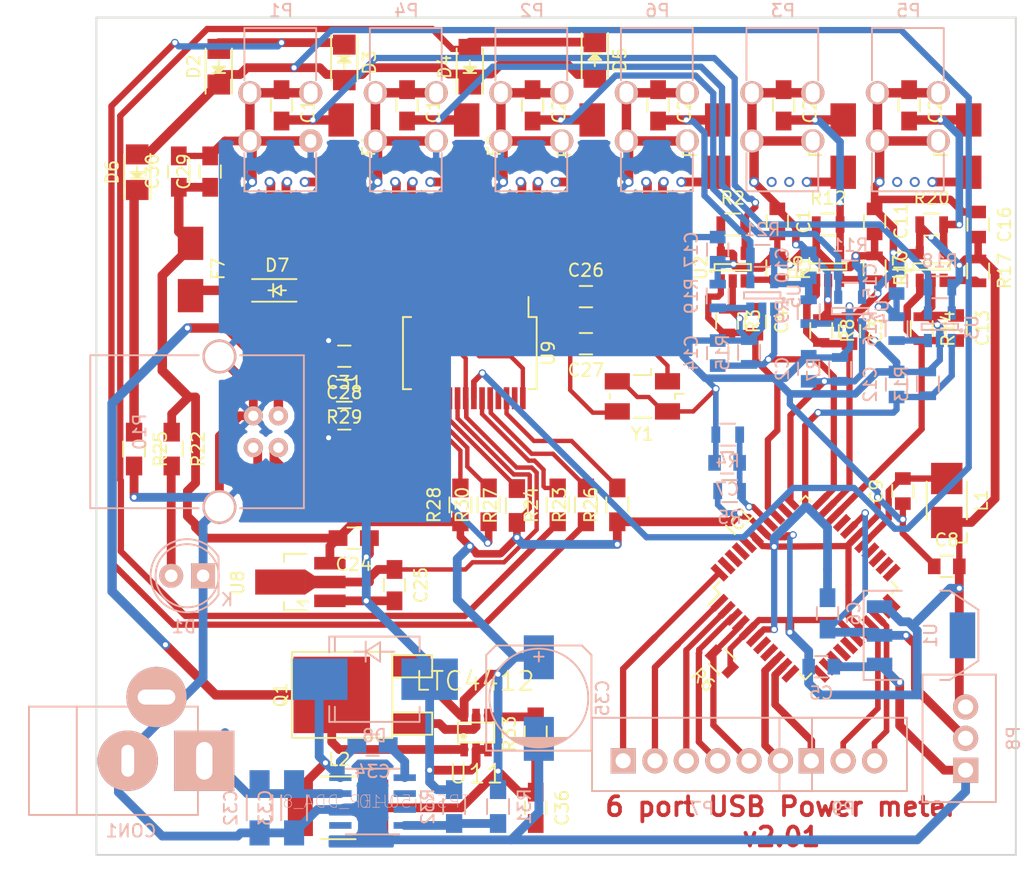
<source format=kicad_pcb>
(kicad_pcb (version 4) (host pcbnew 4.0.1-stable)
  (title_block (date 2016-04-18))
  (layers (0 F.Cu signal) (31 B.Cu signal) (34 B.Paste user) (35 F.Paste user) (36 B.SilkS user) (37 F.SilkS user) (38 B.Mask user) (39 F.Mask user) (44 Edge.Cuts user))
  (net 0 "")
  (net 1 GND)
  (net 2 "Net-(C2-Pad2)")
  (net 3 "Net-(C3-Pad2)")
  (net 4 "Net-(C4-Pad2)")
  (net 5 "Net-(C7-Pad2)")
  (net 6 "Net-(C9-Pad2)")
  (net 7 "Net-(C12-Pad2)")
  (net 8 "Net-(C13-Pad2)")
  (net 9 "Net-(C14-Pad2)")
  (net 10 "Net-(IC1-Pad7)")
  (net 11 "Net-(IC1-Pad8)")
  (net 12 "Net-(IC1-Pad11)")
  (net 13 "Net-(IC1-Pad12)")
  (net 14 "Net-(IC1-Pad13)")
  (net 15 "Net-(IC1-Pad14)")
  (net 16 "Net-(IC1-Pad15)")
  (net 17 "Net-(IC1-Pad16)")
  (net 18 "Net-(IC1-Pad21)")
  (net 19 "Net-(IC1-Pad22)")
  (net 20 "Net-(IC1-Pad23)")
  (net 21 "Net-(IC1-Pad24)")
  (net 22 "Net-(IC1-Pad25)")
  (net 23 "Net-(IC1-Pad26)")
  (net 24 "Net-(IC1-Pad30)")
  (net 25 "Net-(IC1-Pad40)")
  (net 26 "Net-(IC1-Pad41)")
  (net 27 "Net-(IC1-Pad42)")
  (net 28 "Net-(IC1-Pad43)")
  (net 29 "Net-(R1-Pad2)")
  (net 30 "Net-(R9-Pad2)")
  (net 31 "Net-(R10-Pad2)")
  (net 32 "Net-(R16-Pad2)")
  (net 33 "Net-(R17-Pad2)")
  (net 34 "Net-(R19-Pad2)")
  (net 35 "Net-(P3-Pad2)")
  (net 36 "Net-(P3-Pad3)")
  (net 37 "Net-(P5-Pad2)")
  (net 38 "Net-(P5-Pad3)")
  (net 39 +5V)
  (net 40 +2.5V)
  (net 41 MOSI)
  (net 42 MISO)
  (net 43 SCK)
  (net 44 RXD)
  (net 45 TXD)
  (net 46 SCL)
  (net 47 SDA)
  (net 48 SS)
  (net 49 "Net-(U1-Pad4)")
  (net 50 "Net-(C18-Pad2)")
  (net 51 "Net-(C19-Pad2)")
  (net 52 "Net-(C20-Pad2)")
  (net 53 "Net-(C21-Pad2)")
  (net 54 "Net-(C22-Pad2)")
  (net 55 "Net-(C23-Pad2)")
  (net 56 "Net-(C26-Pad1)")
  (net 57 "Net-(C26-Pad2)")
  (net 58 "Net-(C27-Pad2)")
  (net 59 "Net-(D1-Pad2)")
  (net 60 "Net-(D2-Pad1)")
  (net 61 "Net-(D2-Pad2)")
  (net 62 "Net-(D4-Pad2)")
  (net 63 "Net-(D6-Pad1)")
  (net 64 "Net-(F1-Pad2)")
  (net 65 "Net-(F2-Pad2)")
  (net 66 "Net-(F3-Pad1)")
  (net 67 "Net-(F4-Pad1)")
  (net 68 "Net-(F5-Pad1)")
  (net 69 "Net-(F6-Pad1)")
  (net 70 D1-)
  (net 71 D1+)
  (net 72 D3-)
  (net 73 D3+)
  (net 74 D2-)
  (net 75 D2+)
  (net 76 D4-)
  (net 77 D4+)
  (net 78 "Net-(R23-Pad2)")
  (net 79 "Net-(R24-Pad2)")
  (net 80 "Net-(R26-Pad2)")
  (net 81 "Net-(R27-Pad2)")
  (net 82 "Net-(R28-Pad2)")
  (net 83 "Net-(R29-Pad1)")
  (net 84 "Net-(R30-Pad2)")
  (net 85 "Net-(U9-Pad25)")
  (net 86 "Net-(U9-Pad27)")
  (net 87 "/USB hub/3V3")
  (net 88 "/USB hub/1V8")
  (net 89 D5-)
  (net 90 D5+)
  (net 91 "Net-(C32-Pad1)")
  (net 92 "Net-(C34-Pad1)")
  (net 93 "Net-(C34-Pad2)")
  (net 94 "Net-(D7-Pad1)")
  (net 95 "Net-(R31-Pad1)")
  (net 96 "Net-(U10-Pad2)")
  (net 97 "Net-(U10-Pad3)")
  (net 98 "Net-(U10-Pad5)")
  (net 99 VREG)
  (net 100 "Net-(Q1-Pad1)")
  (net 101 "Net-(R33-Pad2)")
  (net 102 RST)
  (module TPS5450-EP_DDA_8:DDA8_3X2P49 (layer B.Cu) (at 117.25 111 180)
    (fp_text reference U10 (at -0.3302 0 180) (layer B.SilkS) (effects (font (thickness 0.05)) (justify mirror)))
    (fp_text value TPS5450-EP_DDA_8 (at -0.2794 0 180) (layer B.SilkS) (effects (font (thickness 0.05)) (justify mirror)))
    (pad 1 smd rect (at -2.5654 1.905 180) (size 1.778 0.5334) (layers B.Cu B.Paste B.Mask) (net 93 "Net-(C34-Pad2)"))
    (pad 2 smd rect (at -2.5654 0.635 180) (size 1.778 0.5334) (layers B.Cu B.Paste B.Mask) (net 96 "Net-(U10-Pad2)"))
    (pad 3 smd rect (at -2.5654 -0.635 180) (size 1.778 0.5334) (layers B.Cu B.Paste B.Mask) (net 97 "Net-(U10-Pad3)"))
    (pad 4 smd rect (at -2.5654 -1.905 180) (size 1.778 0.5334) (layers B.Cu B.Paste B.Mask) (net 95 "Net-(R31-Pad1)"))
    (pad 5 smd rect (at 2.5654 -1.905 180) (size 1.778 0.5334) (layers B.Cu B.Paste B.Mask) (net 98 "Net-(U10-Pad5)"))
    (pad 6 smd rect (at 2.5654 -0.635 180) (size 1.778 0.5334) (layers B.Cu B.Paste B.Mask) (net 1 GND))
    (pad 7 smd rect (at 2.5654 0.635 180) (size 1.778 0.5334) (layers B.Cu B.Paste B.Mask) (net 91 "Net-(C32-Pad1)"))
    (pad 8 smd rect (at 2.5654 1.905 180) (size 1.778 0.5334) (layers B.Cu B.Paste B.Mask) (net 92 "Net-(C34-Pad1)"))
    (pad EPAD smd rect (at 0 0 180) (size 2.4892 2.9972) (layers B.Cu B.Paste B.Mask) (net 1 GND))
  )
  (module USB-A_vertical1:USB_A_Vertical (layer B.Cu) (at 159.75 54.5)
    (fp_text reference P5 (at 0.2 -6.55) (layer B.SilkS) (effects (justify mirror)))
    (fp_text value USB_A)
    (pad 5 thru_hole oval (at -2.27 3.84) (size 1.85 1.85) (drill oval 1.1 1.5) (layers *.Cu *.Mask B.SilkS) (net 1 GND))
    (pad 5 thru_hole oval (at -2.27 0) (size 1.85 1.85) (drill oval 1.1 1.5) (layers *.Cu *.Mask B.SilkS) (net 1 GND))
    (pad 5 thru_hole oval (at 2.57 0) (size 1.85 1.85) (drill oval 1.1 1.5) (layers *.Cu *.Mask B.SilkS) (net 1 GND))
    (pad 1 thru_hole circle (at 2.1 7.11) (size 0.8 0.8) (drill 0.5) (layers *.Cu *.Mask) (net 69 "Net-(F6-Pad1)"))
    (pad 2 thru_hole circle (at 0.7 7.11) (size 0.8 0.8) (drill 0.5) (layers *.Cu *.Mask) (net 37 "Net-(P5-Pad2)"))
    (pad 3 thru_hole circle (at -0.7 7.11) (size 0.8 0.8) (drill 0.5) (layers *.Cu *.Mask) (net 38 "Net-(P5-Pad3)"))
    (pad 5 thru_hole oval (at 2.57 3.84) (size 1.85 1.85) (drill oval 1.1 1.5) (layers *.Cu *.Mask B.SilkS) (net 1 GND))
    (pad 4 thru_hole circle (at -2.1 7.11) (size 0.8 0.8) (drill 0.5) (layers *.Cu *.Mask) (net 1 GND))
  )
  (module Connect:Wafer_Vertical17.5x5.8x7RM2.5-6 (layer B.Cu) (at 137.2135 107.75)
    (fp_text reference P7 (at 6.2865 3.81) (layer B.SilkS) (effects (justify mirror)))
    (fp_text value CONN_01X06)
    (pad 1 thru_hole rect (at 0 0) (size 2 2) (drill 1.2) (layers *.Cu *.Mask B.SilkS) (net 48 SS))
    (pad 2 thru_hole circle (at 2.5365 0) (size 2 2) (drill 1.2) (layers *.Cu *.Mask B.SilkS) (net 41 MOSI))
    (pad 3 thru_hole circle (at 5.0365 0) (size 2 2) (drill 1.2) (layers *.Cu *.Mask B.SilkS) (net 42 MISO))
    (pad 4 thru_hole circle (at 7.5365 0) (size 2 2) (drill 1.2) (layers *.Cu *.Mask B.SilkS) (net 43 SCK))
    (pad 5 thru_hole circle (at 10.0365 0) (size 2 2) (drill 1.2) (layers *.Cu *.Mask B.SilkS) (net 102 RST))
    (pad 6 thru_hole circle (at 12.5365 0) (size 2 2) (drill 1.2) (layers *.Cu *.Mask B.SilkS) (net 44 RXD))
  )
  (module Connect:Wafer_Vertical10x5.8x7RM2.5-3 (layer B.Cu) (at 152.21 107.75)
    (fp_text reference P9 (at 2.54 3.81) (layer B.SilkS) (effects (justify mirror)))
    (fp_text value CONN_01X03)
    (pad 1 thru_hole rect (at 0 0) (size 2 2) (drill 1.2) (layers *.Cu *.Mask B.SilkS) (net 45 TXD))
    (pad 2 thru_hole circle (at 2.54 0) (size 2 2) (drill 1.2) (layers *.Cu *.Mask B.SilkS) (net 46 SCL))
    (pad 3 thru_hole circle (at 5.04 0) (size 2 2) (drill 1.2) (layers *.Cu *.Mask B.SilkS) (net 47 SDA))
  )
  (module Inductors_NEOSID:Neosid_Inductor_SM-NE56_SMD2220 (layer F.Cu) (at 114.50026 111.5)
    (fp_text reference L2 (at 0.09906 -3.85064) (layer F.SilkS))
    (fp_text value 10uH)
    (pad 2 smd rect (at 2.99974 0) (size 1.99898 4.50088) (layers F.Cu F.Paste F.Mask) (net 39 +5V))
    (pad 1 smd rect (at -2.99974 0) (size 1.99898 4.50088) (layers F.Cu F.Paste F.Mask) (net 92 "Net-(C34-Pad1)"))
  )
  (module Capacitors_SMD:C_0805_HandSoldering (layer B.Cu) (at 153.5 96 90)
    (fp_text reference C6 (at 0 2.1 90) (layer B.SilkS) (effects (justify mirror)))
    (fp_text value 10uF)
    (pad 1 smd rect (at -1.25 0 90) (size 1.5 1.25) (layers B.Cu B.Paste B.Mask) (net 40 +2.5V))
    (pad 2 smd rect (at 1.25 0 90) (size 1.5 1.25) (layers B.Cu B.Paste B.Mask) (net 1 GND))
  )
  (module Capacitors_SMD:C_0805_HandSoldering (layer F.Cu) (at 115 75.5 180)
    (fp_text reference C31 (at 0 -2.1 180) (layer F.SilkS))
    (fp_text value 10uF)
    (pad 1 smd rect (at -1.25 0 180) (size 1.5 1.25) (layers F.Cu F.Paste F.Mask) (net 88 "/USB hub/1V8"))
    (pad 2 smd rect (at 1.25 0 180) (size 1.5 1.25) (layers F.Cu F.Paste F.Mask) (net 1 GND))
  )
  (module tom_kicad_lib:SOT-6 (layer F.Cu) (at 125.5 105.5)
    (fp_text reference U11 (at 0 3.3) (layer F.SilkS) (effects (font (size 1.5 1.5))))
    (fp_text value LTC4412 (at -0.1 -4.1) (layer F.SilkS) (effects (font (size 1.5 1.5))))
    (pad 1 smd rect (at -0.95 1.35) (size 0.6 1.1) (layers F.Cu F.Paste F.Mask) (net 99 VREG))
    (pad 2 smd rect (at 0 1.35) (size 0.6 1.1) (layers F.Cu F.Paste F.Mask) (net 1 GND))
    (pad 3 smd rect (at 0.95 1.35) (size 0.6 1.1) (layers F.Cu F.Paste F.Mask) (net 1 GND))
    (pad 4 smd rect (at 0.95 -1.35) (size 0.6 1.1) (layers F.Cu F.Paste F.Mask) (net 101 "Net-(R33-Pad2)"))
    (pad 5 smd rect (at 0 -1.35) (size 0.6 1.1) (layers F.Cu F.Paste F.Mask) (net 100 "Net-(Q1-Pad1)"))
    (pad 6 smd rect (at -0.95 -1.35) (size 0.6 1.1) (layers F.Cu F.Paste F.Mask) (net 39 +5V))
  )
  (module Resistors_SMD:R_0805_HandSoldering (layer F.Cu) (at 130.25 105.6 90)
    (fp_text reference R33 (at 0 -2.1 90) (layer F.SilkS))
    (fp_text value 470K)
    (pad 1 smd rect (at -1.35 0 90) (size 1.5 1.3) (layers F.Cu F.Paste F.Mask) (net 39 +5V))
    (pad 2 smd rect (at 1.35 0 90) (size 1.5 1.3) (layers F.Cu F.Paste F.Mask) (net 101 "Net-(R33-Pad2)"))
  )
  (module TO_SOT_Packages_SMD1:TO-252-2Lead (layer F.Cu) (at 120.35 102.5 90)
    (fp_text reference Q1 (at 0 -10.414 90) (layer F.SilkS))
    (fp_text value IRFR5305PBF)
    (pad 1 smd rect (at -2.286 0 90) (size 1.651 3.048) (layers F.Cu F.Paste F.Mask) (net 100 "Net-(Q1-Pad1)"))
    (pad 2 smd rect (at 0 -6.35 90) (size 6.096 6.096) (layers F.Cu F.Paste F.Mask) (net 99 VREG))
    (pad 3 smd rect (at 2.286 0 90) (size 1.651 3.048) (layers F.Cu F.Paste F.Mask) (net 39 +5V))
  )
  (module Capacitors_SMD:C_0805_HandSoldering (layer F.Cu) (at 130.25 111.5 270)
    (fp_text reference C36 (at 0 -2.1 270) (layer F.SilkS))
    (fp_text value 100nF)
    (pad 1 smd rect (at -1.25 0 270) (size 1.5 1.25) (layers F.Cu F.Paste F.Mask) (net 39 +5V))
    (pad 2 smd rect (at 1.25 0 270) (size 1.5 1.25) (layers F.Cu F.Paste F.Mask) (net 1 GND))
  )
  (module Capacitors_SMD:c_elec_8x10.5 (layer B.Cu) (at 130.5 102.7512 90)
    (fp_text reference C35 (at 0 5.08 90) (layer B.SilkS) (effects (justify mirror)))
    (fp_text value 180uF)
    (pad 1 smd rect (at 3.2512 0 90) (size 3.50012 2.4003) (layers B.Cu B.Paste B.Mask) (net 39 +5V))
    (pad 2 smd rect (at -3.2512 0 90) (size 3.50012 2.4003) (layers B.Cu B.Paste B.Mask) (net 1 GND))
  )
  (module Resistors_SMD:R_0805_HandSoldering (layer B.Cu) (at 123.75 111.4 270)
    (fp_text reference R32 (at 0 2.1 270) (layer B.SilkS) (effects (justify mirror)))
    (fp_text value 3.24K)
    (pad 1 smd rect (at -1.35 0 270) (size 1.5 1.3) (layers B.Cu B.Paste B.Mask) (net 1 GND))
    (pad 2 smd rect (at 1.35 0 270) (size 1.5 1.3) (layers B.Cu B.Paste B.Mask) (net 95 "Net-(R31-Pad1)"))
  )
  (module Resistors_SMD:R_0805_HandSoldering (layer B.Cu) (at 127.25 111.4 90)
    (fp_text reference R31 (at 0 2.1 90) (layer B.SilkS) (effects (justify mirror)))
    (fp_text value 10K)
    (pad 1 smd rect (at -1.35 0 90) (size 1.5 1.3) (layers B.Cu B.Paste B.Mask) (net 95 "Net-(R31-Pad1)"))
    (pad 2 smd rect (at 1.35 0 90) (size 1.5 1.3) (layers B.Cu B.Paste B.Mask) (net 39 +5V))
  )
  (module Diodes_SMD:SMC_Handsoldering (layer B.Cu) (at 117.39928 101.25)
    (fp_text reference D8 (at 0 4.5) (layer B.SilkS) (effects (justify mirror)))
    (fp_text value D_Schottky)
    (pad 1 smd rect (at -4.39928 0 270) (size 3.29946 4.50088) (layers B.Cu B.Paste B.Mask) (net 92 "Net-(C34-Pad1)"))
    (pad 2 smd rect (at 4.39928 0 270) (size 3.29946 4.49834) (layers B.Cu B.Paste B.Mask) (net 1 GND))
  )
  (module Capacitors_SMD:C_0805_HandSoldering (layer B.Cu) (at 117.25 106.5)
    (fp_text reference C34 (at 0 2.1) (layer B.SilkS) (effects (justify mirror)))
    (fp_text value 10n)
    (pad 1 smd rect (at -1.25 0) (size 1.5 1.25) (layers B.Cu B.Paste B.Mask) (net 92 "Net-(C34-Pad1)"))
    (pad 2 smd rect (at 1.25 0) (size 1.5 1.25) (layers B.Cu B.Paste B.Mask) (net 93 "Net-(C34-Pad2)"))
  )
  (module Capacitors_SMD:C_1206_HandSoldering (layer B.Cu) (at 111 111.5 270)
    (fp_text reference C33 (at 0 2.3 270) (layer B.SilkS) (effects (justify mirror)))
    (fp_text value 47uF)
    (pad 1 smd rect (at -2 0 270) (size 2 1.6) (layers B.Cu B.Paste B.Mask) (net 91 "Net-(C32-Pad1)"))
    (pad 2 smd rect (at 2 0 270) (size 2 1.6) (layers B.Cu B.Paste B.Mask) (net 1 GND))
  )
  (module Capacitors_SMD:C_1206_HandSoldering (layer B.Cu) (at 108.25 111.5 270)
    (fp_text reference C32 (at 0 2.3 270) (layer B.SilkS) (effects (justify mirror)))
    (fp_text value 47uF)
    (pad 1 smd rect (at -2 0 270) (size 2 1.6) (layers B.Cu B.Paste B.Mask) (net 91 "Net-(C32-Pad1)"))
    (pad 2 smd rect (at 2 0 270) (size 2 1.6) (layers B.Cu B.Paste B.Mask) (net 1 GND))
  )
  (module Inductors:Inductor_1212 (layer F.Cu) (at 163 87 90)
    (fp_text reference L1 (at 0 2.75 90) (layer F.SilkS))
    (fp_text value 10uH)
    (pad 1 smd rect (at -1.75 0 90) (size 2.5 2.5) (layers F.Cu F.Paste F.Mask) (net 39 +5V))
    (pad 2 smd rect (at 1.75 0 90) (size 2.5 2.5) (layers F.Cu F.Paste F.Mask) (net 6 "Net-(C9-Pad2)"))
  )
  (module LEDs:LED_1206 (layer F.Cu) (at 98.5 60.83014 90)
    (fp_text reference D6 (at 0 -2 90) (layer F.SilkS))
    (fp_text value Led_Small)
    (pad 2 smd rect (at 1.41986 0 270) (size 1.59766 1.80086) (layers F.Cu F.Paste F.Mask) (net 60 "Net-(D2-Pad1)"))
    (pad 1 smd rect (at -1.41986 0 270) (size 1.59766 1.80086) (layers F.Cu F.Paste F.Mask) (net 63 "Net-(D6-Pad1)"))
  )
  (module LEDs:LED_1206 (layer F.Cu) (at 134.96 51.87986 270)
    (fp_text reference D5 (at 0 -2 270) (layer F.SilkS))
    (fp_text value Led_Small)
    (pad 2 smd rect (at 1.41986 0 90) (size 1.59766 1.80086) (layers F.Cu F.Paste F.Mask) (net 60 "Net-(D2-Pad1)"))
    (pad 1 smd rect (at -1.41986 0 90) (size 1.59766 1.80086) (layers F.Cu F.Paste F.Mask) (net 62 "Net-(D4-Pad2)"))
  )
  (module LEDs:LED_1206 (layer F.Cu) (at 125 52.41986 90)
    (fp_text reference D4 (at 0 -2 90) (layer F.SilkS))
    (fp_text value Led_Small)
    (pad 2 smd rect (at 1.41986 0 270) (size 1.59766 1.80086) (layers F.Cu F.Paste F.Mask) (net 62 "Net-(D4-Pad2)"))
    (pad 1 smd rect (at -1.41986 0 270) (size 1.59766 1.80086) (layers F.Cu F.Paste F.Mask) (net 60 "Net-(D2-Pad1)"))
  )
  (module LEDs:LED_1206 (layer F.Cu) (at 115 52.08014 270)
    (fp_text reference D3 (at 0 -2 270) (layer F.SilkS))
    (fp_text value Led_Small)
    (pad 2 smd rect (at 1.41986 0 90) (size 1.59766 1.80086) (layers F.Cu F.Paste F.Mask) (net 60 "Net-(D2-Pad1)"))
    (pad 1 smd rect (at -1.41986 0 90) (size 1.59766 1.80086) (layers F.Cu F.Paste F.Mask) (net 61 "Net-(D2-Pad2)"))
  )
  (module LEDs:LED_1206 (layer F.Cu) (at 105 52.41986 90)
    (fp_text reference D2 (at 0 -2 90) (layer F.SilkS))
    (fp_text value Led_Small)
    (pad 2 smd rect (at 1.41986 0 270) (size 1.59766 1.80086) (layers F.Cu F.Paste F.Mask) (net 61 "Net-(D2-Pad2)"))
    (pad 1 smd rect (at -1.41986 0 270) (size 1.59766 1.80086) (layers F.Cu F.Paste F.Mask) (net 60 "Net-(D2-Pad1)"))
  )
  (module Connect:Wafer_Vertical10x5.8x7RM2.5-3 (layer B.Cu) (at 164.5 108.5 90)
    (fp_text reference P8 (at 2.54 3.81 90) (layer B.SilkS) (effects (justify mirror)))
    (fp_text value CONN_01X03)
    (pad 1 thru_hole rect (at 0 0 90) (size 2 2) (drill 1.2) (layers *.Cu *.Mask B.SilkS) (net 1 GND))
    (pad 2 thru_hole circle (at 2.54 0 90) (size 2 2) (drill 1.2) (layers *.Cu *.Mask B.SilkS) (net 40 +2.5V))
    (pad 3 thru_hole circle (at 5.04 0 90) (size 2 2) (drill 1.2) (layers *.Cu *.Mask B.SilkS) (net 39 +5V))
  )
  (module TO_SOT_Packages_SMD:SOT-23-5 (layer F.Cu) (at 161.8 68.35 90)
    (fp_text reference U7 (at -0.05 -2.55 90) (layer F.SilkS))
    (fp_text value LT6106)
    (pad 1 smd rect (at -1.1 -0.95 90) (size 1.06 0.65) (layers F.Cu F.Paste F.Mask) (net 8 "Net-(C13-Pad2)"))
    (pad 2 smd rect (at -1.1 0 90) (size 1.06 0.65) (layers F.Cu F.Paste F.Mask) (net 1 GND))
    (pad 3 smd rect (at -1.1 0.95 90) (size 1.06 0.65) (layers F.Cu F.Paste F.Mask) (net 33 "Net-(R17-Pad2)"))
    (pad 4 smd rect (at 1.1 0.95 90) (size 1.06 0.65) (layers F.Cu F.Paste F.Mask) (net 55 "Net-(C23-Pad2)"))
    (pad 5 smd rect (at 1.1 -0.95 90) (size 1.06 0.65) (layers F.Cu F.Paste F.Mask) (net 39 +5V))
  )
  (module TO_SOT_Packages_SMD:SOT-23-5 (layer F.Cu) (at 153.55 68.35 90)
    (fp_text reference U6 (at -0.05 -2.55 90) (layer F.SilkS))
    (fp_text value LT6106)
    (pad 1 smd rect (at -1.1 -0.95 90) (size 1.06 0.65) (layers F.Cu F.Paste F.Mask) (net 3 "Net-(C3-Pad2)"))
    (pad 2 smd rect (at -1.1 0 90) (size 1.06 0.65) (layers F.Cu F.Paste F.Mask) (net 1 GND))
    (pad 3 smd rect (at -1.1 0.95 90) (size 1.06 0.65) (layers F.Cu F.Paste F.Mask) (net 31 "Net-(R10-Pad2)"))
    (pad 4 smd rect (at 1.1 0.95 90) (size 1.06 0.65) (layers F.Cu F.Paste F.Mask) (net 54 "Net-(C22-Pad2)"))
    (pad 5 smd rect (at 1.1 -0.95 90) (size 1.06 0.65) (layers F.Cu F.Paste F.Mask) (net 39 +5V))
  )
  (module TO_SOT_Packages_SMD:SOT-23-5 (layer B.Cu) (at 148.3 70.65 90)
    (fp_text reference U5 (at -0.05 2.55 90) (layer B.SilkS) (effects (justify mirror)))
    (fp_text value LT6106)
    (pad 1 smd rect (at -1.1 0.95 90) (size 1.06 0.65) (layers B.Cu B.Paste B.Mask) (net 9 "Net-(C14-Pad2)"))
    (pad 2 smd rect (at -1.1 0 90) (size 1.06 0.65) (layers B.Cu B.Paste B.Mask) (net 1 GND))
    (pad 3 smd rect (at -1.1 -0.95 90) (size 1.06 0.65) (layers B.Cu B.Paste B.Mask) (net 34 "Net-(R19-Pad2)"))
    (pad 4 smd rect (at 1.1 -0.95 90) (size 1.06 0.65) (layers B.Cu B.Paste B.Mask) (net 52 "Net-(C20-Pad2)"))
    (pad 5 smd rect (at 1.1 0.95 90) (size 1.06 0.65) (layers B.Cu B.Paste B.Mask) (net 39 +5V))
  )
  (module TO_SOT_Packages_SMD:SOT-23-5 (layer B.Cu) (at 155.3 71.9 90)
    (fp_text reference U4 (at -0.05 2.55 90) (layer B.SilkS) (effects (justify mirror)))
    (fp_text value LT6106)
    (pad 1 smd rect (at -1.1 0.95 90) (size 1.06 0.65) (layers B.Cu B.Paste B.Mask) (net 2 "Net-(C2-Pad2)"))
    (pad 2 smd rect (at -1.1 0 90) (size 1.06 0.65) (layers B.Cu B.Paste B.Mask) (net 1 GND))
    (pad 3 smd rect (at -1.1 -0.95 90) (size 1.06 0.65) (layers B.Cu B.Paste B.Mask) (net 30 "Net-(R9-Pad2)"))
    (pad 4 smd rect (at 1.1 -0.95 90) (size 1.06 0.65) (layers B.Cu B.Paste B.Mask) (net 53 "Net-(C21-Pad2)"))
    (pad 5 smd rect (at 1.1 0.95 90) (size 1.06 0.65) (layers B.Cu B.Paste B.Mask) (net 39 +5V))
  )
  (module TO_SOT_Packages_SMD:SOT-23-5 (layer F.Cu) (at 145.95 68.4 90)
    (fp_text reference U2 (at -0.05 -2.55 90) (layer F.SilkS))
    (fp_text value LT6106)
    (pad 1 smd rect (at -1.1 -0.95 90) (size 1.06 0.65) (layers F.Cu F.Paste F.Mask) (net 4 "Net-(C4-Pad2)"))
    (pad 2 smd rect (at -1.1 0 90) (size 1.06 0.65) (layers F.Cu F.Paste F.Mask) (net 1 GND))
    (pad 3 smd rect (at -1.1 0.95 90) (size 1.06 0.65) (layers F.Cu F.Paste F.Mask) (net 29 "Net-(R1-Pad2)"))
    (pad 4 smd rect (at 1.1 0.95 90) (size 1.06 0.65) (layers F.Cu F.Paste F.Mask) (net 50 "Net-(C18-Pad2)"))
    (pad 5 smd rect (at 1.1 -0.95 90) (size 1.06 0.65) (layers F.Cu F.Paste F.Mask) (net 39 +5V))
  )
  (module TO_SOT_Packages_SMD:SOT-223 (layer B.Cu) (at 160.948 97.75 90)
    (fp_text reference U1 (at 0 0.762 90) (layer B.SilkS) (effects (justify mirror)))
    (fp_text value LM1117MP-2.5)
    (pad 4 smd rect (at 0 3.302 90) (size 3.6576 2.032) (layers B.Cu B.Paste B.Mask) (net 49 "Net-(U1-Pad4)"))
    (pad 2 smd rect (at 0 -3.302 90) (size 1.016 2.032) (layers B.Cu B.Paste B.Mask) (net 40 +2.5V))
    (pad 3 smd rect (at 2.286 -3.302 90) (size 1.016 2.032) (layers B.Cu B.Paste B.Mask) (net 39 +5V))
    (pad 1 smd rect (at -2.286 -3.302 90) (size 1.016 2.032) (layers B.Cu B.Paste B.Mask) (net 1 GND))
  )
  (module Resistors_SMD:R_0805 (layer B.Cu) (at 148.3 67.5 180)
    (fp_text reference R21 (at 0 2.1 180) (layer B.SilkS) (effects (justify mirror)))
    (fp_text value 0.01R)
    (pad 1 smd rect (at -0.95 0 180) (size 0.7 1.3) (layers B.Cu B.Paste B.Mask) (net 39 +5V))
    (pad 2 smd rect (at 0.95 0 180) (size 0.7 1.3) (layers B.Cu B.Paste B.Mask) (net 52 "Net-(C20-Pad2)"))
  )
  (module Resistors_SMD:R_0805 (layer F.Cu) (at 161.8 65)
    (fp_text reference R20 (at 0 -2.1) (layer F.SilkS))
    (fp_text value 0.01R)
    (pad 1 smd rect (at -0.95 0) (size 0.7 1.3) (layers F.Cu F.Paste F.Mask) (net 39 +5V))
    (pad 2 smd rect (at 0.95 0) (size 0.7 1.3) (layers F.Cu F.Paste F.Mask) (net 55 "Net-(C23-Pad2)"))
  )
  (module Resistors_SMD:R_0805 (layer B.Cu) (at 144.75 70.7 270)
    (fp_text reference R19 (at 0 2.1 270) (layer B.SilkS) (effects (justify mirror)))
    (fp_text value 100R)
    (pad 1 smd rect (at -0.95 0 270) (size 0.7 1.3) (layers B.Cu B.Paste B.Mask) (net 39 +5V))
    (pad 2 smd rect (at 0.95 0 270) (size 0.7 1.3) (layers B.Cu B.Paste B.Mask) (net 34 "Net-(R19-Pad2)"))
  )
  (module Resistors_SMD:R_0805 (layer B.Cu) (at 162.45 70 180)
    (fp_text reference R18 (at 0 2.1 180) (layer B.SilkS) (effects (justify mirror)))
    (fp_text value 0.01R)
    (pad 1 smd rect (at -0.95 0 180) (size 0.7 1.3) (layers B.Cu B.Paste B.Mask) (net 39 +5V))
    (pad 2 smd rect (at 0.95 0 180) (size 0.7 1.3) (layers B.Cu B.Paste B.Mask) (net 51 "Net-(C19-Pad2)"))
  )
  (module Resistors_SMD:R_0805 (layer F.Cu) (at 165.5 68.7 270)
    (fp_text reference R17 (at 0 -2.1 270) (layer F.SilkS))
    (fp_text value 100R)
    (pad 1 smd rect (at -0.95 0 270) (size 0.7 1.3) (layers F.Cu F.Paste F.Mask) (net 39 +5V))
    (pad 2 smd rect (at 0.95 0 270) (size 0.7 1.3) (layers F.Cu F.Paste F.Mask) (net 33 "Net-(R17-Pad2)"))
  )
  (module Resistors_SMD:R_0805 (layer B.Cu) (at 159 73.3 270)
    (fp_text reference R16 (at 0 2.1 270) (layer B.SilkS) (effects (justify mirror)))
    (fp_text value 100R)
    (pad 1 smd rect (at -0.95 0 270) (size 0.7 1.3) (layers B.Cu B.Paste B.Mask) (net 39 +5V))
    (pad 2 smd rect (at 0.95 0 270) (size 0.7 1.3) (layers B.Cu B.Paste B.Mask) (net 32 "Net-(R16-Pad2)"))
  )
  (module Resistors_SMD:R_0805 (layer B.Cu) (at 147.25 75.2 270)
    (fp_text reference R15 (at 0 2.1 270) (layer B.SilkS) (effects (justify mirror)))
    (fp_text value 10K)
    (pad 1 smd rect (at -0.95 0 270) (size 0.7 1.3) (layers B.Cu B.Paste B.Mask) (net 1 GND))
    (pad 2 smd rect (at 0.95 0 270) (size 0.7 1.3) (layers B.Cu B.Paste B.Mask) (net 9 "Net-(C14-Pad2)"))
  )
  (module Resistors_SMD:R_0805 (layer F.Cu) (at 161 73.3 270)
    (fp_text reference R14 (at 0 -2.1 270) (layer F.SilkS))
    (fp_text value 10K)
    (pad 1 smd rect (at -0.95 0 270) (size 0.7 1.3) (layers F.Cu F.Paste F.Mask) (net 1 GND))
    (pad 2 smd rect (at 0.95 0 270) (size 0.7 1.3) (layers F.Cu F.Paste F.Mask) (net 8 "Net-(C13-Pad2)"))
  )
  (module Resistors_SMD:R_0805 (layer B.Cu) (at 161.5 77.7 270)
    (fp_text reference R13 (at 0 2.1 270) (layer B.SilkS) (effects (justify mirror)))
    (fp_text value 10K)
    (pad 1 smd rect (at -0.95 0 270) (size 0.7 1.3) (layers B.Cu B.Paste B.Mask) (net 1 GND))
    (pad 2 smd rect (at 0.95 0 270) (size 0.7 1.3) (layers B.Cu B.Paste B.Mask) (net 7 "Net-(C12-Pad2)"))
  )
  (module Resistors_SMD:R_0805 (layer F.Cu) (at 153.55 65)
    (fp_text reference R12 (at 0 -2.1) (layer F.SilkS))
    (fp_text value 0.01R)
    (pad 1 smd rect (at -0.95 0) (size 0.7 1.3) (layers F.Cu F.Paste F.Mask) (net 39 +5V))
    (pad 2 smd rect (at 0.95 0) (size 0.7 1.3) (layers F.Cu F.Paste F.Mask) (net 54 "Net-(C22-Pad2)"))
  )
  (module Resistors_SMD:R_0805 (layer B.Cu) (at 155.3 68.75 180)
    (fp_text reference R11 (at 0 2.1 180) (layer B.SilkS) (effects (justify mirror)))
    (fp_text value 0.01R)
    (pad 1 smd rect (at -0.95 0 180) (size 0.7 1.3) (layers B.Cu B.Paste B.Mask) (net 39 +5V))
    (pad 2 smd rect (at 0.95 0 180) (size 0.7 1.3) (layers B.Cu B.Paste B.Mask) (net 53 "Net-(C21-Pad2)"))
  )
  (module Resistors_SMD:R_0805 (layer F.Cu) (at 157.25 68.45 270)
    (fp_text reference R10 (at 0 -2.1 270) (layer F.SilkS))
    (fp_text value 100R)
    (pad 1 smd rect (at -0.95 0 270) (size 0.7 1.3) (layers F.Cu F.Paste F.Mask) (net 39 +5V))
    (pad 2 smd rect (at 0.95 0 270) (size 0.7 1.3) (layers F.Cu F.Paste F.Mask) (net 31 "Net-(R10-Pad2)"))
  )
  (module Resistors_SMD:R_0805 (layer B.Cu) (at 152 71.95 270)
    (fp_text reference R9 (at 0 2.1 270) (layer B.SilkS) (effects (justify mirror)))
    (fp_text value 100R)
    (pad 1 smd rect (at -0.95 0 270) (size 0.7 1.3) (layers B.Cu B.Paste B.Mask) (net 39 +5V))
    (pad 2 smd rect (at 0.95 0 270) (size 0.7 1.3) (layers B.Cu B.Paste B.Mask) (net 30 "Net-(R9-Pad2)"))
  )
  (module Resistors_SMD:R_0805 (layer F.Cu) (at 153 73.45 270)
    (fp_text reference R8 (at 0 -2.1 270) (layer F.SilkS))
    (fp_text value 10K)
    (pad 1 smd rect (at -0.95 0 270) (size 0.7 1.3) (layers F.Cu F.Paste F.Mask) (net 1 GND))
    (pad 2 smd rect (at 0.95 0 270) (size 0.7 1.3) (layers F.Cu F.Paste F.Mask) (net 3 "Net-(C3-Pad2)"))
  )
  (module Resistors_SMD:R_0805 (layer B.Cu) (at 154.5 76.55 270)
    (fp_text reference R7 (at 0 2.1 270) (layer B.SilkS) (effects (justify mirror)))
    (fp_text value 10K)
    (pad 1 smd rect (at -0.95 0 270) (size 0.7 1.3) (layers B.Cu B.Paste B.Mask) (net 1 GND))
    (pad 2 smd rect (at 0.95 0 270) (size 0.7 1.3) (layers B.Cu B.Paste B.Mask) (net 2 "Net-(C2-Pad2)"))
  )
  (module Resistors_SMD:R_0805 (layer F.Cu) (at 145.078249 99.828249 135)
    (fp_text reference R6 (at 0 -2.1 135) (layer F.SilkS))
    (fp_text value 10k)
    (pad 1 smd rect (at -0.95 0 135) (size 0.7 1.3) (layers F.Cu F.Paste F.Mask) (net 39 +5V))
    (pad 2 smd rect (at 0.95 0 135) (size 0.7 1.3) (layers F.Cu F.Paste F.Mask) (net 102 RST))
  )
  (module Resistors_SMD:R_0805 (layer B.Cu) (at 145.7 86.25)
    (fp_text reference R5 (at 0 2.1) (layer B.SilkS) (effects (justify mirror)))
    (fp_text value 15K)
    (pad 1 smd rect (at -0.95 0) (size 0.7 1.3) (layers B.Cu B.Paste B.Mask) (net 39 +5V))
    (pad 2 smd rect (at 0.95 0) (size 0.7 1.3) (layers B.Cu B.Paste B.Mask) (net 5 "Net-(C7-Pad2)"))
  )
  (module Resistors_SMD:R_0805 (layer B.Cu) (at 145.55 81.75)
    (fp_text reference R4 (at 0 2.1) (layer B.SilkS) (effects (justify mirror)))
    (fp_text value 10K)
    (pad 1 smd rect (at -0.95 0) (size 0.7 1.3) (layers B.Cu B.Paste B.Mask) (net 1 GND))
    (pad 2 smd rect (at 0.95 0) (size 0.7 1.3) (layers B.Cu B.Paste B.Mask) (net 5 "Net-(C7-Pad2)"))
  )
  (module Resistors_SMD:R_0805 (layer F.Cu) (at 145.5 72.7 270)
    (fp_text reference R3 (at 0 -2.1 270) (layer F.SilkS))
    (fp_text value 10K)
    (pad 1 smd rect (at -0.95 0 270) (size 0.7 1.3) (layers F.Cu F.Paste F.Mask) (net 1 GND))
    (pad 2 smd rect (at 0.95 0 270) (size 0.7 1.3) (layers F.Cu F.Paste F.Mask) (net 4 "Net-(C4-Pad2)"))
  )
  (module Resistors_SMD:R_0805 (layer F.Cu) (at 149.5 68.45 270)
    (fp_text reference R1 (at 0 -2.1 270) (layer F.SilkS))
    (fp_text value 100R)
    (pad 1 smd rect (at -0.95 0 270) (size 0.7 1.3) (layers F.Cu F.Paste F.Mask) (net 39 +5V))
    (pad 2 smd rect (at 0.95 0 270) (size 0.7 1.3) (layers F.Cu F.Paste F.Mask) (net 29 "Net-(R1-Pad2)"))
  )
  (module Capacitors_SMD:C_0805 (layer B.Cu) (at 144.75 67 270)
    (fp_text reference C17 (at 0 2.1 270) (layer B.SilkS) (effects (justify mirror)))
    (fp_text value 100n)
    (pad 1 smd rect (at -1 0 270) (size 1 1.25) (layers B.Cu B.Paste B.Mask) (net 1 GND))
    (pad 2 smd rect (at 1 0 270) (size 1 1.25) (layers B.Cu B.Paste B.Mask) (net 39 +5V))
  )
  (module Capacitors_SMD:C_0805 (layer F.Cu) (at 165.5 65 270)
    (fp_text reference C16 (at 0 -2.1 270) (layer F.SilkS))
    (fp_text value 100n)
    (pad 1 smd rect (at -1 0 270) (size 1 1.25) (layers F.Cu F.Paste F.Mask) (net 1 GND))
    (pad 2 smd rect (at 1 0 270) (size 1 1.25) (layers F.Cu F.Paste F.Mask) (net 39 +5V))
  )
  (module Capacitors_SMD:C_0805 (layer B.Cu) (at 159 69.5 270)
    (fp_text reference C15 (at 0 2.1 270) (layer B.SilkS) (effects (justify mirror)))
    (fp_text value 100n)
    (pad 1 smd rect (at -1 0 270) (size 1 1.25) (layers B.Cu B.Paste B.Mask) (net 1 GND))
    (pad 2 smd rect (at 1 0 270) (size 1 1.25) (layers B.Cu B.Paste B.Mask) (net 39 +5V))
  )
  (module Capacitors_SMD:C_0805 (layer B.Cu) (at 144.75 75.25 270)
    (fp_text reference C14 (at 0 2.1 270) (layer B.SilkS) (effects (justify mirror)))
    (fp_text value 1n)
    (pad 1 smd rect (at -1 0 270) (size 1 1.25) (layers B.Cu B.Paste B.Mask) (net 1 GND))
    (pad 2 smd rect (at 1 0 270) (size 1 1.25) (layers B.Cu B.Paste B.Mask) (net 9 "Net-(C14-Pad2)"))
  )
  (module Capacitors_SMD:C_0805 (layer F.Cu) (at 163.75 73.25 270)
    (fp_text reference C13 (at 0 -2.1 270) (layer F.SilkS))
    (fp_text value 1n)
    (pad 1 smd rect (at -1 0 270) (size 1 1.25) (layers F.Cu F.Paste F.Mask) (net 1 GND))
    (pad 2 smd rect (at 1 0 270) (size 1 1.25) (layers F.Cu F.Paste F.Mask) (net 8 "Net-(C13-Pad2)"))
  )
  (module Capacitors_SMD:C_0805 (layer B.Cu) (at 159 77.75 270)
    (fp_text reference C12 (at 0 2.1 270) (layer B.SilkS) (effects (justify mirror)))
    (fp_text value 1n)
    (pad 1 smd rect (at -1 0 270) (size 1 1.25) (layers B.Cu B.Paste B.Mask) (net 1 GND))
    (pad 2 smd rect (at 1 0 270) (size 1 1.25) (layers B.Cu B.Paste B.Mask) (net 7 "Net-(C12-Pad2)"))
  )
  (module Capacitors_SMD:C_0805 (layer F.Cu) (at 157.25 64.75 270)
    (fp_text reference C11 (at 0 -2.1 270) (layer F.SilkS))
    (fp_text value 100n)
    (pad 1 smd rect (at -1 0 270) (size 1 1.25) (layers F.Cu F.Paste F.Mask) (net 1 GND))
    (pad 2 smd rect (at 1 0 270) (size 1 1.25) (layers F.Cu F.Paste F.Mask) (net 39 +5V))
  )
  (module Capacitors_SMD:C_0805 (layer B.Cu) (at 152 68.25 270)
    (fp_text reference C10 (at 0 2.1 270) (layer B.SilkS) (effects (justify mirror)))
    (fp_text value 100n)
    (pad 1 smd rect (at -1 0 270) (size 1 1.25) (layers B.Cu B.Paste B.Mask) (net 1 GND))
    (pad 2 smd rect (at 1 0 270) (size 1 1.25) (layers B.Cu B.Paste B.Mask) (net 39 +5V))
  )
  (module Capacitors_SMD:C_0805 (layer F.Cu) (at 159.5 86.25 90)
    (fp_text reference C9 (at 0 -2.1 90) (layer F.SilkS))
    (fp_text value 100n)
    (pad 1 smd rect (at -1 0 90) (size 1 1.25) (layers F.Cu F.Paste F.Mask) (net 1 GND))
    (pad 2 smd rect (at 1 0 90) (size 1 1.25) (layers F.Cu F.Paste F.Mask) (net 6 "Net-(C9-Pad2)"))
  )
  (module Capacitors_SMD:C_0805 (layer B.Cu) (at 145.5 84)
    (fp_text reference C7 (at 0 2.1) (layer B.SilkS) (effects (justify mirror)))
    (fp_text value 1n)
    (pad 1 smd rect (at -1 0) (size 1 1.25) (layers B.Cu B.Paste B.Mask) (net 1 GND))
    (pad 2 smd rect (at 1 0) (size 1 1.25) (layers B.Cu B.Paste B.Mask) (net 5 "Net-(C7-Pad2)"))
  )
  (module Capacitors_SMD:C_0805 (layer B.Cu) (at 153 100.25)
    (fp_text reference C5 (at 0 2.1) (layer B.SilkS) (effects (justify mirror)))
    (fp_text value 100n)
    (pad 1 smd rect (at -1 0) (size 1 1.25) (layers B.Cu B.Paste B.Mask) (net 39 +5V))
    (pad 2 smd rect (at 1 0) (size 1 1.25) (layers B.Cu B.Paste B.Mask) (net 1 GND))
  )
  (module Capacitors_SMD:C_0805 (layer F.Cu) (at 147.75 72.75 270)
    (fp_text reference C4 (at 0 -2.1 270) (layer F.SilkS))
    (fp_text value 1n)
    (pad 1 smd rect (at -1 0 270) (size 1 1.25) (layers F.Cu F.Paste F.Mask) (net 1 GND))
    (pad 2 smd rect (at 1 0 270) (size 1 1.25) (layers F.Cu F.Paste F.Mask) (net 4 "Net-(C4-Pad2)"))
  )
  (module Capacitors_SMD:C_0805 (layer F.Cu) (at 155.25 73.5 270)
    (fp_text reference C3 (at 0 -2.1 270) (layer F.SilkS))
    (fp_text value 1n)
    (pad 1 smd rect (at -1 0 270) (size 1 1.25) (layers F.Cu F.Paste F.Mask) (net 1 GND))
    (pad 2 smd rect (at 1 0 270) (size 1 1.25) (layers F.Cu F.Paste F.Mask) (net 3 "Net-(C3-Pad2)"))
  )
  (module Capacitors_SMD:C_0805 (layer B.Cu) (at 152 76.5 270)
    (fp_text reference C2 (at 0 2.1 270) (layer B.SilkS) (effects (justify mirror)))
    (fp_text value 1n)
    (pad 1 smd rect (at -1 0 270) (size 1 1.25) (layers B.Cu B.Paste B.Mask) (net 1 GND))
    (pad 2 smd rect (at 1 0 270) (size 1 1.25) (layers B.Cu B.Paste B.Mask) (net 2 "Net-(C2-Pad2)"))
  )
  (module Capacitors_SMD:C_0805 (layer F.Cu) (at 149.5 64.75 270)
    (fp_text reference C1 (at 0 -2.1 270) (layer F.SilkS))
    (fp_text value 100n)
    (pad 1 smd rect (at -1 0 270) (size 1 1.25) (layers F.Cu F.Paste F.Mask) (net 1 GND))
    (pad 2 smd rect (at 1 0 270) (size 1 1.25) (layers F.Cu F.Paste F.Mask) (net 39 +5V))
  )
  (module Resistors_SMD:R_0805_HandSoldering (layer F.Cu) (at 126.5 87.35 90)
    (fp_text reference R30 (at 0 -2.1 90) (layer F.SilkS))
    (fp_text value 10K)
    (pad 1 smd rect (at -1.35 0 90) (size 1.5 1.3) (layers F.Cu F.Paste F.Mask) (net 1 GND))
    (pad 2 smd rect (at 1.35 0 90) (size 1.5 1.3) (layers F.Cu F.Paste F.Mask) (net 84 "Net-(R30-Pad2)"))
  )
  (module Resistors_SMD:R_0805_HandSoldering (layer F.Cu) (at 98.25 82.9 270)
    (fp_text reference R25 (at 0 -2.1 270) (layer F.SilkS))
    (fp_text value 330)
    (pad 1 smd rect (at -1.35 0 270) (size 1.5 1.3) (layers F.Cu F.Paste F.Mask) (net 63 "Net-(D6-Pad1)"))
    (pad 2 smd rect (at 1.35 0 270) (size 1.5 1.3) (layers F.Cu F.Paste F.Mask) (net 1 GND))
  )
  (module Resistors_SMD:R_0805_HandSoldering (layer F.Cu) (at 132 87.35 90)
    (fp_text reference R24 (at 0 -2.1 90) (layer F.SilkS))
    (fp_text value 330)
    (pad 1 smd rect (at -1.35 0 90) (size 1.5 1.3) (layers F.Cu F.Paste F.Mask) (net 62 "Net-(D4-Pad2)"))
    (pad 2 smd rect (at 1.35 0 90) (size 1.5 1.3) (layers F.Cu F.Paste F.Mask) (net 79 "Net-(R24-Pad2)"))
  )
  (module Resistors_SMD:R_0805_HandSoldering (layer F.Cu) (at 134.25 87.35 90)
    (fp_text reference R23 (at 0 -2.1 90) (layer F.SilkS))
    (fp_text value 330)
    (pad 1 smd rect (at -1.35 0 90) (size 1.5 1.3) (layers F.Cu F.Paste F.Mask) (net 61 "Net-(D2-Pad2)"))
    (pad 2 smd rect (at 1.35 0 90) (size 1.5 1.3) (layers F.Cu F.Paste F.Mask) (net 78 "Net-(R23-Pad2)"))
  )
  (module Resistors_SMD:R_0805_HandSoldering (layer F.Cu) (at 101.25 82.9 270)
    (fp_text reference R22 (at 0 -2.1 270) (layer F.SilkS))
    (fp_text value 330)
    (pad 1 smd rect (at -1.35 0 270) (size 1.5 1.3) (layers F.Cu F.Paste F.Mask) (net 39 +5V))
    (pad 2 smd rect (at 1.35 0 270) (size 1.5 1.3) (layers F.Cu F.Paste F.Mask) (net 59 "Net-(D1-Pad2)"))
  )
  (module Fuse_Holders_and_Fuses:Fuse_SMD1206_HandSoldering (layer F.Cu) (at 164.75 58.75 90)
    (fp_text reference F6 (at -0.0508 -2.19964 90) (layer F.SilkS))
    (fp_text value F_Small)
    (pad 1 smd rect (at -2.08534 0 180) (size 2.02946 2.65176) (layers F.Cu F.Paste F.Mask) (net 69 "Net-(F6-Pad1)"))
    (pad 2 smd rect (at 2.08534 0 180) (size 2.02946 2.65176) (layers F.Cu F.Paste F.Mask) (net 55 "Net-(C23-Pad2)"))
  )
  (module Fuse_Holders_and_Fuses:Fuse_SMD1206_HandSoldering (layer F.Cu) (at 154.75 58.75 90)
    (fp_text reference F5 (at -0.0508 -2.19964 90) (layer F.SilkS))
    (fp_text value F_Small)
    (pad 1 smd rect (at -2.08534 0 180) (size 2.02946 2.65176) (layers F.Cu F.Paste F.Mask) (net 68 "Net-(F5-Pad1)"))
    (pad 2 smd rect (at 2.08534 0 180) (size 2.02946 2.65176) (layers F.Cu F.Paste F.Mask) (net 54 "Net-(C22-Pad2)"))
  )
  (module LEDs:LED-5MM (layer B.Cu) (at 103.75 93 180)
    (fp_text reference D1 (at 1.524 -4.064 180) (layer B.SilkS) (effects (justify mirror)))
    (fp_text value Power)
    (fp_text user K (at -1.905 -1.905 180) (layer B.SilkS) (effects (justify mirror)))
    (pad 1 thru_hole rect (at 0 0 90) (size 2 1.9) (drill 1.00076) (layers *.Cu *.Mask B.SilkS) (net 1 GND))
    (pad 2 thru_hole circle (at 2.54 0 180) (size 1.9 1.9) (drill 1.00076) (layers *.Cu *.Mask B.SilkS) (net 59 "Net-(D1-Pad2)"))
  )
  (module Capacitors_SMD:C_0805_HandSoldering (layer F.Cu) (at 110 55.5 270)
    (fp_text reference C18 (at 0 -2.1 270) (layer F.SilkS))
    (fp_text value 10uF)
    (pad 1 smd rect (at -1.25 0 270) (size 1.5 1.25) (layers F.Cu F.Paste F.Mask) (net 1 GND))
    (pad 2 smd rect (at 1.25 0 270) (size 1.5 1.25) (layers F.Cu F.Paste F.Mask) (net 50 "Net-(C18-Pad2)"))
  )
  (module Fuse_Holders_and_Fuses:Fuse_SMD1206_HandSoldering (layer F.Cu) (at 102.75 68.58534 270)
    (fp_text reference F7 (at -0.0508 -2.19964 270) (layer F.SilkS))
    (fp_text value F_Small)
    (pad 1 smd rect (at -2.08534 0) (size 2.02946 2.65176) (layers F.Cu F.Paste F.Mask) (net 39 +5V))
    (pad 2 smd rect (at 2.08534 0) (size 2.02946 2.65176) (layers F.Cu F.Paste F.Mask) (net 94 "Net-(D7-Pad1)"))
  )
  (module Housings_SSOP:SSOP-28_5.3x10.2mm_Pitch0.65mm (layer F.Cu) (at 125 75.25 270)
    (fp_text reference U9 (at 0 -6.25 270) (layer F.SilkS))
    (fp_text value FE1.1s)
    (pad 1 smd rect (at -3.6 -4.225 270) (size 1.75 0.45) (layers F.Cu F.Paste F.Mask) (net 56 "Net-(C26-Pad1)"))
    (pad 2 smd rect (at -3.6 -3.575 270) (size 1.75 0.45) (layers F.Cu F.Paste F.Mask) (net 57 "Net-(C26-Pad2)"))
    (pad 3 smd rect (at -3.6 -2.925 270) (size 1.75 0.45) (layers F.Cu F.Paste F.Mask) (net 58 "Net-(C27-Pad2)"))
    (pad 4 smd rect (at -3.6 -2.275 270) (size 1.75 0.45) (layers F.Cu F.Paste F.Mask) (net 76 D4-))
    (pad 5 smd rect (at -3.6 -1.625 270) (size 1.75 0.45) (layers F.Cu F.Paste F.Mask) (net 77 D4+))
    (pad 6 smd rect (at -3.6 -0.975 270) (size 1.75 0.45) (layers F.Cu F.Paste F.Mask) (net 72 D3-))
    (pad 7 smd rect (at -3.6 -0.325 270) (size 1.75 0.45) (layers F.Cu F.Paste F.Mask) (net 73 D3+))
    (pad 8 smd rect (at -3.6 0.325 270) (size 1.75 0.45) (layers F.Cu F.Paste F.Mask) (net 74 D2-))
    (pad 9 smd rect (at -3.6 0.975 270) (size 1.75 0.45) (layers F.Cu F.Paste F.Mask) (net 75 D2+))
    (pad 10 smd rect (at -3.6 1.625 270) (size 1.75 0.45) (layers F.Cu F.Paste F.Mask) (net 70 D1-))
    (pad 11 smd rect (at -3.6 2.275 270) (size 1.75 0.45) (layers F.Cu F.Paste F.Mask) (net 71 D1+))
    (pad 12 smd rect (at -3.6 2.925 270) (size 1.75 0.45) (layers F.Cu F.Paste F.Mask) (net 88 "/USB hub/1V8"))
    (pad 13 smd rect (at -3.6 3.575 270) (size 1.75 0.45) (layers F.Cu F.Paste F.Mask) (net 87 "/USB hub/3V3"))
    (pad 14 smd rect (at -3.6 4.225 270) (size 1.75 0.45) (layers F.Cu F.Paste F.Mask) (net 83 "Net-(R29-Pad1)"))
    (pad 15 smd rect (at 3.6 4.225 270) (size 1.75 0.45) (layers F.Cu F.Paste F.Mask) (net 89 D5-))
    (pad 16 smd rect (at 3.6 3.575 270) (size 1.75 0.45) (layers F.Cu F.Paste F.Mask) (net 90 D5+))
    (pad 17 smd rect (at 3.6 2.925 270) (size 1.75 0.45) (layers F.Cu F.Paste F.Mask) (net 82 "Net-(R28-Pad2)"))
    (pad 18 smd rect (at 3.6 2.275 270) (size 1.75 0.45) (layers F.Cu F.Paste F.Mask) (net 84 "Net-(R30-Pad2)"))
    (pad 19 smd rect (at 3.6 1.625 270) (size 1.75 0.45) (layers F.Cu F.Paste F.Mask) (net 81 "Net-(R27-Pad2)"))
    (pad 20 smd rect (at 3.6 0.975 270) (size 1.75 0.45) (layers F.Cu F.Paste F.Mask) (net 39 +5V))
    (pad 21 smd rect (at 3.6 0.325 270) (size 1.75 0.45) (layers F.Cu F.Paste F.Mask) (net 87 "/USB hub/3V3"))
    (pad 22 smd rect (at 3.6 -0.325 270) (size 1.75 0.45) (layers F.Cu F.Paste F.Mask) (net 60 "Net-(D2-Pad1)"))
    (pad 23 smd rect (at 3.6 -0.975 270) (size 1.75 0.45) (layers F.Cu F.Paste F.Mask) (net 79 "Net-(R24-Pad2)"))
    (pad 24 smd rect (at 3.6 -1.625 270) (size 1.75 0.45) (layers F.Cu F.Paste F.Mask) (net 78 "Net-(R23-Pad2)"))
    (pad 25 smd rect (at 3.6 -2.275 270) (size 1.75 0.45) (layers F.Cu F.Paste F.Mask) (net 85 "Net-(U9-Pad25)"))
    (pad 26 smd rect (at 3.6 -2.925 270) (size 1.75 0.45) (layers F.Cu F.Paste F.Mask) (net 80 "Net-(R26-Pad2)"))
    (pad 27 smd rect (at 3.6 -3.575 270) (size 1.75 0.45) (layers F.Cu F.Paste F.Mask) (net 86 "Net-(U9-Pad27)"))
    (pad 28 smd rect (at 3.6 -4.225 270) (size 1.75 0.45) (layers F.Cu F.Paste F.Mask) (net 88 "/USB hub/1V8"))
  )
  (module TO_SOT_Packages_SMD:SOT89-3_Housing_Handsoldering (layer F.Cu) (at 111.5007 93.5 90)
    (fp_text reference U8 (at -0.0508 -5.00126 90) (layer F.SilkS))
    (fp_text value AP1117E33)
    (pad 1 smd rect (at -1.50114 2.35204 90) (size 1.00076 2.5019) (layers F.Cu F.Paste F.Mask) (net 1 GND))
    (pad 2 smd rect (at 0 2.35204 90) (size 1.00076 2.5019) (layers F.Cu F.Paste F.Mask) (net 87 "/USB hub/3V3"))
    (pad 3 smd rect (at 1.50114 2.35204 90) (size 1.00076 2.5019) (layers F.Cu F.Paste F.Mask) (net 39 +5V))
    (pad 2 smd rect (at 0 -1.6002 90) (size 1.99898 4.0005) (layers F.Cu F.Paste F.Mask) (net 87 "/USB hub/3V3"))
    (pad 2 smd trapezoid (at 0 0.7493 270) (size 1.50114 0.7493) (rect_delta 0 0.50038) (layers F.Cu F.Paste F.Mask) (net 87 "/USB hub/3V3"))
  )
  (module Resistors_SMD:R_0805_HandSoldering (layer F.Cu) (at 115 78.25 180)
    (fp_text reference R29 (at 0 -2.1 180) (layer F.SilkS))
    (fp_text value 2.7K)
    (pad 1 smd rect (at -1.35 0 180) (size 1.5 1.3) (layers F.Cu F.Paste F.Mask) (net 83 "Net-(R29-Pad1)"))
    (pad 2 smd rect (at 1.35 0 180) (size 1.5 1.3) (layers F.Cu F.Paste F.Mask) (net 1 GND))
  )
  (module Resistors_SMD:R_0805_HandSoldering (layer F.Cu) (at 124.25 87.35 90)
    (fp_text reference R28 (at 0 -2.1 90) (layer F.SilkS))
    (fp_text value 10K)
    (pad 1 smd rect (at -1.35 0 90) (size 1.5 1.3) (layers F.Cu F.Paste F.Mask) (net 39 +5V))
    (pad 2 smd rect (at 1.35 0 90) (size 1.5 1.3) (layers F.Cu F.Paste F.Mask) (net 82 "Net-(R28-Pad2)"))
  )
  (module Resistors_SMD:R_0805_HandSoldering (layer F.Cu) (at 128.75 87.4 90)
    (fp_text reference R27 (at 0 -2.1 90) (layer F.SilkS))
    (fp_text value 10K)
    (pad 1 smd rect (at -1.35 0 90) (size 1.5 1.3) (layers F.Cu F.Paste F.Mask) (net 39 +5V))
    (pad 2 smd rect (at 1.35 0 90) (size 1.5 1.3) (layers F.Cu F.Paste F.Mask) (net 81 "Net-(R27-Pad2)"))
  )
  (module Resistors_SMD:R_0805_HandSoldering (layer F.Cu) (at 136.75 87.35 90)
    (fp_text reference R26 (at 0 -2.1 90) (layer F.SilkS))
    (fp_text value 10K)
    (pad 1 smd rect (at -1.35 0 90) (size 1.5 1.3) (layers F.Cu F.Paste F.Mask) (net 39 +5V))
    (pad 2 smd rect (at 1.35 0 90) (size 1.5 1.3) (layers F.Cu F.Paste F.Mask) (net 80 "Net-(R26-Pad2)"))
  )
  (module Fuse_Holders_and_Fuses:Fuse_SMD1206_HandSoldering (layer F.Cu) (at 134.75 58.75 90)
    (fp_text reference F4 (at -0.0508 -2.19964 90) (layer F.SilkS))
    (fp_text value F_Small)
    (pad 1 smd rect (at -2.08534 0 180) (size 2.02946 2.65176) (layers F.Cu F.Paste F.Mask) (net 67 "Net-(F4-Pad1)"))
    (pad 2 smd rect (at 2.08534 0 180) (size 2.02946 2.65176) (layers F.Cu F.Paste F.Mask) (net 53 "Net-(C21-Pad2)"))
  )
  (module Fuse_Holders_and_Fuses:Fuse_SMD1206_HandSoldering (layer F.Cu) (at 144.75 58.75 90)
    (fp_text reference F3 (at -0.0508 -2.19964 90) (layer F.SilkS))
    (fp_text value F_Small)
    (pad 1 smd rect (at -2.08534 0 180) (size 2.02946 2.65176) (layers F.Cu F.Paste F.Mask) (net 66 "Net-(F3-Pad1)"))
    (pad 2 smd rect (at 2.08534 0 180) (size 2.02946 2.65176) (layers F.Cu F.Paste F.Mask) (net 52 "Net-(C20-Pad2)"))
  )
  (module Fuse_Holders_and_Fuses:Fuse_SMD1206_HandSoldering (layer F.Cu) (at 124.75 58.75 270)
    (fp_text reference F2 (at -0.0508 -2.19964 270) (layer F.SilkS))
    (fp_text value F_Small)
    (pad 1 smd rect (at -2.08534 0) (size 2.02946 2.65176) (layers F.Cu F.Paste F.Mask) (net 51 "Net-(C19-Pad2)"))
    (pad 2 smd rect (at 2.08534 0) (size 2.02946 2.65176) (layers F.Cu F.Paste F.Mask) (net 65 "Net-(F2-Pad2)"))
  )
  (module Fuse_Holders_and_Fuses:Fuse_SMD1206_HandSoldering (layer F.Cu) (at 114.75 58.75 270)
    (fp_text reference F1 (at -0.0508 -2.19964 270) (layer F.SilkS))
    (fp_text value F_Small)
    (pad 1 smd rect (at -2.08534 0) (size 2.02946 2.65176) (layers F.Cu F.Paste F.Mask) (net 50 "Net-(C18-Pad2)"))
    (pad 2 smd rect (at 2.08534 0) (size 2.02946 2.65176) (layers F.Cu F.Paste F.Mask) (net 64 "Net-(F1-Pad2)"))
  )
  (module Capacitors_SMD:C_0805_HandSoldering (layer F.Cu) (at 134.25 74.5 180)
    (fp_text reference C27 (at 0 -2.1 180) (layer F.SilkS))
    (fp_text value 10pF)
    (pad 1 smd rect (at -1.25 0 180) (size 1.5 1.25) (layers F.Cu F.Paste F.Mask) (net 56 "Net-(C26-Pad1)"))
    (pad 2 smd rect (at 1.25 0 180) (size 1.5 1.25) (layers F.Cu F.Paste F.Mask) (net 58 "Net-(C27-Pad2)"))
  )
  (module Capacitors_SMD:C_0805_HandSoldering (layer F.Cu) (at 134.25 70.75)
    (fp_text reference C26 (at 0 -2.1) (layer F.SilkS))
    (fp_text value 10pF)
    (pad 1 smd rect (at -1.25 0) (size 1.5 1.25) (layers F.Cu F.Paste F.Mask) (net 56 "Net-(C26-Pad1)"))
    (pad 2 smd rect (at 1.25 0) (size 1.5 1.25) (layers F.Cu F.Paste F.Mask) (net 57 "Net-(C26-Pad2)"))
  )
  (module Capacitors_SMD:C_0805_HandSoldering (layer F.Cu) (at 119 93.75 270)
    (fp_text reference C25 (at 0 -2.1 270) (layer F.SilkS))
    (fp_text value 4.7uF)
    (pad 1 smd rect (at -1.25 0 270) (size 1.5 1.25) (layers F.Cu F.Paste F.Mask) (net 87 "/USB hub/3V3"))
    (pad 2 smd rect (at 1.25 0 270) (size 1.5 1.25) (layers F.Cu F.Paste F.Mask) (net 1 GND))
  )
  (module Capacitors_SMD:C_0805_HandSoldering (layer F.Cu) (at 115.75 90 180)
    (fp_text reference C24 (at 0 -2.1 180) (layer F.SilkS))
    (fp_text value 4.7uF)
    (pad 1 smd rect (at -1.25 0 180) (size 1.5 1.25) (layers F.Cu F.Paste F.Mask) (net 1 GND))
    (pad 2 smd rect (at 1.25 0 180) (size 1.5 1.25) (layers F.Cu F.Paste F.Mask) (net 39 +5V))
  )
  (module Capacitors_SMD:C_0805_HandSoldering (layer F.Cu) (at 160 55.5 270)
    (fp_text reference C23 (at 0 -2.1 270) (layer F.SilkS))
    (fp_text value 10uF)
    (pad 1 smd rect (at -1.25 0 270) (size 1.5 1.25) (layers F.Cu F.Paste F.Mask) (net 1 GND))
    (pad 2 smd rect (at 1.25 0 270) (size 1.5 1.25) (layers F.Cu F.Paste F.Mask) (net 55 "Net-(C23-Pad2)"))
  )
  (module Capacitors_SMD:C_0805_HandSoldering (layer F.Cu) (at 150 55.5 270)
    (fp_text reference C22 (at 0 -2.1 270) (layer F.SilkS))
    (fp_text value 10uF)
    (pad 1 smd rect (at -1.25 0 270) (size 1.5 1.25) (layers F.Cu F.Paste F.Mask) (net 1 GND))
    (pad 2 smd rect (at 1.25 0 270) (size 1.5 1.25) (layers F.Cu F.Paste F.Mask) (net 54 "Net-(C22-Pad2)"))
  )
  (module Capacitors_SMD:C_0805_HandSoldering (layer F.Cu) (at 130 55.5 270)
    (fp_text reference C21 (at 0 -2.1 270) (layer F.SilkS))
    (fp_text value 10uF)
    (pad 1 smd rect (at -1.25 0 270) (size 1.5 1.25) (layers F.Cu F.Paste F.Mask) (net 1 GND))
    (pad 2 smd rect (at 1.25 0 270) (size 1.5 1.25) (layers F.Cu F.Paste F.Mask) (net 53 "Net-(C21-Pad2)"))
  )
  (module Capacitors_SMD:C_0805_HandSoldering (layer F.Cu) (at 140 55.5 270)
    (fp_text reference C20 (at 0 -2.1 270) (layer F.SilkS))
    (fp_text value 10uF)
    (pad 1 smd rect (at -1.25 0 270) (size 1.5 1.25) (layers F.Cu F.Paste F.Mask) (net 1 GND))
    (pad 2 smd rect (at 1.25 0 270) (size 1.5 1.25) (layers F.Cu F.Paste F.Mask) (net 52 "Net-(C20-Pad2)"))
  )
  (module Capacitors_SMD:C_0805_HandSoldering (layer F.Cu) (at 120 55.5 270)
    (fp_text reference C19 (at 0 -2.1 270) (layer F.SilkS))
    (fp_text value 10uF)
    (pad 1 smd rect (at -1.25 0 270) (size 1.5 1.25) (layers F.Cu F.Paste F.Mask) (net 1 GND))
    (pad 2 smd rect (at 1.25 0 270) (size 1.5 1.25) (layers F.Cu F.Paste F.Mask) (net 51 "Net-(C19-Pad2)"))
  )
  (module USB-A_vertical1:USB_A_Vertical (layer B.Cu) (at 109.75 54.5)
    (fp_text reference P1 (at 0.2 -6.55) (layer B.SilkS) (effects (justify mirror)))
    (fp_text value USB_A)
    (pad 5 thru_hole oval (at -2.27 3.84) (size 1.85 1.85) (drill oval 1.1 1.5) (layers *.Cu *.Mask B.SilkS) (net 1 GND))
    (pad 5 thru_hole oval (at -2.27 0) (size 1.85 1.85) (drill oval 1.1 1.5) (layers *.Cu *.Mask B.SilkS) (net 1 GND))
    (pad 5 thru_hole oval (at 2.57 0) (size 1.85 1.85) (drill oval 1.1 1.5) (layers *.Cu *.Mask B.SilkS) (net 1 GND))
    (pad 1 thru_hole circle (at 2.1 7.11) (size 0.8 0.8) (drill 0.5) (layers *.Cu *.Mask) (net 64 "Net-(F1-Pad2)"))
    (pad 2 thru_hole circle (at 0.7 7.11) (size 0.8 0.8) (drill 0.5) (layers *.Cu *.Mask) (net 70 D1-))
    (pad 3 thru_hole circle (at -0.7 7.11) (size 0.8 0.8) (drill 0.5) (layers *.Cu *.Mask) (net 71 D1+))
    (pad 5 thru_hole oval (at 2.57 3.84) (size 1.85 1.85) (drill oval 0.9 1.1) (layers *.Cu *.Mask B.SilkS) (net 1 GND))
    (pad 4 thru_hole circle (at -2.1 7.11) (size 0.8 0.8) (drill 0.5) (layers *.Cu *.Mask) (net 1 GND))
  )
  (module USB-A_vertical1:USB_A_Vertical (layer B.Cu) (at 119.75 54.5)
    (fp_text reference P4 (at 0.2 -6.55) (layer B.SilkS) (effects (justify mirror)))
    (fp_text value USB_A)
    (pad 5 thru_hole oval (at -2.27 3.84) (size 1.85 1.85) (drill oval 1.1 1.5) (layers *.Cu *.Mask B.SilkS) (net 1 GND))
    (pad 5 thru_hole oval (at -2.27 0) (size 1.85 1.85) (drill oval 1.1 1.5) (layers *.Cu *.Mask B.SilkS) (net 1 GND))
    (pad 5 thru_hole oval (at 2.57 0) (size 1.85 1.85) (drill oval 1.1 1.5) (layers *.Cu *.Mask B.SilkS) (net 1 GND))
    (pad 1 thru_hole circle (at 2.1 7.11) (size 0.8 0.8) (drill 0.5) (layers *.Cu *.Mask) (net 65 "Net-(F2-Pad2)"))
    (pad 2 thru_hole circle (at 0.7 7.11) (size 0.8 0.8) (drill 0.5) (layers *.Cu *.Mask) (net 74 D2-))
    (pad 3 thru_hole circle (at -0.7 7.11) (size 0.8 0.8) (drill 0.5) (layers *.Cu *.Mask) (net 75 D2+))
    (pad 5 thru_hole oval (at 2.57 3.84) (size 1.85 1.85) (drill oval 1.1 1.5) (layers *.Cu *.Mask B.SilkS) (net 1 GND))
    (pad 4 thru_hole circle (at -2.1 7.11) (size 0.8 0.8) (drill 0.5) (layers *.Cu *.Mask) (net 1 GND))
  )
  (module USB-A_vertical1:USB_A_Vertical (layer B.Cu) (at 139.75 54.5)
    (fp_text reference P6 (at 0.2 -6.55) (layer B.SilkS) (effects (justify mirror)))
    (fp_text value USB_A)
    (pad 5 thru_hole oval (at -2.27 3.84) (size 1.85 1.85) (drill oval 1.1 1.5) (layers *.Cu *.Mask B.SilkS) (net 1 GND))
    (pad 5 thru_hole oval (at -2.27 0) (size 1.85 1.85) (drill oval 1.1 1.5) (layers *.Cu *.Mask B.SilkS) (net 1 GND))
    (pad 5 thru_hole oval (at 2.57 0) (size 1.85 1.85) (drill oval 1.1 1.5) (layers *.Cu *.Mask B.SilkS) (net 1 GND))
    (pad 1 thru_hole circle (at 2.1 7.11) (size 0.8 0.8) (drill 0.5) (layers *.Cu *.Mask) (net 66 "Net-(F3-Pad1)"))
    (pad 2 thru_hole circle (at 0.7 7.11) (size 0.8 0.8) (drill 0.5) (layers *.Cu *.Mask) (net 76 D4-))
    (pad 3 thru_hole circle (at -0.7 7.11) (size 0.8 0.8) (drill 0.5) (layers *.Cu *.Mask) (net 77 D4+))
    (pad 5 thru_hole oval (at 2.57 3.84) (size 1.85 1.85) (drill oval 1.1 1.5) (layers *.Cu *.Mask B.SilkS) (net 1 GND))
    (pad 4 thru_hole circle (at -2.1 7.11) (size 0.8 0.8) (drill 0.5) (layers *.Cu *.Mask) (net 1 GND))
  )
  (module USB-A_vertical1:USB_A_Vertical (layer B.Cu) (at 149.75 54.5)
    (fp_text reference P3 (at 0.2 -6.55) (layer B.SilkS) (effects (justify mirror)))
    (fp_text value USB_A)
    (pad 5 thru_hole oval (at -2.27 3.84) (size 1.85 1.85) (drill oval 1.1 1.5) (layers *.Cu *.Mask B.SilkS) (net 1 GND))
    (pad 5 thru_hole oval (at -2.27 0) (size 1.85 1.85) (drill oval 1.1 1.5) (layers *.Cu *.Mask B.SilkS) (net 1 GND))
    (pad 5 thru_hole oval (at 2.57 0) (size 1.85 1.85) (drill oval 1.1 1.5) (layers *.Cu *.Mask B.SilkS) (net 1 GND))
    (pad 1 thru_hole circle (at 2.1 7.11) (size 0.8 0.8) (drill 0.5) (layers *.Cu *.Mask) (net 68 "Net-(F5-Pad1)"))
    (pad 2 thru_hole circle (at 0.7 7.11) (size 0.8 0.8) (drill 0.5) (layers *.Cu *.Mask) (net 35 "Net-(P3-Pad2)"))
    (pad 3 thru_hole circle (at -0.7 7.11) (size 0.8 0.8) (drill 0.5) (layers *.Cu *.Mask) (net 36 "Net-(P3-Pad3)"))
    (pad 5 thru_hole oval (at 2.57 3.84) (size 1.85 1.85) (drill oval 1.1 1.5) (layers *.Cu *.Mask B.SilkS) (net 1 GND))
    (pad 4 thru_hole circle (at -2.1 7.11) (size 0.8 0.8) (drill 0.5) (layers *.Cu *.Mask) (net 1 GND))
  )
  (module USB-A_vertical1:USB_A_Vertical (layer B.Cu) (at 129.75 54.5)
    (fp_text reference P2 (at 0.2 -6.55) (layer B.SilkS) (effects (justify mirror)))
    (fp_text value USB_A)
    (pad 5 thru_hole oval (at -2.27 3.84) (size 1.85 1.85) (drill oval 1.1 1.5) (layers *.Cu *.Mask B.SilkS) (net 1 GND))
    (pad 5 thru_hole oval (at -2.27 0) (size 1.85 1.85) (drill oval 1.1 1.5) (layers *.Cu *.Mask B.SilkS) (net 1 GND))
    (pad 5 thru_hole oval (at 2.57 0) (size 1.85 1.85) (drill oval 1.1 1.5) (layers *.Cu *.Mask B.SilkS) (net 1 GND))
    (pad 1 thru_hole circle (at 2.1 7.11) (size 0.8 0.8) (drill 0.5) (layers *.Cu *.Mask) (net 67 "Net-(F4-Pad1)"))
    (pad 2 thru_hole circle (at 0.7 7.11) (size 0.8 0.8) (drill 0.5) (layers *.Cu *.Mask) (net 72 D3-))
    (pad 3 thru_hole circle (at -0.7 7.11) (size 0.8 0.8) (drill 0.5) (layers *.Cu *.Mask) (net 73 D3+))
    (pad 5 thru_hole oval (at 2.57 3.84) (size 1.85 1.85) (drill oval 1.1 1.5) (layers *.Cu *.Mask B.SilkS) (net 1 GND))
    (pad 4 thru_hole circle (at -2.1 7.11) (size 0.8 0.8) (drill 0.5) (layers *.Cu *.Mask) (net 1 GND))
  )
  (module Connect:USB_B (layer B.Cu) (at 109.74898 80.25 180)
    (fp_text reference P10 (at 11.049 -1.27 450) (layer B.SilkS) (effects (justify mirror)))
    (fp_text value USB_B)
    (pad 2 thru_hole circle (at 0 -2.54 270) (size 1.524 1.524) (drill 0.8128) (layers *.Cu *.Mask B.SilkS) (net 89 D5-))
    (pad 1 thru_hole circle (at 0 0 270) (size 1.524 1.524) (drill 0.8128) (layers *.Cu *.Mask B.SilkS) (net 99 VREG))
    (pad 4 thru_hole circle (at 1.99898 0 270) (size 1.524 1.524) (drill 0.8128) (layers *.Cu *.Mask B.SilkS) (net 1 GND))
    (pad 3 thru_hole circle (at 1.99898 -2.54 270) (size 1.524 1.524) (drill 0.8128) (layers *.Cu *.Mask B.SilkS) (net 90 D5+))
    (pad 5 thru_hole circle (at 4.699 -7.26948 270) (size 2.70002 2.70002) (drill 2.30124) (layers *.Cu *.Mask B.SilkS) (net 1 GND))
    (pad 5 thru_hole circle (at 4.699 4.72948 270) (size 2.70002 2.70002) (drill 2.30124) (layers *.Cu *.Mask B.SilkS) (net 1 GND))
  )
  (module TO_SOT_Packages_SMD:SOT-23-5 (layer B.Cu) (at 162.45 73.15 90)
    (fp_text reference U3 (at -0.05 2.55 90) (layer B.SilkS) (effects (justify mirror)))
    (fp_text value LT6106)
    (pad 1 smd rect (at -1.1 0.95 90) (size 1.06 0.65) (layers B.Cu B.Paste B.Mask) (net 7 "Net-(C12-Pad2)"))
    (pad 2 smd rect (at -1.1 0 90) (size 1.06 0.65) (layers B.Cu B.Paste B.Mask) (net 1 GND))
    (pad 3 smd rect (at -1.1 -0.95 90) (size 1.06 0.65) (layers B.Cu B.Paste B.Mask) (net 32 "Net-(R16-Pad2)"))
    (pad 4 smd rect (at 1.1 -0.95 90) (size 1.06 0.65) (layers B.Cu B.Paste B.Mask) (net 51 "Net-(C19-Pad2)"))
    (pad 5 smd rect (at 1.1 0.95 90) (size 1.06 0.65) (layers B.Cu B.Paste B.Mask) (net 39 +5V))
  )
  (module Resistors_SMD:R_0805 (layer F.Cu) (at 145.95 65)
    (fp_text reference R2 (at 0 -2.1) (layer F.SilkS))
    (fp_text value 0.01R)
    (pad 1 smd rect (at -0.95 0) (size 0.7 1.3) (layers F.Cu F.Paste F.Mask) (net 39 +5V))
    (pad 2 smd rect (at 0.95 0) (size 0.7 1.3) (layers F.Cu F.Paste F.Mask) (net 50 "Net-(C18-Pad2)"))
  )
  (module Capacitors_SMD:C_0805 (layer F.Cu) (at 163 92.25)
    (fp_text reference C8 (at 0 -2.1) (layer F.SilkS))
    (fp_text value 100n)
    (pad 1 smd rect (at -1 0) (size 1 1.25) (layers F.Cu F.Paste F.Mask) (net 1 GND))
    (pad 2 smd rect (at 1 0) (size 1 1.25) (layers F.Cu F.Paste F.Mask) (net 39 +5V))
  )
  (module Housings_QFP:TQFP-44_10x10mm_Pitch0.8mm (layer F.Cu) (at 151.75 93.95 45)
    (fp_text reference IC1 (at 0 -7.45 45) (layer F.SilkS))
    (fp_text value ATMEGA32-M)
    (pad 1 smd rect (at -5.7 -4 45) (size 1.5 0.55) (layers F.Cu F.Paste F.Mask) (net 41 MOSI))
    (pad 2 smd rect (at -5.7 -3.2 45) (size 1.5 0.55) (layers F.Cu F.Paste F.Mask) (net 42 MISO))
    (pad 3 smd rect (at -5.7 -2.4 45) (size 1.5 0.55) (layers F.Cu F.Paste F.Mask) (net 43 SCK))
    (pad 4 smd rect (at -5.7 -1.6 45) (size 1.5 0.55) (layers F.Cu F.Paste F.Mask) (net 102 RST))
    (pad 5 smd rect (at -5.7 -0.8 45) (size 1.5 0.55) (layers F.Cu F.Paste F.Mask) (net 39 +5V))
    (pad 6 smd rect (at -5.7 0 45) (size 1.5 0.55) (layers F.Cu F.Paste F.Mask) (net 1 GND))
    (pad 7 smd rect (at -5.7 0.8 45) (size 1.5 0.55) (layers F.Cu F.Paste F.Mask) (net 10 "Net-(IC1-Pad7)"))
    (pad 8 smd rect (at -5.7 1.6 45) (size 1.5 0.55) (layers F.Cu F.Paste F.Mask) (net 11 "Net-(IC1-Pad8)"))
    (pad 9 smd rect (at -5.7 2.4 45) (size 1.5 0.55) (layers F.Cu F.Paste F.Mask) (net 44 RXD))
    (pad 10 smd rect (at -5.7 3.2 45) (size 1.5 0.55) (layers F.Cu F.Paste F.Mask) (net 45 TXD))
    (pad 11 smd rect (at -5.7 4 45) (size 1.5 0.55) (layers F.Cu F.Paste F.Mask) (net 12 "Net-(IC1-Pad11)"))
    (pad 12 smd rect (at -4 5.7 135) (size 1.5 0.55) (layers F.Cu F.Paste F.Mask) (net 13 "Net-(IC1-Pad12)"))
    (pad 13 smd rect (at -3.2 5.7 135) (size 1.5 0.55) (layers F.Cu F.Paste F.Mask) (net 14 "Net-(IC1-Pad13)"))
    (pad 14 smd rect (at -2.4 5.7 135) (size 1.5 0.55) (layers F.Cu F.Paste F.Mask) (net 15 "Net-(IC1-Pad14)"))
    (pad 15 smd rect (at -1.6 5.7 135) (size 1.5 0.55) (layers F.Cu F.Paste F.Mask) (net 16 "Net-(IC1-Pad15)"))
    (pad 16 smd rect (at -0.8 5.7 135) (size 1.5 0.55) (layers F.Cu F.Paste F.Mask) (net 17 "Net-(IC1-Pad16)"))
    (pad 17 smd rect (at 0 5.7 135) (size 1.5 0.55) (layers F.Cu F.Paste F.Mask) (net 39 +5V))
    (pad 18 smd rect (at 0.8 5.7 135) (size 1.5 0.55) (layers F.Cu F.Paste F.Mask) (net 1 GND))
    (pad 19 smd rect (at 1.6 5.7 135) (size 1.5 0.55) (layers F.Cu F.Paste F.Mask) (net 46 SCL))
    (pad 20 smd rect (at 2.4 5.7 135) (size 1.5 0.55) (layers F.Cu F.Paste F.Mask) (net 47 SDA))
    (pad 21 smd rect (at 3.2 5.7 135) (size 1.5 0.55) (layers F.Cu F.Paste F.Mask) (net 18 "Net-(IC1-Pad21)"))
    (pad 22 smd rect (at 4 5.7 135) (size 1.5 0.55) (layers F.Cu F.Paste F.Mask) (net 19 "Net-(IC1-Pad22)"))
    (pad 23 smd rect (at 5.7 4 45) (size 1.5 0.55) (layers F.Cu F.Paste F.Mask) (net 20 "Net-(IC1-Pad23)"))
    (pad 24 smd rect (at 5.7 3.2 45) (size 1.5 0.55) (layers F.Cu F.Paste F.Mask) (net 21 "Net-(IC1-Pad24)"))
    (pad 25 smd rect (at 5.7 2.4 45) (size 1.5 0.55) (layers F.Cu F.Paste F.Mask) (net 22 "Net-(IC1-Pad25)"))
    (pad 26 smd rect (at 5.7 1.6 45) (size 1.5 0.55) (layers F.Cu F.Paste F.Mask) (net 23 "Net-(IC1-Pad26)"))
    (pad 27 smd rect (at 5.7 0.8 45) (size 1.5 0.55) (layers F.Cu F.Paste F.Mask) (net 6 "Net-(C9-Pad2)"))
    (pad 28 smd rect (at 5.7 0 45) (size 1.5 0.55) (layers F.Cu F.Paste F.Mask) (net 1 GND))
    (pad 29 smd rect (at 5.7 -0.8 45) (size 1.5 0.55) (layers F.Cu F.Paste F.Mask) (net 40 +2.5V))
    (pad 30 smd rect (at 5.7 -1.6 45) (size 1.5 0.55) (layers F.Cu F.Paste F.Mask) (net 24 "Net-(IC1-Pad30)"))
    (pad 31 smd rect (at 5.7 -2.4 45) (size 1.5 0.55) (layers F.Cu F.Paste F.Mask) (net 8 "Net-(C13-Pad2)"))
    (pad 32 smd rect (at 5.7 -3.2 45) (size 1.5 0.55) (layers F.Cu F.Paste F.Mask) (net 3 "Net-(C3-Pad2)"))
    (pad 33 smd rect (at 5.7 -4 45) (size 1.5 0.55) (layers F.Cu F.Paste F.Mask) (net 9 "Net-(C14-Pad2)"))
    (pad 34 smd rect (at 4 -5.7 135) (size 1.5 0.55) (layers F.Cu F.Paste F.Mask) (net 2 "Net-(C2-Pad2)"))
    (pad 35 smd rect (at 3.2 -5.7 135) (size 1.5 0.55) (layers F.Cu F.Paste F.Mask) (net 7 "Net-(C12-Pad2)"))
    (pad 36 smd rect (at 2.4 -5.7 135) (size 1.5 0.55) (layers F.Cu F.Paste F.Mask) (net 4 "Net-(C4-Pad2)"))
    (pad 37 smd rect (at 1.6 -5.7 135) (size 1.5 0.55) (layers F.Cu F.Paste F.Mask) (net 5 "Net-(C7-Pad2)"))
    (pad 38 smd rect (at 0.8 -5.7 135) (size 1.5 0.55) (layers F.Cu F.Paste F.Mask) (net 39 +5V))
    (pad 39 smd rect (at 0 -5.7 135) (size 1.5 0.55) (layers F.Cu F.Paste F.Mask) (net 1 GND))
    (pad 40 smd rect (at -0.8 -5.7 135) (size 1.5 0.55) (layers F.Cu F.Paste F.Mask) (net 25 "Net-(IC1-Pad40)"))
    (pad 41 smd rect (at -1.6 -5.7 135) (size 1.5 0.55) (layers F.Cu F.Paste F.Mask) (net 26 "Net-(IC1-Pad41)"))
    (pad 42 smd rect (at -2.4 -5.7 135) (size 1.5 0.55) (layers F.Cu F.Paste F.Mask) (net 27 "Net-(IC1-Pad42)"))
    (pad 43 smd rect (at -3.2 -5.7 135) (size 1.5 0.55) (layers F.Cu F.Paste F.Mask) (net 28 "Net-(IC1-Pad43)"))
    (pad 44 smd rect (at -4 -5.7 135) (size 1.5 0.55) (layers F.Cu F.Paste F.Mask) (net 48 SS))
  )
  (module Connect:JACK_ALIM (layer B.Cu) (at 97.75 107.75)
    (fp_text reference CON1 (at 0.254 5.588) (layer B.SilkS) (effects (justify mirror)))
    (fp_text value BARREL_JACK)
    (pad 2 thru_hole circle (at 0 0) (size 4.8006 4.8006) (drill oval 1.016 2.54) (layers *.Cu *.Mask B.SilkS) (net 1 GND))
    (pad 1 thru_hole rect (at 6.096 0) (size 4.8006 4.8006) (drill oval 1.3 3) (layers *.Cu *.Mask B.SilkS) (net 91 "Net-(C32-Pad1)"))
    (pad 3 thru_hole circle (at 2.286 -5.08) (size 4.8006 4.8006) (drill oval 3 1.2) (layers *.Cu *.Mask B.SilkS) (net 1 GND))
  )
  (module Capacitors_SMD:C_0805_HandSoldering (layer F.Cu) (at 104.313575 60.779999 90)
    (fp_text reference C29 (at 0 -2.1 90) (layer F.SilkS))
    (fp_text value 10nF)
    (pad 1 smd rect (at -1.25 0 90) (size 1.5 1.25) (layers F.Cu F.Paste F.Mask) (net 39 +5V))
    (pad 2 smd rect (at 1.25 0 90) (size 1.5 1.25) (layers F.Cu F.Paste F.Mask) (net 1 GND))
  )
  (module Capacitors_SMD:C_0805_HandSoldering (layer F.Cu) (at 101.813575 60.779999 90)
    (fp_text reference C30 (at 0 -2.1 90) (layer F.SilkS))
    (fp_text value 10uF)
    (pad 1 smd rect (at -1.25 0 90) (size 1.5 1.25) (layers F.Cu F.Paste F.Mask) (net 39 +5V))
    (pad 2 smd rect (at 1.25 0 90) (size 1.5 1.25) (layers F.Cu F.Paste F.Mask) (net 1 GND))
  )
  (module Capacitors_SMD:C_0805_HandSoldering (layer F.Cu) (at 115 80.5)
    (fp_text reference C28 (at 0 -2.1) (layer F.SilkS))
    (fp_text value 10uF)
    (pad 1 smd rect (at -1.25 0) (size 1.5 1.25) (layers F.Cu F.Paste F.Mask) (net 1 GND))
    (pad 2 smd rect (at 1.25 0) (size 1.5 1.25) (layers F.Cu F.Paste F.Mask) (net 87 "/USB hub/3V3"))
  )
  (module Crystals:Crystal_SMD_5032_4Pads (layer F.Cu) (at 138.75 78.7 180)
    (fp_text reference Y1 (at 0 -3 180) (layer F.SilkS))
    (fp_text value 12Mhz)
    (pad 1 smd rect (at -2 1.2 180) (size 2 1.3) (layers F.Cu F.Paste F.Mask) (net 57 "Net-(C26-Pad2)"))
    (pad 3 smd rect (at 2 1.2 180) (size 2 1.3) (layers F.Cu F.Paste F.Mask) (net 1 GND))
    (pad 2 smd rect (at 2 -1.2 180) (size 2 1.3) (layers F.Cu F.Paste F.Mask) (net 58 "Net-(C27-Pad2)"))
    (pad 3 smd rect (at -2 -1.2 180) (size 2 1.3) (layers F.Cu F.Paste F.Mask) (net 1 GND))
  )
  (module Diodes_SMD:SOD-123 (layer F.Cu) (at 109.65106 70.25)
    (fp_text reference D7 (at 0 -2) (layer F.SilkS))
    (fp_text value 5.1V)
    (pad 1 smd rect (at -1.635 0) (size 0.91 1.22) (layers F.Cu F.Paste F.Mask) (net 94 "Net-(D7-Pad1)"))
    (pad 2 smd rect (at 1.635 0) (size 0.91 1.22) (layers F.Cu F.Paste F.Mask) (net 1 GND))
  )
  (gr_line (start 95.25 48.5) (end 168.5 48.5) (angle 90) (layer Edge.Cuts) (width 0.15))
  (gr_line (start 95.25 115.25) (end 95.25 48.5) (angle 90) (layer Edge.Cuts) (width 0.15))
  (gr_line (start 168.5 115.25) (end 95.25 115.25) (angle 90) (layer Edge.Cuts) (width 0.15))
  (gr_line (start 168.5 48.5) (end 168.5 115.25) (angle 90) (layer Edge.Cuts) (width 0.15))
  (gr_text "6 port USB Power meter\nv2.01" (at 149.82 112.61) (layer F.Cu) (effects (font (size 1.5 1.5) (thickness 0.3))))
  (segment (start 145 66.25) (end 145 66.455) (width 0.5) (layer F.Cu) (net 0))
  (segment (start 113.75 80.5) (end 113.75 82) (width 0.75) (layer F.Cu) (net 1))
  (segment (start 113.65 78.25) (end 113.65 80.4) (width 0.75) (layer F.Cu) (net 1))
  (segment (start 113.65 80.4) (end 113.75 80.5) (width 0.75) (layer F.Cu) (net 1))
  (segment (start 113.75 75.5) (end 113.75 78.15) (width 0.75) (layer F.Cu) (net 1))
  (segment (start 113.75 78.15) (end 113.65 78.25) (width 0.75) (layer F.Cu) (net 1))
  (segment (start 113.75 74.25) (end 113.75 75.5) (width 0.75) (layer F.Cu) (net 1))
  (segment (start 111.28606 70.25) (end 111.28606 71.78606) (width 0.75) (layer F.Cu) (net 1))
  (segment (start 111.28606 71.78606) (end 113.75 74.25) (width 0.75) (layer F.Cu) (net 1))
  (segment (start 140.75 79.9) (end 142.8 79.9) (width 0.35) (layer F.Cu) (net 1))
  (via (at 144.6 78.1) (size 0.6) (drill 0.4) (layers F.Cu B.Cu) (net 1))
  (segment (start 142.8 79.9) (end 144.6 78.1) (width 0.35) (layer F.Cu) (net 1))
  (segment (start 138.35 78.75) (end 139.25 78.75) (width 0.35) (layer F.Cu) (net 1))
  (segment (start 139.25 78.75) (end 140.4 79.9) (width 0.35) (layer F.Cu) (net 1))
  (segment (start 140.4 79.9) (end 140.75 79.9) (width 0.35) (layer F.Cu) (net 1))
  (segment (start 136.75 77.5) (end 137.1 77.5) (width 0.35) (layer F.Cu) (net 1))
  (segment (start 137.1 77.5) (end 138.35 78.75) (width 0.35) (layer F.Cu) (net 1))
  (segment (start 149.25 90.679856) (end 149.25 89.991998) (width 0.7) (layer B.Cu) (net 1))
  (segment (start 149.25 89.991998) (end 151.692058 87.54994) (width 0.7) (layer B.Cu) (net 1))
  (segment (start 151.692058 87.54994) (end 151.89957 87.54994) (width 0.7) (layer B.Cu) (net 1))
  (segment (start 151.89957 87.54994) (end 153.5 89.15037) (width 0.7) (layer B.Cu) (net 1))
  (segment (start 153.5 89.15037) (end 153.5 92.50204) (width 0.7) (layer B.Cu) (net 1))
  (segment (start 153.5 92.50204) (end 153.5 94.75) (width 0.7) (layer B.Cu) (net 1))
  (segment (start 121.79856 101.25) (end 121.79856 108.5) (width 0.7) (layer B.Cu) (net 1))
  (segment (start 121.79856 108.5) (end 121.79856 109.44856) (width 0.7) (layer B.Cu) (net 1))
  (segment (start 125.5 106.85) (end 125.5 108.1) (width 0.7) (layer F.Cu) (net 1))
  (segment (start 125.5 108.1) (end 125.1 108.5) (width 0.7) (layer F.Cu) (net 1))
  (segment (start 125.1 108.5) (end 121.79856 108.5) (width 0.7) (layer F.Cu) (net 1))
  (via (at 121.79856 108.5) (size 0.6) (drill 0.4) (layers F.Cu B.Cu) (net 1))
  (segment (start 126.45 106.85) (end 125.5 106.85) (width 0.7) (layer F.Cu) (net 1))
  (segment (start 114.6846 111.635) (end 116.615 111.635) (width 0.7) (layer B.Cu) (net 1))
  (segment (start 116.615 111.635) (end 117.25 111) (width 0.7) (layer B.Cu) (net 1))
  (segment (start 164.5 108.5) (end 164.5 110.2) (width 0.7) (layer B.Cu) (net 1))
  (segment (start 164.5 110.2) (end 160.649999 114.050001) (width 0.7) (layer B.Cu) (net 1))
  (segment (start 160.649999 114.050001) (end 128.290001 114.050001) (width 0.7) (layer B.Cu) (net 1))
  (segment (start 130.5 106.0024) (end 130.5 111.840002) (width 0.7) (layer B.Cu) (net 1))
  (segment (start 130.5 111.840002) (end 128.290001 114.050001) (width 0.7) (layer B.Cu) (net 1))
  (segment (start 128.290001 114.050001) (end 118.101401 114.050001) (width 0.7) (layer B.Cu) (net 1))
  (segment (start 118.101401 114.050001) (end 117.25 113.1986) (width 0.7) (layer B.Cu) (net 1))
  (segment (start 117.25 113.1986) (end 117.25 111) (width 0.7) (layer B.Cu) (net 1))
  (segment (start 121.79856 109.44856) (end 122.4 110.05) (width 0.7) (layer B.Cu) (net 1))
  (segment (start 122.4 110.05) (end 123.75 110.05) (width 0.7) (layer B.Cu) (net 1))
  (segment (start 99.404 105.5) (end 103.75 101.154) (width 0.7) (layer B.Cu) (net 1))
  (segment (start 103.75 101.154) (end 103.75 93) (width 0.7) (layer B.Cu) (net 1))
  (segment (start 121.79856 100.04856) (end 116.75 95) (width 0.7) (layer B.Cu) (net 1))
  (segment (start 159.25 101.5) (end 159.11 101.5) (width 0.7) (layer B.Cu) (net 1))
  (segment (start 159.11 101.5) (end 157.646 100.036) (width 0.7) (layer B.Cu) (net 1))
  (segment (start 164.5 108.5) (end 162.8 108.5) (width 0.7) (layer F.Cu) (net 1))
  (segment (start 162.8 108.5) (end 159.25 104.95) (width 0.7) (layer F.Cu) (net 1))
  (segment (start 159.25 104.95) (end 159.25 101.5) (width 0.7) (layer F.Cu) (net 1))
  (via (at 159.25 101.5) (size 0.6) (drill 0.4) (layers F.Cu B.Cu) (net 1))
  (segment (start 155.065349 90.634651) (end 149.25 90.679856) (width 0.5) (layer F.Cu) (net 1))
  (segment (start 149.25 90.679856) (end 148.3286 90.634651) (width 0.5) (layer F.Cu) (net 1))
  (segment (start 149.25 97.279992) (end 149.25 90.679856) (width 0.5) (layer B.Cu) (net 1))
  (via (at 149.25 90.679856) (size 0.6) (drill 0.4) (layers F.Cu B.Cu) (net 1))
  (segment (start 147.719491 97.980509) (end 148.420008 97.279992) (width 0.5) (layer F.Cu) (net 1))
  (segment (start 148.420008 97.279992) (end 149.25 97.279992) (width 0.5) (layer F.Cu) (net 1))
  (via (at 149.25 97.279992) (size 0.6) (drill 0.4) (layers F.Cu B.Cu) (net 1))
  (segment (start 153.55 71.95) (end 153.524998 71) (width 0.6) (layer F.Cu) (net 1))
  (segment (start 153.524998 68.774998) (end 153.524998 71) (width 0.5) (layer B.Cu) (net 1))
  (segment (start 153.524998 71) (end 153.55 69.45) (width 0.6) (layer F.Cu) (net 1))
  (segment (start 153 68.25) (end 153.524998 68.774998) (width 0.5) (layer B.Cu) (net 1))
  (via (at 153.524998 71) (size 0.6) (drill 0.4) (layers F.Cu B.Cu) (net 1))
  (segment (start 107.75 80.25) (end 106.67237 80.25) (width 0.7) (layer F.Cu) (net 1))
  (segment (start 106.67237 80.25) (end 105.04998 81.87239) (width 0.7) (layer F.Cu) (net 1))
  (segment (start 105.04998 81.87239) (end 105.04998 85.610278) (width 0.7) (layer F.Cu) (net 1))
  (segment (start 105.04998 85.610278) (end 105.04998 87.51948) (width 0.7) (layer F.Cu) (net 1))
  (segment (start 107.75 80.25) (end 107.75 78.22054) (width 0.7) (layer F.Cu) (net 1))
  (segment (start 107.75 78.22054) (end 105.04998 75.52052) (width 0.7) (layer F.Cu) (net 1))
  (segment (start 144.6 81.75) (end 144.6 78.1) (width 0.45) (layer B.Cu) (net 1))
  (segment (start 144.6 78.1) (end 143.750001 77.250001) (width 0.45) (layer B.Cu) (net 1))
  (segment (start 144.6 81.75) (end 144.6 83.9) (width 0.45) (layer B.Cu) (net 1))
  (segment (start 144.6 83.9) (end 144.5 84) (width 0.45) (layer B.Cu) (net 1))
  (segment (start 155.1714 96.240029) (end 155.1714 93.75) (width 0.5) (layer F.Cu) (net 1))
  (segment (start 155.1714 93.75) (end 155.1714 90.5286) (width 0.5) (layer F.Cu) (net 1))
  (segment (start 157.432 100.25) (end 157.646 100.036) (width 0.7) (layer B.Cu) (net 1))
  (segment (start 159.5 88.5) (end 159.25 88.5) (width 0.5) (layer B.Cu) (net 1))
  (segment (start 159.25 88.5) (end 157.5 86.75) (width 0.5) (layer B.Cu) (net 1))
  (segment (start 159.5 88.5) (end 159.5 88.25) (width 0.5) (layer F.Cu) (net 1))
  (segment (start 159.5 89.625) (end 159.5 88.5) (width 0.5) (layer F.Cu) (net 1))
  (via (at 159.5 88.5) (size 0.6) (drill 0.4) (layers F.Cu B.Cu) (net 1))
  (segment (start 162 92.25) (end 162 92.125) (width 0.5) (layer F.Cu) (net 1))
  (segment (start 162 92.125) (end 159.5 89.625) (width 0.5) (layer F.Cu) (net 1))
  (segment (start 159.5 88.25) (end 159.5 87.25) (width 0.5) (layer F.Cu) (net 1))
  (segment (start 157.5 86.75) (end 157.5 86.325736) (width 0.5) (layer B.Cu) (net 1))
  (segment (start 157.5 86.325736) (end 150.5 79.325736) (width 0.5) (layer B.Cu) (net 1))
  (segment (start 150.5 79.325736) (end 150.5 78.500001) (width 0.5) (layer B.Cu) (net 1))
  (segment (start 155.780509 89.919491) (end 157.5 88.2) (width 0.5) (layer F.Cu) (net 1))
  (segment (start 157.5 88.2) (end 157.5 86.75) (width 0.5) (layer F.Cu) (net 1))
  (via (at 157.5 86.75) (size 0.6) (drill 0.4) (layers F.Cu B.Cu) (net 1))
  (segment (start 156.346194 97.414823) (end 155.1714 96.240029) (width 0.5) (layer F.Cu) (net 1))
  (segment (start 155.1714 90.5286) (end 155.179469 90.520531) (width 0.5) (layer F.Cu) (net 1))
  (segment (start 155.179469 90.520531) (end 155.780509 89.919491) (width 0.5) (layer F.Cu) (net 1))
  (segment (start 155.780509 89.919491) (end 155.065349 90.634651) (width 0.5) (layer F.Cu) (net 1))
  (segment (start 148.3286 90.634651) (end 147.719491 90.025542) (width 0.5) (layer F.Cu) (net 1))
  (segment (start 147.719491 90.025542) (end 147.719491 89.919491) (width 0.5) (layer F.Cu) (net 1))
  (segment (start 150.124999 77.250001) (end 149.25 77.250001) (width 0.6) (layer B.Cu) (net 1))
  (segment (start 149.25 77.250001) (end 143.750001 77.250001) (width 0.6) (layer B.Cu) (net 1))
  (segment (start 159 76.75) (end 157.460674 76.75) (width 0.6) (layer B.Cu) (net 1))
  (segment (start 157.460674 76.75) (end 155.710673 78.500001) (width 0.6) (layer B.Cu) (net 1))
  (segment (start 155.710673 78.500001) (end 150.5 78.500001) (width 0.6) (layer B.Cu) (net 1))
  (segment (start 150.5 78.500001) (end 149.25 77.250001) (width 0.6) (layer B.Cu) (net 1))
  (segment (start 143.750001 77.250001) (end 142 75.5) (width 0.6) (layer B.Cu) (net 1))
  (segment (start 152 75.5) (end 151.875 75.5) (width 0.6) (layer B.Cu) (net 1))
  (segment (start 151.875 75.5) (end 150.124999 77.250001) (width 0.6) (layer B.Cu) (net 1))
  (segment (start 162.25 73) (end 162.45 73.2) (width 0.6) (layer B.Cu) (net 1))
  (segment (start 162.45 73.2) (end 162.45 74.25) (width 0.6) (layer B.Cu) (net 1))
  (segment (start 161 72.35) (end 161.6 72.35) (width 0.6) (layer F.Cu) (net 1))
  (segment (start 161.6 72.35) (end 162.25 73) (width 0.6) (layer F.Cu) (net 1))
  (via (at 162.25 73) (size 0.6) (drill 0.4) (layers F.Cu B.Cu) (net 1))
  (segment (start 161 72.35) (end 161.8 71.55) (width 0.6) (layer F.Cu) (net 1))
  (segment (start 161.8 71.55) (end 161.8 69.45) (width 0.6) (layer F.Cu) (net 1))
  (segment (start 163.75 72.25) (end 161.1 72.25) (width 0.6) (layer F.Cu) (net 1))
  (segment (start 161.1 72.25) (end 161 72.35) (width 0.6) (layer F.Cu) (net 1))
  (segment (start 157.25 63.75) (end 157.25 63) (width 0.6) (layer F.Cu) (net 1))
  (segment (start 157.25 63) (end 157.25 62.01) (width 0.6) (layer F.Cu) (net 1))
  (segment (start 165.5 64) (end 164.275 64) (width 0.6) (layer F.Cu) (net 1))
  (segment (start 164.275 64) (end 163.275 63) (width 0.6) (layer F.Cu) (net 1))
  (segment (start 163.275 63) (end 157.25 63) (width 0.6) (layer F.Cu) (net 1))
  (segment (start 157.25 74.25) (end 157 74.25) (width 0.6) (layer F.Cu) (net 1))
  (segment (start 157 74.25) (end 155.25 72.5) (width 0.6) (layer F.Cu) (net 1))
  (segment (start 159 76.75) (end 159 76) (width 0.6) (layer B.Cu) (net 1))
  (segment (start 159 76) (end 157.25 74.25) (width 0.6) (layer B.Cu) (net 1))
  (via (at 157.25 74.25) (size 0.6) (drill 0.4) (layers F.Cu B.Cu) (net 1))
  (segment (start 155.25 71.5) (end 155.25 72.95) (width 0.6) (layer B.Cu) (net 1))
  (segment (start 155.25 72.95) (end 155.3 73) (width 0.6) (layer B.Cu) (net 1))
  (segment (start 155.25 72.5) (end 155.25 71.5) (width 0.6) (layer F.Cu) (net 1))
  (via (at 155.25 71.5) (size 0.6) (drill 0.4) (layers F.Cu B.Cu) (net 1))
  (segment (start 155.25 72.5) (end 155.5 72.5) (width 0.6) (layer F.Cu) (net 1))
  (segment (start 155.5 72.5) (end 157.5 70.5) (width 0.6) (layer F.Cu) (net 1))
  (segment (start 153 72.5) (end 153.55 71.95) (width 0.6) (layer F.Cu) (net 1))
  (segment (start 155.25 72.5) (end 153 72.5) (width 0.6) (layer F.Cu) (net 1))
  (segment (start 157.5 70.5) (end 157.5 70) (width 0.6) (layer B.Cu) (net 1))
  (segment (start 157.5 70) (end 159 68.5) (width 0.6) (layer B.Cu) (net 1))
  (via (at 157.5 70.5) (size 0.6) (drill 0.4) (layers F.Cu B.Cu) (net 1))
  (segment (start 158.75 67.25) (end 158.75 68.25) (width 0.6) (layer B.Cu) (net 1))
  (segment (start 158.75 68.25) (end 159 68.5) (width 0.6) (layer B.Cu) (net 1))
  (segment (start 157.25 63.75) (end 158.75 65.25) (width 0.6) (layer F.Cu) (net 1))
  (segment (start 158.75 65.25) (end 158.75 67.25) (width 0.6) (layer F.Cu) (net 1))
  (via (at 158.75 67.25) (size 0.6) (drill 0.4) (layers F.Cu B.Cu) (net 1))
  (segment (start 150.978858 66.603439) (end 151.353439 66.603439) (width 0.6) (layer B.Cu) (net 1))
  (segment (start 151.353439 66.603439) (end 152 67.25) (width 0.6) (layer B.Cu) (net 1))
  (segment (start 149.5 63.75) (end 150.978858 65.228858) (width 0.6) (layer F.Cu) (net 1))
  (segment (start 150.978858 65.228858) (end 150.978858 66.603439) (width 0.6) (layer F.Cu) (net 1))
  (via (at 150.978858 66.603439) (size 0.6) (drill 0.4) (layers F.Cu B.Cu) (net 1))
  (segment (start 157.25 62.01) (end 157.65 61.61) (width 0.6) (layer F.Cu) (net 1))
  (segment (start 149.5 63.75) (end 149.5 63.46) (width 0.6) (layer F.Cu) (net 1))
  (segment (start 149.5 63.46) (end 147.65 61.61) (width 0.6) (layer F.Cu) (net 1))
  (segment (start 153 68.25) (end 152 67.25) (width 0.6) (layer B.Cu) (net 1))
  (segment (start 146.5 72.5) (end 146.5 73.5) (width 0.5) (layer B.Cu) (net 1))
  (segment (start 146.5 73.5) (end 147.25 74.25) (width 0.5) (layer B.Cu) (net 1))
  (segment (start 145.75 71.75) (end 146.5 72.5) (width 0.5) (layer F.Cu) (net 1))
  (via (at 146.5 72.5) (size 0.6) (drill 0.4) (layers F.Cu B.Cu) (net 1))
  (segment (start 145.5 71.75) (end 145.75 71.75) (width 0.5) (layer F.Cu) (net 1))
  (segment (start 145.5 71.75) (end 145.95 71.3) (width 0.5) (layer F.Cu) (net 1))
  (segment (start 145.95 71.3) (end 145.95 69.5) (width 0.5) (layer F.Cu) (net 1))
  (segment (start 147.75 71.75) (end 145.5 71.75) (width 0.5) (layer F.Cu) (net 1))
  (segment (start 161.5 76.75) (end 162.45 75.8) (width 0.5) (layer B.Cu) (net 1))
  (segment (start 162.45 75.8) (end 162.45 74.25) (width 0.5) (layer B.Cu) (net 1))
  (segment (start 159 76.75) (end 161.5 76.75) (width 0.5) (layer B.Cu) (net 1))
  (segment (start 154.5 75.6) (end 152.1 75.6) (width 0.5) (layer B.Cu) (net 1))
  (segment (start 152.1 75.6) (end 152 75.5) (width 0.5) (layer B.Cu) (net 1))
  (segment (start 155.3 73) (end 155.3 74.8) (width 0.5) (layer B.Cu) (net 1))
  (segment (start 155.3 74.8) (end 154.5 75.6) (width 0.5) (layer B.Cu) (net 1))
  (segment (start 148.3 71.75) (end 148.3 73.2) (width 0.5) (layer B.Cu) (net 1))
  (segment (start 148.3 73.2) (end 147.25 74.25) (width 0.5) (layer B.Cu) (net 1))
  (segment (start 144.75 74.25) (end 142.5 74.25) (width 0.5) (layer B.Cu) (net 1))
  (segment (start 147.25 74.25) (end 144.75 74.25) (width 0.5) (layer B.Cu) (net 1))
  (segment (start 144.75 66) (end 142.25 66) (width 0.5) (layer B.Cu) (net 1))
  (via (at 113.75 82) (size 0.6) (drill 0.4) (layers F.Cu B.Cu) (net 1))
  (via (at 113.75 74.25) (size 0.6) (drill 0.4) (layers F.Cu B.Cu) (net 1))
  (segment (start 113.75 76) (end 113.75 74.925) (width 0.45) (layer F.Cu) (net 1))
  (segment (start 113.65 76.1) (end 113.75 76) (width 0.45) (layer F.Cu) (net 1))
  (segment (start 113.75 78.35) (end 113.65 78.25) (width 0.45) (layer F.Cu) (net 1))
  (segment (start 98.25 86.75) (end 104.2805 86.75) (width 0.7) (layer B.Cu) (net 1))
  (segment (start 104.2805 86.75) (end 105.04998 87.51948) (width 0.7) (layer B.Cu) (net 1))
  (via (at 98.25 86.75) (size 0.6) (drill 0.4) (layers F.Cu B.Cu) (net 1))
  (segment (start 98.25 84.25) (end 98.25 86.75) (width 0.7) (layer F.Cu) (net 1))
  (segment (start 116.75 95) (end 116.75 91.5) (width 0.7) (layer B.Cu) (net 1))
  (segment (start 116.75 91.5) (end 116.75 88) (width 0.7) (layer B.Cu) (net 1))
  (segment (start 117 90) (end 117 91.25) (width 0.7) (layer F.Cu) (net 1))
  (segment (start 117 91.25) (end 116.75 91.5) (width 0.7) (layer F.Cu) (net 1))
  (via (at 116.75 91.5) (size 0.6) (drill 0.4) (layers F.Cu B.Cu) (net 1))
  (segment (start 103.75 93) (end 103.75 88.81946) (width 0.7) (layer B.Cu) (net 1))
  (segment (start 103.75 88.81946) (end 105.04998 87.51948) (width 0.7) (layer B.Cu) (net 1))
  (segment (start 126.5 88.7) (end 126.5 90.310429) (width 0.6) (layer F.Cu) (net 1))
  (segment (start 126.125021 90.08541) (end 126.42502 90.385409) (width 0.45) (layer B.Cu) (net 1))
  (segment (start 123.25 87.210389) (end 126.125021 90.08541) (width 0.45) (layer B.Cu) (net 1))
  (segment (start 123.25 87) (end 123.25 87.210389) (width 0.45) (layer B.Cu) (net 1))
  (via (at 126.42502 90.385409) (size 0.6) (drill 0.4) (layers F.Cu B.Cu) (net 1))
  (segment (start 126.5 90.310429) (end 126.42502 90.385409) (width 0.6) (layer F.Cu) (net 1))
  (segment (start 116.75 87.75) (end 116.75 88) (width 0.7) (layer B.Cu) (net 1))
  (segment (start 116.75 95) (end 119 95) (width 0.7) (layer F.Cu) (net 1))
  (via (at 116.75 95) (size 0.6) (drill 0.4) (layers F.Cu B.Cu) (net 1))
  (segment (start 113.85274 95.00114) (end 116.74886 95.00114) (width 0.7) (layer F.Cu) (net 1))
  (segment (start 116.74886 95.00114) (end 116.75 95) (width 0.7) (layer F.Cu) (net 1))
  (via (at 116.75 95) (size 0.6) (drill 0.4) (layers F.Cu B.Cu) (net 1))
  (segment (start 118.99886 95.00114) (end 119 95) (width 0.7) (layer F.Cu) (net 1))
  (segment (start 107.48 58.34) (end 105.503574 58.34) (width 0.7) (layer F.Cu) (net 1))
  (segment (start 105.503574 58.34) (end 104.313575 59.529999) (width 0.7) (layer F.Cu) (net 1))
  (segment (start 104.313575 59.529999) (end 103.063575 59.529999) (width 0.5) (layer F.Cu) (net 1))
  (segment (start 101.813575 59.529999) (end 103.063575 59.529999) (width 0.5) (layer F.Cu) (net 1))
  (segment (start 127.48 58.34) (end 132.32 58.34) (width 0.75) (layer F.Cu) (net 1))
  (segment (start 112.32 58.34) (end 107.48 58.34) (width 0.75) (layer F.Cu) (net 1))
  (segment (start 122.32 58.34) (end 117.48 58.34) (width 0.75) (layer F.Cu) (net 1))
  (segment (start 142.32 58.34) (end 137.48 58.34) (width 0.75) (layer F.Cu) (net 1))
  (segment (start 147.48 58.34) (end 152.32 58.34) (width 0.75) (layer F.Cu) (net 1))
  (segment (start 157.48 58.34) (end 162.32 58.34) (width 0.75) (layer F.Cu) (net 1))
  (segment (start 157.48 54.5) (end 162.32 54.5) (width 0.75) (layer F.Cu) (net 1))
  (segment (start 147.48 54.5) (end 152.32 54.5) (width 0.75) (layer F.Cu) (net 1))
  (segment (start 137.48 54.5) (end 142.32 54.5) (width 0.75) (layer F.Cu) (net 1))
  (segment (start 127.48 54.5) (end 132.32 54.5) (width 0.75) (layer F.Cu) (net 1))
  (segment (start 117.48 54.5) (end 122.32 54.5) (width 0.75) (layer F.Cu) (net 1))
  (segment (start 112.32 54.5) (end 107.48 54.5) (width 0.75) (layer F.Cu) (net 1))
  (segment (start 157.48 58.34) (end 157.48 54.5) (width 0.75) (layer F.Cu) (net 1))
  (segment (start 147.48 58.34) (end 147.48 54.5) (width 0.75) (layer F.Cu) (net 1))
  (segment (start 137.48 58.34) (end 137.48 54.5) (width 0.75) (layer F.Cu) (net 1))
  (segment (start 127.48 58.34) (end 127.48 54.5) (width 0.75) (layer F.Cu) (net 1))
  (segment (start 117.48 58.34) (end 117.48 54.5) (width 0.75) (layer F.Cu) (net 1))
  (segment (start 107.48 58.34) (end 107.48 54.5) (width 0.75) (layer F.Cu) (net 1))
  (segment (start 157.65 61.61) (end 157.65 58.51) (width 0.75) (layer F.Cu) (net 1))
  (segment (start 157.65 58.51) (end 157.48 58.34) (width 0.75) (layer F.Cu) (net 1))
  (segment (start 147.65 61.61) (end 147.65 58.51) (width 0.75) (layer F.Cu) (net 1))
  (segment (start 147.65 58.51) (end 147.48 58.34) (width 0.75) (layer F.Cu) (net 1))
  (segment (start 137.65 61.61) (end 137.65 58.51) (width 0.75) (layer F.Cu) (net 1))
  (segment (start 137.65 58.51) (end 137.48 58.34) (width 0.75) (layer F.Cu) (net 1))
  (segment (start 127.65 61.61) (end 127.65 58.51) (width 0.75) (layer F.Cu) (net 1))
  (segment (start 127.65 58.51) (end 127.48 58.34) (width 0.75) (layer F.Cu) (net 1))
  (segment (start 117.65 61.61) (end 117.65 58.51) (width 0.75) (layer F.Cu) (net 1))
  (segment (start 117.65 58.51) (end 117.48 58.34) (width 0.75) (layer F.Cu) (net 1))
  (segment (start 107.65 61.61) (end 107.65 58.51) (width 0.75) (layer F.Cu) (net 1))
  (segment (start 107.65 58.51) (end 107.48 58.34) (width 0.75) (layer F.Cu) (net 1))
  (segment (start 130.25 54.5) (end 130 54.25) (width 0.75) (layer F.Cu) (net 1))
  (segment (start 129.75 54.5) (end 130 54.25) (width 0.75) (layer F.Cu) (net 1))
  (segment (start 122.07 54.25) (end 122.32 54.5) (width 0.75) (layer F.Cu) (net 1))
  (segment (start 119.75 54.5) (end 120 54.25) (width 0.75) (layer F.Cu) (net 1))
  (segment (start 109.75 54.5) (end 110 54.25) (width 0.75) (layer F.Cu) (net 1))
  (segment (start 112.07 54.25) (end 112.32 54.5) (width 0.75) (layer F.Cu) (net 1))
  (segment (start 112.25 54.43) (end 112.32 54.5) (width 0.7) (layer F.Cu) (net 1))
  (segment (start 122.25 54.43) (end 122.32 54.5) (width 0.7) (layer F.Cu) (net 1))
  (segment (start 132.25 54.43) (end 132.32 54.5) (width 0.7) (layer F.Cu) (net 1))
  (segment (start 142.25 54.43) (end 142.32 54.5) (width 0.7) (layer F.Cu) (net 1))
  (segment (start 152.25 54.43) (end 152.32 54.5) (width 0.7) (layer F.Cu) (net 1))
  (segment (start 162.25 54.43) (end 162.32 54.5) (width 0.7) (layer F.Cu) (net 1))
  (segment (start 100.493554 113.75) (end 106.5 113.75) (width 0.7) (layer B.Cu) (net 1))
  (segment (start 106.5 113.75) (end 106.75 113.5) (width 0.7) (layer B.Cu) (net 1))
  (segment (start 106.75 113.5) (end 108.25 113.5) (width 0.7) (layer B.Cu) (net 1))
  (segment (start 99.404 105.5) (end 97.003701 107.900299) (width 0.7) (layer B.Cu) (net 1))
  (segment (start 97.003701 107.900299) (end 97.003701 110.260147) (width 0.7) (layer B.Cu) (net 1))
  (segment (start 97.003701 110.260147) (end 100.493554 113.75) (width 0.7) (layer B.Cu) (net 1))
  (segment (start 111 113.5) (end 112.865 111.635) (width 0.7) (layer B.Cu) (net 1))
  (segment (start 112.865 111.635) (end 114.6846 111.635) (width 0.7) (layer B.Cu) (net 1))
  (segment (start 108.25 113.5) (end 111 113.5) (width 0.7) (layer B.Cu) (net 1))
  (segment (start 154 100.25) (end 157.432 100.25) (width 0.7) (layer B.Cu) (net 1))
  (segment (start 152 77.5) (end 153.25 77.5) (width 0.5) (layer B.Cu) (net 2))
  (segment (start 150.547918 80.202082) (end 153.25 77.5) (width 0.5) (layer F.Cu) (net 2))
  (segment (start 153.25 77.5) (end 154.5 77.5) (width 0.5) (layer B.Cu) (net 2))
  (segment (start 150.547918 87.091064) (end 150.547918 80.202082) (width 0.5) (layer F.Cu) (net 2))
  (via (at 153.25 77.5) (size 0.6) (drill 0.4) (layers F.Cu B.Cu) (net 2))
  (segment (start 154.5 77.5) (end 155.65 77.5) (width 0.5) (layer B.Cu) (net 2))
  (segment (start 155.65 77.5) (end 156.25 76.9) (width 0.5) (layer B.Cu) (net 2))
  (segment (start 156.25 76.9) (end 156.25 74.03) (width 0.5) (layer B.Cu) (net 2))
  (segment (start 156.25 74.03) (end 156.25 73) (width 0.5) (layer B.Cu) (net 2))
  (segment (start 153.517767 87.65675) (end 155.25 85.924517) (width 0.5) (layer F.Cu) (net 3))
  (segment (start 155.25 85.924517) (end 155.25 74.5) (width 0.5) (layer F.Cu) (net 3))
  (segment (start 153 74.4) (end 152.7 74.4) (width 0.6) (layer F.Cu) (net 3))
  (segment (start 152.7 74.4) (end 151.849999 73.549999) (width 0.6) (layer F.Cu) (net 3))
  (segment (start 152.6 70.58) (end 152.6 69.45) (width 0.6) (layer F.Cu) (net 3))
  (segment (start 151.849999 73.549999) (end 151.849999 71.330001) (width 0.6) (layer F.Cu) (net 3))
  (segment (start 151.849999 71.330001) (end 152.6 70.58) (width 0.6) (layer F.Cu) (net 3))
  (segment (start 155.25 74.5) (end 153.1 74.5) (width 0.6) (layer F.Cu) (net 3))
  (segment (start 153.1 74.5) (end 153 74.4) (width 0.6) (layer F.Cu) (net 3))
  (segment (start 152.6 69.655) (end 152.6 69.45) (width 0.6) (layer F.Cu) (net 3))
  (segment (start 149.416548 88.222435) (end 148.75 87.555887) (width 0.5) (layer F.Cu) (net 4))
  (segment (start 148.75 87.555887) (end 148.75 82.160642) (width 0.5) (layer F.Cu) (net 4))
  (segment (start 148.75 82.160642) (end 149.500351 81.410291) (width 0.5) (layer F.Cu) (net 4))
  (segment (start 149.500351 77.560353) (end 147.75 75.810002) (width 0.5) (layer F.Cu) (net 4))
  (segment (start 149.500351 81.410291) (end 149.500351 77.560353) (width 0.5) (layer F.Cu) (net 4))
  (segment (start 147.75 75.810002) (end 147.75 74.75) (width 0.5) (layer F.Cu) (net 4))
  (segment (start 147.75 74.75) (end 147.75 73.75) (width 0.5) (layer F.Cu) (net 4))
  (segment (start 145.5 73.65) (end 147.65 73.65) (width 0.5) (layer F.Cu) (net 4))
  (segment (start 147.65 73.65) (end 147.75 73.75) (width 0.5) (layer F.Cu) (net 4))
  (segment (start 144 70.75) (end 144 72.45) (width 0.5) (layer F.Cu) (net 4))
  (segment (start 144 72.45) (end 145.2 73.65) (width 0.5) (layer F.Cu) (net 4))
  (segment (start 145.2 73.65) (end 145.5 73.65) (width 0.5) (layer F.Cu) (net 4))
  (segment (start 144.78 70.75) (end 144 70.75) (width 0.5) (layer F.Cu) (net 4))
  (segment (start 145 69.5) (end 145 70.53) (width 0.5) (layer F.Cu) (net 4))
  (segment (start 145 70.53) (end 144.78 70.75) (width 0.5) (layer F.Cu) (net 4))
  (segment (start 146.5 81.75) (end 146.5 84) (width 0.45) (layer B.Cu) (net 5))
  (segment (start 147.25 87.5) (end 147.562742 87.5) (width 0.45) (layer F.Cu) (net 5))
  (segment (start 147.562742 87.5) (end 148.850862 88.78812) (width 0.45) (layer F.Cu) (net 5))
  (segment (start 146.65 86.25) (end 146.65 86.9) (width 0.45) (layer B.Cu) (net 5))
  (segment (start 146.65 86.9) (end 147.25 87.5) (width 0.45) (layer B.Cu) (net 5))
  (via (at 147.25 87.5) (size 0.6) (drill 0.4) (layers F.Cu B.Cu) (net 5))
  (segment (start 146.5 84) (end 146.5 86.1) (width 0.45) (layer B.Cu) (net 5))
  (segment (start 146.5 86.1) (end 146.65 86.25) (width 0.45) (layer B.Cu) (net 5))
  (segment (start 156.346194 90.485177) (end 158.375 88.456371) (width 0.5) (layer F.Cu) (net 6))
  (segment (start 158.375 88.456371) (end 158.375 86.25) (width 0.5) (layer F.Cu) (net 6))
  (segment (start 158.375 86.25) (end 159.375 85.25) (width 0.5) (layer F.Cu) (net 6))
  (segment (start 159.375 85.25) (end 159.5 85.25) (width 0.5) (layer F.Cu) (net 6))
  (segment (start 159.5 85.25) (end 163 85.25) (width 0.5) (layer F.Cu) (net 6))
  (segment (start 152.75 80) (end 158.75 80) (width 0.5) (layer B.Cu) (net 7))
  (segment (start 158.75 80) (end 159 79.75) (width 0.5) (layer B.Cu) (net 7))
  (segment (start 159 79.75) (end 159 78.75) (width 0.5) (layer B.Cu) (net 7))
  (segment (start 149.982233 87.65675) (end 150.591341 88.265858) (width 0.5) (layer F.Cu) (net 7))
  (segment (start 150.591341 88.265858) (end 151.070196 88.265858) (width 0.5) (layer F.Cu) (net 7))
  (segment (start 151.070196 88.265858) (end 151.722712 87.613342) (width 0.5) (layer F.Cu) (net 7))
  (segment (start 151.722712 87.613342) (end 151.722712 81.027288) (width 0.5) (layer F.Cu) (net 7))
  (segment (start 151.722712 81.027288) (end 152.75 80) (width 0.5) (layer F.Cu) (net 7))
  (via (at 152.75 80) (size 0.6) (drill 0.4) (layers F.Cu B.Cu) (net 7))
  (segment (start 161.5 78.65) (end 161.8 78.65) (width 0.5) (layer B.Cu) (net 7))
  (segment (start 161.8 78.65) (end 163.4 77.05) (width 0.5) (layer B.Cu) (net 7))
  (segment (start 163.4 77.05) (end 163.4 75.28) (width 0.5) (layer B.Cu) (net 7))
  (segment (start 163.4 75.28) (end 163.4 74.25) (width 0.5) (layer B.Cu) (net 7))
  (segment (start 159 78.75) (end 161.4 78.75) (width 0.5) (layer B.Cu) (net 7))
  (segment (start 161.4 78.75) (end 161.5 78.65) (width 0.5) (layer B.Cu) (net 7))
  (segment (start 154.083452 88.222435) (end 161 81.305887) (width 0.5) (layer F.Cu) (net 8))
  (segment (start 161 81.305887) (end 161 74.25) (width 0.5) (layer F.Cu) (net 8))
  (segment (start 161 74.25) (end 160.7 74.25) (width 0.6) (layer F.Cu) (net 8))
  (segment (start 160.7 74.25) (end 159.849999 73.399999) (width 0.6) (layer F.Cu) (net 8))
  (segment (start 159.849999 73.399999) (end 159.849999 71.580001) (width 0.6) (layer F.Cu) (net 8))
  (segment (start 159.849999 71.580001) (end 160.85 70.58) (width 0.6) (layer F.Cu) (net 8))
  (segment (start 160.85 70.58) (end 160.85 69.45) (width 0.6) (layer F.Cu) (net 8))
  (segment (start 163.75 74.25) (end 161 74.25) (width 0.6) (layer F.Cu) (net 8))
  (segment (start 148.4 76.15) (end 148.8 75.75) (width 0.5) (layer B.Cu) (net 9))
  (segment (start 148.8 75.75) (end 149.25 75.3) (width 0.5) (layer B.Cu) (net 9))
  (segment (start 152.952082 87.091064) (end 154.000001 86.043145) (width 0.5) (layer F.Cu) (net 9))
  (segment (start 154.000001 86.043145) (end 154.000001 77.139999) (width 0.5) (layer F.Cu) (net 9))
  (segment (start 154.000001 77.139999) (end 152.610002 75.75) (width 0.5) (layer F.Cu) (net 9))
  (via (at 148.8 75.75) (size 0.6) (drill 0.4) (layers F.Cu B.Cu) (net 9))
  (segment (start 152.610002 75.75) (end 148.8 75.75) (width 0.5) (layer F.Cu) (net 9))
  (segment (start 147.25 76.15) (end 148.4 76.15) (width 0.5) (layer B.Cu) (net 9))
  (segment (start 149.25 75.3) (end 149.25 72.78) (width 0.5) (layer B.Cu) (net 9))
  (segment (start 149.25 72.78) (end 149.25 71.75) (width 0.5) (layer B.Cu) (net 9))
  (segment (start 144.75 76.25) (end 147.15 76.25) (width 0.5) (layer B.Cu) (net 9))
  (segment (start 147.15 76.25) (end 147.25 76.15) (width 0.5) (layer B.Cu) (net 9))
  (segment (start 149.5 69.4) (end 147 69.4) (width 0.5) (layer F.Cu) (net 29))
  (segment (start 147 69.4) (end 146.9 69.5) (width 0.5) (layer F.Cu) (net 29))
  (segment (start 152 72.9) (end 154.25 72.9) (width 0.5) (layer B.Cu) (net 30))
  (segment (start 154.25 72.9) (end 154.35 73) (width 0.5) (layer B.Cu) (net 30))
  (segment (start 157.25 69.4) (end 154.55 69.4) (width 0.6) (layer F.Cu) (net 31))
  (segment (start 154.55 69.4) (end 154.5 69.45) (width 0.6) (layer F.Cu) (net 31))
  (segment (start 159 74.25) (end 161.5 74.25) (width 0.5) (layer B.Cu) (net 32))
  (segment (start 162.75 69.45) (end 165.3 69.45) (width 0.6) (layer F.Cu) (net 33))
  (segment (start 165.3 69.45) (end 165.5 69.65) (width 0.6) (layer F.Cu) (net 33))
  (segment (start 144.75 71.65) (end 147.25 71.65) (width 0.5) (layer B.Cu) (net 34))
  (segment (start 147.25 71.65) (end 147.35 71.75) (width 0.5) (layer B.Cu) (net 34))
  (segment (start 117.5 111.5) (end 124.325 111.5) (width 0.7) (layer F.Cu) (net 39))
  (segment (start 124.325 111.5) (end 127.25 108.575) (width 0.7) (layer F.Cu) (net 39))
  (segment (start 124 94.90015) (end 124 91.65) (width 0.7) (layer B.Cu) (net 39))
  (segment (start 124.55 104.15) (end 124.55 102.9) (width 0.7) (layer F.Cu) (net 39))
  (via (at 127.25 100.84985) (size 0.6) (drill 0.4) (layers F.Cu B.Cu) (net 39))
  (segment (start 124.55 102.9) (end 126.60015 100.84985) (width 0.7) (layer F.Cu) (net 39))
  (segment (start 126.60015 100.84985) (end 127.25 100.84985) (width 0.7) (layer F.Cu) (net 39))
  (via (at 127.25 108.575) (size 0.6) (drill 0.4) (layers F.Cu B.Cu) (net 39))
  (segment (start 130.25 110.25) (end 128.925 110.25) (width 0.7) (layer F.Cu) (net 39))
  (segment (start 128.925 110.25) (end 127.25 108.575) (width 0.7) (layer F.Cu) (net 39))
  (segment (start 130.25 106.95) (end 130.25 110.25) (width 0.7) (layer F.Cu) (net 39))
  (segment (start 124.55 104.15) (end 124.286 104.15) (width 0.7) (layer F.Cu) (net 39))
  (segment (start 124.286 104.15) (end 120.35 100.214) (width 0.7) (layer F.Cu) (net 39))
  (segment (start 125.575001 91.225001) (end 125 90.65) (width 0.6) (layer F.Cu) (net 39))
  (segment (start 125 90.65) (end 124.25 89.9) (width 0.6) (layer F.Cu) (net 39))
  (segment (start 124 91.65) (end 125 90.65) (width 0.7) (layer B.Cu) (net 39))
  (via (at 125 90.65) (size 0.6) (drill 0.4) (layers F.Cu B.Cu) (net 39))
  (segment (start 128.59985 99.5) (end 124 94.90015) (width 0.7) (layer B.Cu) (net 39))
  (segment (start 127.25 110) (end 127.25 100.84985) (width 0.7) (layer B.Cu) (net 39))
  (segment (start 127.25 100.84985) (end 128.59985 99.5) (width 0.7) (layer B.Cu) (net 39))
  (segment (start 128.59985 99.5) (end 130.5 99.5) (width 0.7) (layer B.Cu) (net 39))
  (segment (start 160.65001 97.377204) (end 160.272806 97) (width 0.7) (layer B.Cu) (net 39))
  (segment (start 160.272806 97) (end 159.944806 96.672) (width 0.7) (layer B.Cu) (net 39))
  (segment (start 164 94) (end 163.272806 94) (width 0.7) (layer B.Cu) (net 39))
  (segment (start 163.272806 94) (end 160.272806 97) (width 0.7) (layer B.Cu) (net 39))
  (segment (start 164 94) (end 164 102.96) (width 0.7) (layer F.Cu) (net 39))
  (segment (start 164 92.25) (end 164 94) (width 0.7) (layer F.Cu) (net 39))
  (via (at 164 94) (size 0.6) (drill 0.4) (layers F.Cu B.Cu) (net 39))
  (segment (start 160.75 102.5) (end 160.65001 102.40001) (width 0.7) (layer B.Cu) (net 39))
  (segment (start 160.65001 102.40001) (end 160.65001 97.377204) (width 0.7) (layer B.Cu) (net 39))
  (segment (start 159.944806 96.672) (end 159.362 96.672) (width 0.7) (layer B.Cu) (net 39))
  (segment (start 152.925 102.5) (end 160.75 102.5) (width 0.7) (layer B.Cu) (net 39))
  (segment (start 152 100.25) (end 152 101.575) (width 0.7) (layer B.Cu) (net 39))
  (segment (start 152 101.575) (end 152.925 102.5) (width 0.7) (layer B.Cu) (net 39))
  (segment (start 164 102.96) (end 164.5 103.46) (width 0.7) (layer F.Cu) (net 39))
  (segment (start 152 69.25) (end 152 71) (width 0.6) (layer B.Cu) (net 39))
  (segment (start 152.6 67.25) (end 152.75 67.25) (width 0.7) (layer F.Cu) (net 39))
  (segment (start 152.75 67.25) (end 153.869999 68.369999) (width 0.7) (layer F.Cu) (net 39))
  (segment (start 153.869999 68.369999) (end 155.304265 68.369999) (width 0.7) (layer F.Cu) (net 39))
  (segment (start 155.304265 68.369999) (end 155.75 67.924264) (width 0.7) (layer F.Cu) (net 39))
  (segment (start 155.75 67.924264) (end 155.75 67.5) (width 0.7) (layer F.Cu) (net 39))
  (segment (start 149.5 67.5) (end 149.2 67.5) (width 0.7) (layer F.Cu) (net 39))
  (segment (start 149.2 67.5) (end 148.280001 68.419999) (width 0.7) (layer F.Cu) (net 39))
  (segment (start 148.280001 68.419999) (end 146.269999 68.419999) (width 0.7) (layer F.Cu) (net 39))
  (segment (start 146.269999 68.419999) (end 146.01 68.16) (width 0.7) (layer F.Cu) (net 39))
  (segment (start 136.75 88.7) (end 145.8 88.7) (width 0.7) (layer F.Cu) (net 39))
  (segment (start 145.8 88.7) (end 146.5 88) (width 0.7) (layer F.Cu) (net 39))
  (segment (start 146.5 88) (end 146.799999 88.299999) (width 0.45) (layer F.Cu) (net 39))
  (segment (start 146.799999 88.299999) (end 147.23137 88.299999) (width 0.45) (layer F.Cu) (net 39))
  (segment (start 147.23137 88.299999) (end 147.684137 88.752766) (width 0.45) (layer F.Cu) (net 39))
  (segment (start 147.684137 88.752766) (end 148.285177 89.353806) (width 0.45) (layer F.Cu) (net 39))
  (segment (start 145.4 88) (end 146.5 88) (width 0.45) (layer B.Cu) (net 39))
  (via (at 146.5 88) (size 0.6) (drill 0.4) (layers F.Cu B.Cu) (net 39))
  (segment (start 144.75 86.25) (end 144.75 87.35) (width 0.45) (layer B.Cu) (net 39))
  (segment (start 144.75 87.35) (end 145.4 88) (width 0.45) (layer B.Cu) (net 39))
  (segment (start 145.75 100.5) (end 145.75 98.818629) (width 0.45) (layer F.Cu) (net 39))
  (segment (start 145.75 98.818629) (end 147.153806 97.414823) (width 0.45) (layer F.Cu) (net 39))
  (segment (start 150.75 89.75) (end 150.325736 89.75) (width 0.45) (layer F.Cu) (net 39))
  (segment (start 150.325736 89.75) (end 150.12089 89.954846) (width 0.45) (layer F.Cu) (net 39))
  (segment (start 150.12089 89.954846) (end 148.886217 89.954846) (width 0.45) (layer F.Cu) (net 39))
  (segment (start 148.886217 89.954846) (end 148.285177 89.353806) (width 0.45) (layer F.Cu) (net 39))
  (segment (start 150.5 97.5) (end 150.5 90) (width 0.45) (layer B.Cu) (net 39))
  (segment (start 150.5 90) (end 150.75 89.75) (width 0.45) (layer B.Cu) (net 39))
  (via (at 150.75 89.75) (size 0.6) (drill 0.4) (layers F.Cu B.Cu) (net 39))
  (segment (start 148.038647 96.529982) (end 150.5 96.529982) (width 0.5) (layer F.Cu) (net 39))
  (segment (start 150.5 96.529982) (end 154.329982 96.529982) (width 0.5) (layer F.Cu) (net 39))
  (segment (start 150.5 97.5) (end 150.5 96.529982) (width 0.7) (layer F.Cu) (net 39))
  (segment (start 152 100.25) (end 152 99) (width 0.7) (layer B.Cu) (net 39))
  (segment (start 152 99) (end 150.5 97.5) (width 0.7) (layer B.Cu) (net 39))
  (via (at 150.5 97.5) (size 0.6) (drill 0.4) (layers F.Cu B.Cu) (net 39))
  (segment (start 152 100.25) (end 152 100.375) (width 0.7) (layer B.Cu) (net 39))
  (segment (start 159.362 96.672) (end 158.154 95.464) (width 0.7) (layer B.Cu) (net 39))
  (segment (start 158.154 95.464) (end 157.646 95.464) (width 0.7) (layer B.Cu) (net 39))
  (segment (start 163 88.75) (end 164.95 88.75) (width 0.7) (layer F.Cu) (net 39))
  (segment (start 164.95 88.75) (end 166.85 86.85) (width 0.7) (layer F.Cu) (net 39))
  (segment (start 166.85 86.85) (end 166.85 68.8) (width 0.7) (layer F.Cu) (net 39))
  (segment (start 166.85 68.8) (end 165.8 67.75) (width 0.7) (layer F.Cu) (net 39))
  (segment (start 165.8 67.75) (end 165.5 67.75) (width 0.7) (layer F.Cu) (net 39))
  (segment (start 164 92.25) (end 164 89.75) (width 0.5) (layer F.Cu) (net 39))
  (segment (start 164 89.75) (end 163 88.75) (width 0.5) (layer F.Cu) (net 39))
  (segment (start 147.153806 97.414823) (end 148.038647 96.529982) (width 0.5) (layer F.Cu) (net 39))
  (segment (start 154.329982 96.529982) (end 155.780509 97.980509) (width 0.5) (layer F.Cu) (net 39))
  (segment (start 161.75 66) (end 164 68.25) (width 0.6) (layer B.Cu) (net 39))
  (segment (start 160.85 65) (end 160.85 65.1) (width 0.6) (layer F.Cu) (net 39))
  (segment (start 160.85 65.1) (end 161.75 66) (width 0.6) (layer F.Cu) (net 39))
  (via (at 161.75 66) (size 0.6) (drill 0.4) (layers F.Cu B.Cu) (net 39))
  (segment (start 164 68.25) (end 164 69.4) (width 0.6) (layer B.Cu) (net 39))
  (segment (start 164 69.4) (end 163.4 70) (width 0.6) (layer B.Cu) (net 39))
  (segment (start 165.5 67.75) (end 164.5 67.75) (width 0.6) (layer F.Cu) (net 39))
  (segment (start 164.5 67.75) (end 164 68.25) (width 0.6) (layer F.Cu) (net 39))
  (via (at 164 68.25) (size 0.6) (drill 0.4) (layers F.Cu B.Cu) (net 39))
  (segment (start 157.565693 71.565693) (end 158.215693 71.565693) (width 0.6) (layer B.Cu) (net 39))
  (segment (start 158.215693 71.565693) (end 159 72.35) (width 0.6) (layer B.Cu) (net 39))
  (segment (start 158.681384 68.45) (end 158.681384 70.450002) (width 0.6) (layer F.Cu) (net 39))
  (segment (start 158.681384 70.450002) (end 157.565693 71.565693) (width 0.6) (layer F.Cu) (net 39))
  (via (at 157.565693 71.565693) (size 0.6) (drill 0.4) (layers F.Cu B.Cu) (net 39))
  (segment (start 160.85 67.25) (end 159.881384 67.25) (width 0.6) (layer F.Cu) (net 39))
  (segment (start 159.881384 67.25) (end 158.681384 68.45) (width 0.6) (layer F.Cu) (net 39))
  (segment (start 158.681384 68.45) (end 158.5 68.45) (width 0.6) (layer F.Cu) (net 39))
  (segment (start 158.5 68.45) (end 157.55 67.5) (width 0.6) (layer F.Cu) (net 39))
  (segment (start 157.55 67.5) (end 157.25 67.5) (width 0.6) (layer F.Cu) (net 39))
  (segment (start 160.85 65) (end 160.85 67.25) (width 0.6) (layer F.Cu) (net 39))
  (segment (start 165.5 66) (end 165.5 67.75) (width 0.6) (layer F.Cu) (net 39))
  (segment (start 155.75 67.5) (end 155.75 68.25) (width 0.6) (layer B.Cu) (net 39))
  (segment (start 155.75 68.25) (end 156.25 68.75) (width 0.6) (layer B.Cu) (net 39))
  (segment (start 157.25 67.5) (end 155.75 67.5) (width 0.6) (layer F.Cu) (net 39))
  (via (at 155.75 67.5) (size 0.6) (drill 0.4) (layers F.Cu B.Cu) (net 39))
  (segment (start 152.6 67.25) (end 151.45 67.25) (width 0.6) (layer F.Cu) (net 39))
  (segment (start 151.45 67.25) (end 150.5 68.2) (width 0.6) (layer F.Cu) (net 39))
  (segment (start 157.25 65.75) (end 157.25 67.5) (width 0.6) (layer F.Cu) (net 39))
  (segment (start 152.6 65) (end 152.6 67.25) (width 0.6) (layer F.Cu) (net 39))
  (segment (start 150.5 68.2) (end 149.95 68.2) (width 0.6) (layer B.Cu) (net 39))
  (segment (start 149.95 68.2) (end 149.25 67.5) (width 0.6) (layer B.Cu) (net 39))
  (via (at 150.5 68.2) (size 0.6) (drill 0.4) (layers F.Cu B.Cu) (net 39))
  (segment (start 149.5 67.5) (end 149.8 67.5) (width 0.6) (layer F.Cu) (net 39))
  (segment (start 149.8 67.5) (end 150.5 68.2) (width 0.6) (layer F.Cu) (net 39))
  (segment (start 146.01 68.16) (end 144.91 68.16) (width 0.6) (layer B.Cu) (net 39))
  (segment (start 144.91 68.16) (end 144.75 68) (width 0.6) (layer B.Cu) (net 39))
  (segment (start 146.01 67.385) (end 146.01 68.16) (width 0.6) (layer F.Cu) (net 39))
  (via (at 146.01 68.16) (size 0.6) (drill 0.4) (layers F.Cu B.Cu) (net 39))
  (segment (start 145 67.3) (end 145.925 67.3) (width 0.6) (layer F.Cu) (net 39))
  (segment (start 145.925 67.3) (end 146.01 67.385) (width 0.6) (layer F.Cu) (net 39))
  (segment (start 149.5 65.75) (end 149.5 67.5) (width 0.5) (layer F.Cu) (net 39))
  (segment (start 145 65.25) (end 145 67.25) (width 0.5) (layer F.Cu) (net 39))
  (segment (start 163.4 72.05) (end 163.4 70) (width 0.5) (layer B.Cu) (net 39))
  (segment (start 159 70.5) (end 159 72.25) (width 0.5) (layer B.Cu) (net 39))
  (segment (start 156.25 70.8) (end 156.25 68.75) (width 0.5) (layer B.Cu) (net 39))
  (segment (start 152 69.75) (end 150.25 69.75) (width 0.5) (layer B.Cu) (net 39))
  (segment (start 150.25 69.75) (end 149.45 69.75) (width 0.5) (layer B.Cu) (net 39))
  (segment (start 149.45 69.75) (end 149.25 69.55) (width 0.5) (layer B.Cu) (net 39))
  (segment (start 149.25 67.5) (end 149.25 69.55) (width 0.5) (layer B.Cu) (net 39))
  (segment (start 144.75 68) (end 144.75 69.75) (width 0.5) (layer B.Cu) (net 39))
  (segment (start 100.5 69.06115) (end 100.5 76.65) (width 0.75) (layer F.Cu) (net 39))
  (segment (start 100.5 76.65) (end 102.6 78.75) (width 0.75) (layer F.Cu) (net 39))
  (segment (start 102.75 66.5) (end 102.75 66.81115) (width 0.75) (layer F.Cu) (net 39))
  (segment (start 102.75 66.81115) (end 100.5 69.06115) (width 0.75) (layer F.Cu) (net 39))
  (segment (start 101.813575 62.029999) (end 101.813575 65.563575) (width 0.75) (layer F.Cu) (net 39))
  (segment (start 101.813575 65.563575) (end 102.75 66.5) (width 0.75) (layer F.Cu) (net 39))
  (segment (start 129.25 90.5) (end 128.75 90) (width 0.7) (layer B.Cu) (net 39))
  (segment (start 128.75 90) (end 128.75 89.95) (width 0.7) (layer B.Cu) (net 39))
  (via (at 128.75 89.95) (size 0.6) (drill 0.4) (layers F.Cu B.Cu) (net 39))
  (segment (start 136.75 90.5) (end 129.25 90.5) (width 0.7) (layer B.Cu) (net 39))
  (via (at 136.75 90.5) (size 0.6) (drill 0.4) (layers F.Cu B.Cu) (net 39))
  (segment (start 136.75 88.7) (end 136.75 90.5) (width 0.7) (layer F.Cu) (net 39))
  (segment (start 129.775001 84.999999) (end 129.775001 87.624999) (width 0.35) (layer F.Cu) (net 39))
  (segment (start 128.75 88.65) (end 128.75 88.75) (width 0.35) (layer F.Cu) (net 39))
  (segment (start 129.700001 84.924999) (end 129.775001 84.999999) (width 0.35) (layer F.Cu) (net 39))
  (segment (start 124.025 80.447173) (end 128.502826 84.924999) (width 0.35) (layer F.Cu) (net 39))
  (segment (start 128.502826 84.924999) (end 129.700001 84.924999) (width 0.35) (layer F.Cu) (net 39))
  (segment (start 124.025 78.85) (end 124.025 80.447173) (width 0.35) (layer F.Cu) (net 39))
  (segment (start 129.775001 87.624999) (end 128.75 88.65) (width 0.35) (layer F.Cu) (net 39))
  (segment (start 124.25 88.7) (end 115.8 88.7) (width 0.7) (layer F.Cu) (net 39))
  (segment (start 115.8 88.7) (end 114.5 90) (width 0.7) (layer F.Cu) (net 39))
  (segment (start 102.5 86.25) (end 103.149969 85.600031) (width 0.7) (layer F.Cu) (net 39))
  (segment (start 103.149969 85.600031) (end 103.149969 78.75) (width 0.7) (layer F.Cu) (net 39))
  (segment (start 102.5 88.25) (end 102.5 86.25) (width 0.7) (layer F.Cu) (net 39))
  (segment (start 103.149969 88.899969) (end 102.5 88.25) (width 0.7) (layer F.Cu) (net 39))
  (segment (start 103.149969 89.149969) (end 103.149969 88.899969) (width 0.7) (layer F.Cu) (net 39))
  (segment (start 101.25 81.55) (end 101.25 80.1) (width 0.7) (layer F.Cu) (net 39))
  (segment (start 101.25 80.1) (end 102.6 78.75) (width 0.7) (layer F.Cu) (net 39))
  (segment (start 102.6 78.75) (end 103.149969 78.75) (width 0.7) (layer F.Cu) (net 39))
  (segment (start 104 90) (end 103.149969 89.149969) (width 0.7) (layer F.Cu) (net 39))
  (segment (start 114.5 90) (end 104 90) (width 0.7) (layer F.Cu) (net 39))
  (segment (start 124.25 89.9) (end 124.25 88.7) (width 0.6) (layer F.Cu) (net 39))
  (segment (start 127.399998 91.25) (end 125.5 91.25) (width 0.6) (layer F.Cu) (net 39))
  (segment (start 128.75 89.95) (end 127.474999 91.225001) (width 0.6) (layer F.Cu) (net 39))
  (segment (start 128.75 88.75) (end 128.75 89.95) (width 0.6) (layer F.Cu) (net 39))
  (segment (start 113.85274 91.99886) (end 113.85274 90.64726) (width 0.7) (layer F.Cu) (net 39))
  (segment (start 113.85274 90.64726) (end 114.5 90) (width 0.7) (layer F.Cu) (net 39))
  (segment (start 104.313575 62.029999) (end 101.813575 62.029999) (width 0.7) (layer F.Cu) (net 39))
  (segment (start 159.75 97.75) (end 157.646 97.75) (width 0.7) (layer B.Cu) (net 40))
  (segment (start 160.5 98.25) (end 160.25 98.25) (width 0.7) (layer F.Cu) (net 40))
  (segment (start 160.25 98.25) (end 159.75 97.75) (width 0.7) (layer F.Cu) (net 40))
  (via (at 159.75 97.75) (size 0.6) (drill 0.4) (layers F.Cu B.Cu) (net 40))
  (segment (start 164.5 105.96) (end 160.5 101.96) (width 0.7) (layer F.Cu) (net 40))
  (segment (start 160.5 101.96) (end 160.5 98.25) (width 0.7) (layer F.Cu) (net 40))
  (segment (start 156.5 88) (end 156.5 88.068629) (width 0.45) (layer F.Cu) (net 40))
  (segment (start 156.5 88.068629) (end 155.214823 89.353806) (width 0.45) (layer F.Cu) (net 40))
  (segment (start 153.25 97.5) (end 153.375 97.5) (width 0.45) (layer B.Cu) (net 40))
  (segment (start 156.5 94.375) (end 156.5 94.140002) (width 0.45) (layer B.Cu) (net 40))
  (segment (start 153.375 97.5) (end 156.5 94.375) (width 0.45) (layer B.Cu) (net 40))
  (via (at 156.5 88) (size 0.6) (drill 0.4) (layers F.Cu B.Cu) (net 40))
  (segment (start 156.5 94.140002) (end 156.5 88) (width 0.45) (layer B.Cu) (net 40))
  (segment (start 153.25 97.5) (end 157.396 97.5) (width 0.7) (layer B.Cu) (net 40))
  (segment (start 157.396 97.5) (end 157.646 97.75) (width 0.7) (layer B.Cu) (net 40))
  (segment (start 141.59999 98.443156) (end 139.75 100.293146) (width 0.5) (layer F.Cu) (net 41))
  (segment (start 139.75 100.293146) (end 139.75 107.75) (width 0.5) (layer F.Cu) (net 41))
  (segment (start 141.59999 98.443156) (end 144.290024 95.753122) (width 0.45) (layer F.Cu) (net 41))
  (segment (start 144.290024 95.753122) (end 144.891064 95.152082) (width 0.45) (layer F.Cu) (net 41))
  (segment (start 142.25 98.924517) (end 142.25 107.75) (width 0.5) (layer F.Cu) (net 42))
  (segment (start 142.25 98.924517) (end 144.85571 96.318807) (width 0.45) (layer F.Cu) (net 42))
  (segment (start 144.85571 96.318807) (end 145.45675 95.717767) (width 0.45) (layer F.Cu) (net 42))
  (segment (start 143.274381 98.890102) (end 143.274381 99.157229) (width 0.5) (layer F.Cu) (net 43))
  (segment (start 143.274381 99.157229) (end 143.249381 99.182229) (width 0.5) (layer F.Cu) (net 43))
  (segment (start 143.249381 99.182229) (end 143.249381 106.249381) (width 0.5) (layer F.Cu) (net 43))
  (segment (start 143.249381 106.249381) (end 143.750001 106.750001) (width 0.5) (layer F.Cu) (net 43))
  (segment (start 143.750001 106.750001) (end 144.75 107.75) (width 0.5) (layer F.Cu) (net 43))
  (segment (start 143.274381 98.890102) (end 145.881031 96.283452) (width 0.45) (layer F.Cu) (net 43))
  (segment (start 145.881031 96.283452) (end 146.022435 96.283452) (width 0.45) (layer F.Cu) (net 43))
  (segment (start 149.75 107.75) (end 148.523114 106.523114) (width 0.6) (layer F.Cu) (net 44))
  (segment (start 148.523114 106.523114) (end 148.523114 100.570985) (width 0.6) (layer F.Cu) (net 44))
  (segment (start 148.523114 100.570985) (end 148.523116 100.570983) (width 0.6) (layer F.Cu) (net 44))
  (segment (start 148.523116 100.570983) (end 149.416541 99.677558) (width 0.6) (layer F.Cu) (net 44))
  (segment (start 149.982233 100.24325) (end 149.323124 100.902359) (width 0.6) (layer F.Cu) (net 45))
  (segment (start 149.323124 100.902359) (end 149.323124 103.263124) (width 0.6) (layer F.Cu) (net 45))
  (segment (start 152.21 106.15) (end 152.21 107.75) (width 0.6) (layer F.Cu) (net 45))
  (segment (start 149.323124 103.263124) (end 152.21 106.15) (width 0.6) (layer F.Cu) (net 45))
  (segment (start 154.75 107.75) (end 154.75 106.335787) (width 0.45) (layer F.Cu) (net 46))
  (segment (start 154.75 106.335787) (end 157.51292 103.572867) (width 0.45) (layer F.Cu) (net 46))
  (segment (start 157.51292 103.572867) (end 157.51292 97.450178) (width 0.45) (layer F.Cu) (net 46))
  (segment (start 157.51292 97.450178) (end 156.91188 96.849138) (width 0.45) (layer F.Cu) (net 46))
  (segment (start 157.25 107.75) (end 157.25 106.335787) (width 0.45) (layer F.Cu) (net 47))
  (segment (start 157.25 106.335787) (end 158.203078 105.382709) (width 0.45) (layer F.Cu) (net 47))
  (segment (start 158.203078 105.382709) (end 158.203078 97.008965) (width 0.45) (layer F.Cu) (net 47))
  (segment (start 158.203078 97.008965) (end 158.078605 96.884492) (width 0.45) (layer F.Cu) (net 47))
  (segment (start 158.078605 96.884492) (end 157.477565 96.283452) (width 0.45) (layer F.Cu) (net 47))
  (segment (start 139.737 97.901982) (end 137.2135 100.425482) (width 0.5) (layer F.Cu) (net 48))
  (segment (start 137.2135 100.425482) (end 137.2135 107.75) (width 0.5) (layer F.Cu) (net 48))
  (segment (start 139.737 97.901982) (end 144.891064 92.747918) (width 0.45) (layer F.Cu) (net 48))
  (segment (start 146.9 65.25) (end 146.9 67.25) (width 0.5) (layer F.Cu) (net 50))
  (segment (start 114.75 56.66466) (end 112.5 56.66466) (width 0.75) (layer F.Cu) (net 50))
  (segment (start 112.5 56.66466) (end 110.08534 56.66466) (width 0.75) (layer F.Cu) (net 50))
  (segment (start 117.525023 51.724977) (end 112.58534 56.66466) (width 0.5) (layer B.Cu) (net 50))
  (segment (start 112.58534 56.66466) (end 112.5 56.66466) (width 0.5) (layer B.Cu) (net 50))
  (via (at 112.5 56.66466) (size 0.6) (drill 0.4) (layers F.Cu B.Cu) (net 50))
  (segment (start 146.104999 53.354999) (end 144.474977 51.724977) (width 0.5) (layer B.Cu) (net 50))
  (segment (start 144.474977 51.724977) (end 117.525023 51.724977) (width 0.5) (layer B.Cu) (net 50))
  (segment (start 147.199966 62.949966) (end 146.104999 61.854999) (width 0.5) (layer B.Cu) (net 50))
  (segment (start 146.104999 61.854999) (end 146.104999 53.354999) (width 0.5) (layer B.Cu) (net 50))
  (segment (start 147.75 63.25) (end 147.449966 62.949966) (width 0.5) (layer B.Cu) (net 50))
  (segment (start 147.449966 62.949966) (end 147.199966 62.949966) (width 0.5) (layer B.Cu) (net 50))
  (segment (start 147.75 63.6) (end 147.75 63.25) (width 0.5) (layer F.Cu) (net 50))
  (via (at 147.75 63.25) (size 0.6) (drill 0.4) (layers F.Cu B.Cu) (net 50))
  (segment (start 147.1 64.25) (end 147.75 63.6) (width 0.5) (layer F.Cu) (net 50))
  (segment (start 110.08534 56.66466) (end 110 56.75) (width 0.75) (layer F.Cu) (net 50))
  (segment (start 161.5 70) (end 161.5 68.85) (width 0.5) (layer B.Cu) (net 51))
  (segment (start 126.825012 52.424988) (end 122.58534 56.66466) (width 0.5) (layer B.Cu) (net 51))
  (segment (start 161.5 68.85) (end 157.65 65) (width 0.5) (layer B.Cu) (net 51))
  (segment (start 157.65 65) (end 148.25 65) (width 0.5) (layer B.Cu) (net 51))
  (segment (start 143.424988 52.424988) (end 126.825012 52.424988) (width 0.5) (layer B.Cu) (net 51))
  (segment (start 148.25 65) (end 145.095021 61.845021) (width 0.5) (layer B.Cu) (net 51))
  (segment (start 145.095021 61.845021) (end 145.095022 54.095022) (width 0.5) (layer B.Cu) (net 51))
  (segment (start 145.095022 54.095022) (end 143.424988 52.424988) (width 0.5) (layer B.Cu) (net 51))
  (segment (start 122.58534 56.66466) (end 122.5 56.66466) (width 0.5) (layer B.Cu) (net 51))
  (segment (start 124.75 56.66466) (end 122.5 56.66466) (width 0.75) (layer F.Cu) (net 51))
  (segment (start 122.5 56.66466) (end 120.08534 56.66466) (width 0.75) (layer F.Cu) (net 51))
  (via (at 122.5 56.66466) (size 0.6) (drill 0.4) (layers F.Cu B.Cu) (net 51))
  (segment (start 161.5 70) (end 161.5 72.05) (width 0.5) (layer B.Cu) (net 51))
  (segment (start 120.08534 56.66466) (end 120 56.75) (width 0.75) (layer F.Cu) (net 51))
  (segment (start 147.35 67.5) (end 147.35 69.55) (width 0.5) (layer B.Cu) (net 52))
  (segment (start 143.695001 61.195001) (end 143.695001 61) (width 0.5) (layer B.Cu) (net 52))
  (segment (start 143.695001 61) (end 143.695001 57.679999) (width 0.5) (layer B.Cu) (net 52))
  (segment (start 147.35 67.5) (end 147.35 66.35) (width 0.5) (layer B.Cu) (net 52))
  (segment (start 147.35 66.35) (end 143.695001 62.695001) (width 0.5) (layer B.Cu) (net 52))
  (segment (start 143.695001 62.695001) (end 143.695001 61) (width 0.5) (layer B.Cu) (net 52))
  (segment (start 144.75 56.66466) (end 142.25 56.66466) (width 0.75) (layer F.Cu) (net 52))
  (segment (start 142.33534 56.75) (end 142.25 56.66466) (width 0.5) (layer B.Cu) (net 52))
  (segment (start 142.25 56.66466) (end 140.08534 56.66466) (width 0.75) (layer F.Cu) (net 52))
  (segment (start 142.765002 56.75) (end 142.33534 56.75) (width 0.5) (layer B.Cu) (net 52))
  (via (at 142.25 56.66466) (size 0.6) (drill 0.4) (layers F.Cu B.Cu) (net 52))
  (segment (start 143.695001 57.679999) (end 142.765002 56.75) (width 0.5) (layer B.Cu) (net 52))
  (segment (start 140.08534 56.66466) (end 140 56.75) (width 0.75) (layer F.Cu) (net 52))
  (segment (start 154.35 68.75) (end 154.35 67.6) (width 0.5) (layer B.Cu) (net 53))
  (segment (start 154.35 67.6) (end 152.5 65.75) (width 0.5) (layer B.Cu) (net 53))
  (segment (start 152.5 65.75) (end 148 65.75) (width 0.5) (layer B.Cu) (net 53))
  (segment (start 136.625001 53.124999) (end 133 56.75) (width 0.5) (layer B.Cu) (net 53))
  (segment (start 148 65.75) (end 144.395011 62.145011) (width 0.5) (layer B.Cu) (net 53))
  (segment (start 144.395011 54.540009) (end 142.980001 53.124999) (width 0.5) (layer B.Cu) (net 53))
  (segment (start 144.395011 62.145011) (end 144.395011 54.540009) (width 0.5) (layer B.Cu) (net 53))
  (segment (start 142.980001 53.124999) (end 136.625001 53.124999) (width 0.5) (layer B.Cu) (net 53))
  (segment (start 133 56.75) (end 132.33534 56.75) (width 0.5) (layer B.Cu) (net 53))
  (segment (start 132.33534 56.75) (end 132.25 56.66466) (width 0.5) (layer B.Cu) (net 53))
  (segment (start 134.75 56.66466) (end 132.25 56.66466) (width 0.75) (layer F.Cu) (net 53))
  (segment (start 132.25 56.66466) (end 130.08534 56.66466) (width 0.75) (layer F.Cu) (net 53))
  (via (at 132.25 56.66466) (size 0.6) (drill 0.4) (layers F.Cu B.Cu) (net 53))
  (segment (start 154.35 70.8) (end 154.35 68.75) (width 0.5) (layer B.Cu) (net 53))
  (segment (start 130.08534 56.66466) (end 130 56.75) (width 0.75) (layer F.Cu) (net 53))
  (segment (start 154.75 56.66466) (end 152.5 56.66466) (width 0.75) (layer F.Cu) (net 54))
  (segment (start 152.5 56.66466) (end 150.33534 56.66466) (width 0.75) (layer F.Cu) (net 54))
  (segment (start 152.839002 56.75) (end 152.58534 56.75) (width 0.6) (layer B.Cu) (net 54))
  (segment (start 152.58534 56.75) (end 152.5 56.66466) (width 0.6) (layer B.Cu) (net 54))
  (via (at 152.5 56.66466) (size 0.6) (drill 0.4) (layers F.Cu B.Cu) (net 54))
  (segment (start 154.5 63.25) (end 154.5 58.410998) (width 0.6) (layer B.Cu) (net 54))
  (segment (start 154.5 58.410998) (end 152.839002 56.75) (width 0.6) (layer B.Cu) (net 54))
  (segment (start 154.5 65) (end 154.5 63.25) (width 0.6) (layer F.Cu) (net 54))
  (via (at 154.5 63.25) (size 0.6) (drill 0.4) (layers F.Cu B.Cu) (net 54))
  (segment (start 154.5 65) (end 154.5 67.25) (width 0.6) (layer F.Cu) (net 54))
  (segment (start 150.33534 56.66466) (end 150 57) (width 0.75) (layer F.Cu) (net 54))
  (segment (start 164.75 56.66466) (end 162.5 56.66466) (width 0.75) (layer F.Cu) (net 55))
  (segment (start 162.5 56.66466) (end 160.08534 56.66466) (width 0.75) (layer F.Cu) (net 55))
  (segment (start 164 65) (end 164 57.910998) (width 0.6) (layer B.Cu) (net 55))
  (segment (start 164 57.910998) (end 162.753662 56.66466) (width 0.6) (layer B.Cu) (net 55))
  (segment (start 162.753662 56.66466) (end 162.5 56.66466) (width 0.6) (layer B.Cu) (net 55))
  (via (at 162.5 56.66466) (size 0.6) (drill 0.4) (layers F.Cu B.Cu) (net 55))
  (segment (start 162.75 65) (end 164 65) (width 0.6) (layer F.Cu) (net 55))
  (via (at 164 65) (size 0.6) (drill 0.4) (layers F.Cu B.Cu) (net 55))
  (segment (start 162.75 65) (end 162.75 67.25) (width 0.6) (layer F.Cu) (net 55))
  (segment (start 160.08534 56.66466) (end 160 56.75) (width 0.75) (layer F.Cu) (net 55))
  (segment (start 133 70.75) (end 133 72) (width 0.35) (layer F.Cu) (net 56))
  (segment (start 133 70.75) (end 130.125 70.75) (width 0.35) (layer F.Cu) (net 56))
  (segment (start 130.125 70.75) (end 129.225 71.65) (width 0.35) (layer F.Cu) (net 56))
  (segment (start 133 72) (end 135.5 74.5) (width 0.35) (layer F.Cu) (net 56))
  (segment (start 137.75 73.25006) (end 140.75 76.25006) (width 0.35) (layer F.Cu) (net 57))
  (segment (start 140.75 76.25006) (end 140.75 77.5) (width 0.35) (layer F.Cu) (net 57))
  (segment (start 137.75 72.875) (end 137.75 73.25006) (width 0.35) (layer F.Cu) (net 57))
  (segment (start 135.5 70.75) (end 135.625 70.75) (width 0.35) (layer F.Cu) (net 57))
  (segment (start 135.625 70.75) (end 137.75 72.875) (width 0.35) (layer F.Cu) (net 57))
  (segment (start 128.575 71.65) (end 128.575 69.675) (width 0.35) (layer F.Cu) (net 57))
  (segment (start 128.575 69.675) (end 129 69.25) (width 0.35) (layer F.Cu) (net 57))
  (segment (start 129 69.25) (end 134 69.25) (width 0.35) (layer F.Cu) (net 57))
  (segment (start 134 69.25) (end 135.5 70.75) (width 0.35) (layer F.Cu) (net 57))
  (segment (start 133 74.5) (end 133 78.19778) (width 0.35) (layer F.Cu) (net 58))
  (segment (start 133 78.19778) (end 134.80222 80) (width 0.35) (layer F.Cu) (net 58))
  (segment (start 134.80222 80) (end 136.55228 80) (width 0.35) (layer F.Cu) (net 58))
  (segment (start 127.925 71.65) (end 127.925 73.675) (width 0.35) (layer F.Cu) (net 58))
  (segment (start 127.925 73.675) (end 128.75 74.5) (width 0.35) (layer F.Cu) (net 58))
  (segment (start 128.75 74.5) (end 133 74.5) (width 0.35) (layer F.Cu) (net 58))
  (segment (start 101.21 93) (end 101.21 84.29) (width 0.7) (layer F.Cu) (net 59))
  (segment (start 101.21 84.29) (end 101.25 84.25) (width 0.7) (layer F.Cu) (net 59))
  (segment (start 101.23812 57.5) (end 104.8984 53.83972) (width 0.75) (layer F.Cu) (net 60))
  (segment (start 107.24 52.5) (end 111 52.5) (width 0.7) (layer F.Cu) (net 60))
  (via (at 111 52.5) (size 0.6) (drill 0.4) (layers F.Cu B.Cu) (net 60))
  (segment (start 164.75001 54.895008) (end 159.355002 49.5) (width 0.5) (layer B.Cu) (net 60))
  (segment (start 111 52.5) (end 113.045787 52.5) (width 0.7) (layer F.Cu) (net 60))
  (segment (start 126 76.85) (end 139.079855 89.929855) (width 0.5) (layer B.Cu) (net 60))
  (segment (start 139.079855 89.929855) (end 146.820145 89.929855) (width 0.5) (layer B.Cu) (net 60))
  (segment (start 146.820145 89.929855) (end 150.75 86) (width 0.5) (layer B.Cu) (net 60))
  (segment (start 150.75 86) (end 155.610002 86) (width 0.5) (layer B.Cu) (net 60))
  (segment (start 155.610002 86) (end 158.860003 89.250001) (width 0.5) (layer B.Cu) (net 60))
  (segment (start 158.860003 89.250001) (end 159.860001 89.250001) (width 0.5) (layer B.Cu) (net 60))
  (segment (start 159.860001 89.250001) (end 164.75001 84.359992) (width 0.5) (layer B.Cu) (net 60))
  (segment (start 164.75001 84.359992) (end 164.75001 54.895008) (width 0.5) (layer B.Cu) (net 60))
  (segment (start 159.355002 49.5) (end 114 49.5) (width 0.5) (layer B.Cu) (net 60))
  (segment (start 114 49.5) (end 111 52.5) (width 0.5) (layer B.Cu) (net 60))
  (via (at 126 76.85) (size 0.6) (drill 0.4) (layers F.Cu B.Cu) (net 60))
  (segment (start 125.325 78.85) (end 125.325 77.525) (width 0.45) (layer F.Cu) (net 60))
  (segment (start 125.325 77.525) (end 126 76.85) (width 0.45) (layer F.Cu) (net 60))
  (segment (start 99.32784 59.41028) (end 101.23812 57.5) (width 0.75) (layer F.Cu) (net 60))
  (segment (start 98.5 59.41028) (end 99.32784 59.41028) (width 0.75) (layer F.Cu) (net 60))
  (segment (start 104.8984 53.83972) (end 105 53.83972) (width 0.75) (layer F.Cu) (net 60))
  (segment (start 127.45 52.25) (end 132.795787 52.25) (width 0.7) (layer F.Cu) (net 60))
  (segment (start 132.795787 52.25) (end 133.585787 53.04) (width 0.7) (layer F.Cu) (net 60))
  (segment (start 133.585787 53.04) (end 135 53.04) (width 0.7) (layer F.Cu) (net 60))
  (segment (start 125 53) (end 126.7 53) (width 0.7) (layer F.Cu) (net 60))
  (segment (start 126.7 53) (end 127.45 52.25) (width 0.7) (layer F.Cu) (net 60))
  (segment (start 116.954213 52.5) (end 122.8 52.5) (width 0.7) (layer F.Cu) (net 60))
  (segment (start 122.8 52.5) (end 123.3 53) (width 0.7) (layer F.Cu) (net 60))
  (segment (start 123.3 53) (end 125 53) (width 0.7) (layer F.Cu) (net 60))
  (segment (start 115 53.04) (end 116.414213 53.04) (width 0.7) (layer F.Cu) (net 60))
  (segment (start 116.414213 53.04) (end 116.954213 52.5) (width 0.7) (layer F.Cu) (net 60))
  (segment (start 113.045787 52.5) (end 113.585787 53.04) (width 0.7) (layer F.Cu) (net 60))
  (segment (start 113.585787 53.04) (end 115 53.04) (width 0.7) (layer F.Cu) (net 60))
  (segment (start 105 53.04) (end 106.7 53.04) (width 0.7) (layer F.Cu) (net 60))
  (segment (start 106.7 53.04) (end 107.24 52.5) (width 0.7) (layer F.Cu) (net 60))
  (segment (start 113.3 50.5) (end 110 50.5) (width 0.7) (layer F.Cu) (net 61))
  (segment (start 110 50.5) (end 105 50.5) (width 0.7) (layer F.Cu) (net 61))
  (segment (start 109.700001 50.799999) (end 110 50.5) (width 0.5) (layer B.Cu) (net 61))
  (via (at 110 50.5) (size 0.6) (drill 0.4) (layers F.Cu B.Cu) (net 61))
  (segment (start 101.5 50.5) (end 101.799999 50.799999) (width 0.5) (layer B.Cu) (net 61))
  (segment (start 101.799999 50.799999) (end 109.700001 50.799999) (width 0.5) (layer B.Cu) (net 61))
  (segment (start 96.449558 55.550442) (end 101.5 50.5) (width 0.5) (layer F.Cu) (net 61))
  (via (at 101.5 50.5) (size 0.6) (drill 0.4) (layers F.Cu B.Cu) (net 61))
  (segment (start 96.449558 85.649525) (end 96.449558 55.550442) (width 0.5) (layer F.Cu) (net 61))
  (segment (start 96.5 92) (end 96.5 85.699967) (width 0.5) (layer F.Cu) (net 61))
  (segment (start 96.5 85.699967) (end 96.449558 85.649525) (width 0.5) (layer F.Cu) (net 61))
  (segment (start 101.400012 96.900012) (end 96.5 92) (width 0.5) (layer F.Cu) (net 61))
  (segment (start 134.25 88.8) (end 126.149988 96.900012) (width 0.5) (layer F.Cu) (net 61))
  (segment (start 126.149988 96.900012) (end 101.400012 96.900012) (width 0.5) (layer F.Cu) (net 61))
  (segment (start 115 50.5) (end 113.3 50.5) (width 0.7) (layer F.Cu) (net 61))
  (segment (start 134.25 88.7) (end 134.25 88.8) (width 0.7) (layer F.Cu) (net 61))
  (segment (start 123.59957 51) (end 125 51) (width 0.5) (layer F.Cu) (net 62))
  (segment (start 122.011019 49.411449) (end 123.59957 51) (width 0.5) (layer F.Cu) (net 62))
  (segment (start 97.149569 85.359571) (end 97.149569 56.341169) (width 0.5) (layer F.Cu) (net 62))
  (segment (start 97.200011 85.410013) (end 97.149569 85.359571) (width 0.5) (layer F.Cu) (net 62))
  (segment (start 97.200011 91.062013) (end 97.200011 85.410013) (width 0.5) (layer F.Cu) (net 62))
  (segment (start 102.337999 96.200001) (end 97.200011 91.062013) (width 0.5) (layer F.Cu) (net 62))
  (segment (start 124.599999 96.200001) (end 102.337999 96.200001) (width 0.5) (layer F.Cu) (net 62))
  (segment (start 104.079289 49.411449) (end 122.011019 49.411449) (width 0.5) (layer F.Cu) (net 62))
  (segment (start 132 88.8) (end 124.599999 96.200001) (width 0.5) (layer F.Cu) (net 62))
  (segment (start 97.149569 56.341169) (end 104.079289 49.411449) (width 0.5) (layer F.Cu) (net 62))
  (segment (start 132 88.7) (end 132 88.8) (width 0.5) (layer F.Cu) (net 62))
  (segment (start 125 50.46) (end 134.96 50.46) (width 0.7) (layer F.Cu) (net 62))
  (segment (start 134.96 50.46) (end 135 50.5) (width 0.7) (layer F.Cu) (net 62))
  (segment (start 98.25 81.55) (end 98.25 62.5) (width 0.75) (layer F.Cu) (net 63))
  (segment (start 98.25 62.5) (end 98.5 62.25) (width 0.75) (layer F.Cu) (net 63))
  (segment (start 111.85 61.61) (end 113.97534 61.61) (width 0.7) (layer F.Cu) (net 64))
  (segment (start 113.97534 61.61) (end 114.75 60.83534) (width 0.7) (layer F.Cu) (net 64))
  (segment (start 121.85 61.61) (end 123.97534 61.61) (width 0.7) (layer F.Cu) (net 65))
  (segment (start 123.97534 61.61) (end 124.75 60.83534) (width 0.7) (layer F.Cu) (net 65))
  (segment (start 141.85 61.61) (end 143.97534 61.61) (width 0.7) (layer F.Cu) (net 66))
  (segment (start 143.97534 61.61) (end 144.75 60.83534) (width 0.7) (layer F.Cu) (net 66))
  (segment (start 131.85 61.61) (end 133.97534 61.61) (width 0.7) (layer F.Cu) (net 67))
  (segment (start 133.97534 61.61) (end 134.75 60.83534) (width 0.7) (layer F.Cu) (net 67))
  (segment (start 151.85 61.61) (end 153.97534 61.61) (width 0.7) (layer F.Cu) (net 68))
  (segment (start 153.97534 61.61) (end 154.75 60.83534) (width 0.7) (layer F.Cu) (net 68))
  (segment (start 161.85 61.61) (end 163.97534 61.61) (width 0.7) (layer F.Cu) (net 69))
  (segment (start 163.97534 61.61) (end 164.75 60.83534) (width 0.7) (layer F.Cu) (net 69))
  (segment (start 112.498528 65.15) (end 118.498528 65.15) (width 0.7) (layer F.Cu) (net 70))
  (segment (start 122.702336 66.853808) (end 123.374999 67.526471) (width 0.4) (layer F.Cu) (net 70))
  (segment (start 123.374999 71.399999) (end 123.375 71.4) (width 0.4) (layer F.Cu) (net 70))
  (segment (start 123.374999 67.526471) (end 123.374999 71.399999) (width 0.4) (layer F.Cu) (net 70))
  (segment (start 122.248528 66.4) (end 122.702336 66.853808) (width 0.7) (layer F.Cu) (net 70))
  (segment (start 119.748528 66.4) (end 122.248528 66.4) (width 0.7) (layer F.Cu) (net 70))
  (segment (start 118.498528 65.15) (end 119.748528 66.4) (width 0.7) (layer F.Cu) (net 70))
  (segment (start 110.349999 63.001471) (end 112.498528 65.15) (width 0.7) (layer F.Cu) (net 70))
  (segment (start 110.45 61.61) (end 110.349999 61.710001) (width 0.7) (layer F.Cu) (net 70))
  (segment (start 110.349999 61.710001) (end 110.349999 63.001471) (width 0.7) (layer F.Cu) (net 70))
  (segment (start 122.20528 68.053808) (end 122.725001 68.573529) (width 0.4) (layer F.Cu) (net 71))
  (segment (start 122.725001 68.573529) (end 122.725001 71.399999) (width 0.4) (layer F.Cu) (net 71))
  (segment (start 122.725001 71.399999) (end 122.725 71.4) (width 0.4) (layer F.Cu) (net 71))
  (segment (start 121.751472 67.6) (end 122.20528 68.053808) (width 0.7) (layer F.Cu) (net 71))
  (segment (start 119.251472 67.6) (end 121.751472 67.6) (width 0.7) (layer F.Cu) (net 71))
  (segment (start 118.001472 66.35) (end 119.251472 67.6) (width 0.7) (layer F.Cu) (net 71))
  (segment (start 112.001472 66.35) (end 118.001472 66.35) (width 0.7) (layer F.Cu) (net 71))
  (segment (start 109.150001 63.498529) (end 112.001472 66.35) (width 0.7) (layer F.Cu) (net 71))
  (segment (start 109.05 61.61) (end 109.150001 61.710001) (width 0.7) (layer F.Cu) (net 71))
  (segment (start 109.150001 61.710001) (end 109.150001 63.498529) (width 0.7) (layer F.Cu) (net 71))
  (segment (start 126.701945 65.646583) (end 125.974999 66.373529) (width 0.4) (layer F.Cu) (net 72))
  (segment (start 125.974999 66.373529) (end 125.974999 71.399999) (width 0.4) (layer F.Cu) (net 72))
  (segment (start 125.974999 71.399999) (end 125.975 71.4) (width 0.4) (layer F.Cu) (net 72))
  (segment (start 126.998528 65.35) (end 126.701945 65.646583) (width 0.7) (layer F.Cu) (net 72))
  (segment (start 128.248528 65.35) (end 126.998528 65.35) (width 0.7) (layer F.Cu) (net 72))
  (segment (start 130.349999 63.248529) (end 128.248528 65.35) (width 0.7) (layer F.Cu) (net 72))
  (segment (start 130.349999 61.710001) (end 130.349999 63.248529) (width 0.7) (layer F.Cu) (net 72))
  (segment (start 130.45 61.61) (end 130.349999 61.710001) (width 0.7) (layer F.Cu) (net 72))
  (segment (start 126.204889 64.446583) (end 125.325001 65.326471) (width 0.4) (layer F.Cu) (net 73))
  (segment (start 125.325001 65.326471) (end 125.325001 71.399999) (width 0.4) (layer F.Cu) (net 73))
  (segment (start 125.325001 71.399999) (end 125.325 71.4) (width 0.4) (layer F.Cu) (net 73))
  (segment (start 126.501472 64.15) (end 126.204889 64.446583) (width 0.7) (layer F.Cu) (net 73))
  (segment (start 127.751472 64.15) (end 126.501472 64.15) (width 0.7) (layer F.Cu) (net 73))
  (segment (start 129.150001 62.751471) (end 127.751472 64.15) (width 0.7) (layer F.Cu) (net 73))
  (segment (start 129.150001 61.710001) (end 129.150001 62.751471) (width 0.7) (layer F.Cu) (net 73))
  (segment (start 129.05 61.61) (end 129.150001 61.710001) (width 0.7) (layer F.Cu) (net 73))
  (segment (start 124.389962 64.541434) (end 124.674999 64.826471) (width 0.4) (layer F.Cu) (net 74))
  (segment (start 124.692895 66.072801) (end 124.674999 66.090697) (width 0.4) (layer F.Cu) (net 74))
  (segment (start 124.674999 71.399999) (end 124.675 71.4) (width 0.4) (layer F.Cu) (net 74))
  (segment (start 124.674999 64.826471) (end 124.674999 65.392171) (width 0.4) (layer F.Cu) (net 74))
  (segment (start 124.674999 65.392171) (end 124.692895 65.410067) (width 0.4) (layer F.Cu) (net 74))
  (segment (start 124.692895 65.410067) (end 124.692895 66.072801) (width 0.4) (layer F.Cu) (net 74))
  (segment (start 124.674999 66.090697) (end 124.674999 71.399999) (width 0.4) (layer F.Cu) (net 74))
  (segment (start 123.998528 64.15) (end 124.389962 64.541434) (width 0.7) (layer F.Cu) (net 74))
  (segment (start 121.838528 64.15) (end 123.998528 64.15) (width 0.7) (layer F.Cu) (net 74))
  (segment (start 120.349999 62.661471) (end 121.838528 64.15) (width 0.7) (layer F.Cu) (net 74))
  (segment (start 120.45 61.61) (end 120.349999 61.710001) (width 0.7) (layer F.Cu) (net 74))
  (segment (start 120.349999 61.710001) (end 120.349999 62.661471) (width 0.7) (layer F.Cu) (net 74))
  (segment (start 123.892906 65.741434) (end 124.025001 65.873529) (width 0.4) (layer F.Cu) (net 75))
  (segment (start 124.025001 65.873529) (end 124.025001 71.399999) (width 0.4) (layer F.Cu) (net 75))
  (segment (start 124.025001 71.399999) (end 124.025 71.4) (width 0.4) (layer F.Cu) (net 75))
  (segment (start 123.501472 65.35) (end 123.892906 65.741434) (width 0.7) (layer F.Cu) (net 75))
  (segment (start 121.341472 65.35) (end 123.501472 65.35) (width 0.7) (layer F.Cu) (net 75))
  (segment (start 119.150001 63.158529) (end 121.341472 65.35) (width 0.7) (layer F.Cu) (net 75))
  (segment (start 119.05 61.61) (end 119.150001 61.710001) (width 0.7) (layer F.Cu) (net 75))
  (segment (start 119.150001 61.710001) (end 119.150001 63.158529) (width 0.7) (layer F.Cu) (net 75))
  (segment (start 128.180434 67.918094) (end 127.274999 68.823529) (width 0.4) (layer F.Cu) (net 76))
  (segment (start 127.274999 68.823529) (end 127.274999 71.399999) (width 0.4) (layer F.Cu) (net 76))
  (segment (start 127.274999 71.399999) (end 127.275 71.4) (width 0.4) (layer F.Cu) (net 76))
  (segment (start 128.498528 67.6) (end 128.180434 67.918094) (width 0.7) (layer F.Cu) (net 76))
  (segment (start 130.248528 67.6) (end 128.498528 67.6) (width 0.7) (layer F.Cu) (net 76))
  (segment (start 131.498528 66.35) (end 130.248528 67.6) (width 0.7) (layer F.Cu) (net 76))
  (segment (start 137.498528 66.35) (end 131.498528 66.35) (width 0.7) (layer F.Cu) (net 76))
  (segment (start 140.349999 63.498529) (end 137.498528 66.35) (width 0.7) (layer F.Cu) (net 76))
  (segment (start 140.349999 61.710001) (end 140.349999 63.498529) (width 0.7) (layer F.Cu) (net 76))
  (segment (start 140.45 61.61) (end 140.349999 61.710001) (width 0.7) (layer F.Cu) (net 76))
  (segment (start 126.841336 67.420314) (end 126.625001 67.636649) (width 0.4) (layer F.Cu) (net 77))
  (segment (start 126.625001 67.636649) (end 126.625001 71.399999) (width 0.4) (layer F.Cu) (net 77))
  (segment (start 126.625001 71.399999) (end 126.625 71.4) (width 0.4) (layer F.Cu) (net 77))
  (segment (start 129.751472 66.4) (end 127.86165 66.4) (width 0.7) (layer F.Cu) (net 77))
  (segment (start 139.05 61.61) (end 139.150001 61.710001) (width 0.7) (layer F.Cu) (net 77))
  (segment (start 127.580089 66.681561) (end 126.841336 67.420314) (width 0.7) (layer F.Cu) (net 77))
  (segment (start 139.150001 61.710001) (end 139.150001 63.001471) (width 0.7) (layer F.Cu) (net 77))
  (segment (start 139.150001 63.001471) (end 137.001472 65.15) (width 0.7) (layer F.Cu) (net 77))
  (segment (start 137.001472 65.15) (end 131.001472 65.15) (width 0.7) (layer F.Cu) (net 77))
  (segment (start 131.001472 65.15) (end 129.751472 66.4) (width 0.7) (layer F.Cu) (net 77))
  (segment (start 127.86165 66.4) (end 127.580089 66.681561) (width 0.7) (layer F.Cu) (net 77))
  (segment (start 126.674999 80.025001) (end 126.625 78.85) (width 0.35) (layer F.Cu) (net 78))
  (segment (start 131.624966 83.274966) (end 134.25 85.9) (width 0.35) (layer F.Cu) (net 78))
  (segment (start 126.625 78.85) (end 126.674999 78.899999) (width 0.35) (layer F.Cu) (net 78))
  (segment (start 126.674999 78.899999) (end 126.674999 80.025001) (width 0.35) (layer F.Cu) (net 78))
  (segment (start 126.674999 80.025001) (end 129.924964 83.274966) (width 0.35) (layer F.Cu) (net 78))
  (segment (start 129.924964 83.274966) (end 131.624966 83.274966) (width 0.35) (layer F.Cu) (net 78))
  (segment (start 134.25 85.9) (end 134.25 86) (width 0.35) (layer F.Cu) (net 78))
  (segment (start 131 86) (end 132 86) (width 0.35) (layer F.Cu) (net 79))
  (segment (start 130.875022 85.875022) (end 131 86) (width 0.35) (layer F.Cu) (net 79))
  (segment (start 130.875022 84.544356) (end 130.875022 85.875022) (width 0.35) (layer F.Cu) (net 79))
  (segment (start 130.155646 83.824979) (end 130.875022 84.544356) (width 0.35) (layer F.Cu) (net 79))
  (segment (start 129.700002 83.824977) (end 130.155646 83.824979) (width 0.35) (layer F.Cu) (net 79))
  (segment (start 125.975 78.85) (end 125.975 80.102835) (width 0.35) (layer F.Cu) (net 79))
  (segment (start 129.697142 83.824977) (end 129.700002 83.824977) (width 0.35) (layer F.Cu) (net 79))
  (segment (start 125.975 80.102835) (end 129.697142 83.824977) (width 0.35) (layer F.Cu) (net 79))
  (segment (start 130.1 82.25) (end 133.1 82.25) (width 0.35) (layer F.Cu) (net 80))
  (segment (start 133.1 82.25) (end 136.75 85.9) (width 0.35) (layer F.Cu) (net 80))
  (segment (start 136.75 85.9) (end 136.75 86) (width 0.35) (layer F.Cu) (net 80))
  (segment (start 127.925 78.85) (end 127.925 80.075) (width 0.35) (layer F.Cu) (net 80))
  (segment (start 127.925 80.075) (end 130.1 82.25) (width 0.35) (layer F.Cu) (net 80))
  (segment (start 123.375 78.85) (end 123.375 80.575) (width 0.35) (layer F.Cu) (net 81))
  (segment (start 123.375 80.575) (end 128.75 85.95) (width 0.35) (layer F.Cu) (net 81))
  (segment (start 128.75 85.95) (end 128.75 86.05) (width 0.35) (layer F.Cu) (net 81))
  (segment (start 124.25 83.027832) (end 124.25 84.9) (width 0.35) (layer F.Cu) (net 82))
  (segment (start 122.075 80.852832) (end 124.25 83.027832) (width 0.35) (layer F.Cu) (net 82))
  (segment (start 122.075 78.85) (end 122.075 80.852832) (width 0.35) (layer F.Cu) (net 82))
  (segment (start 124.25 84.9) (end 124.25 86) (width 0.35) (layer F.Cu) (net 82))
  (segment (start 116.35 78.25) (end 117.55 78.25) (width 0.45) (layer F.Cu) (net 83))
  (segment (start 117.55 78.25) (end 120.775 75.025) (width 0.45) (layer F.Cu) (net 83))
  (segment (start 120.775 75.025) (end 120.775 72.975) (width 0.45) (layer F.Cu) (net 83))
  (segment (start 120.775 72.975) (end 120.775 71.65) (width 0.45) (layer F.Cu) (net 83))
  (segment (start 122.774999 80.775001) (end 124.80001 82.800011) (width 0.35) (layer F.Cu) (net 84))
  (segment (start 122.774999 78.899999) (end 122.774999 80.775001) (width 0.35) (layer F.Cu) (net 84))
  (segment (start 122.725 78.85) (end 122.774999 78.899999) (width 0.35) (layer F.Cu) (net 84))
  (segment (start 124.80001 82.800011) (end 124.80001 84.30001) (width 0.35) (layer F.Cu) (net 84))
  (segment (start 124.80001 84.30001) (end 126.5 86) (width 0.35) (layer F.Cu) (net 84))
  (segment (start 116.25 80.5) (end 116.375 80.5) (width 0.45) (layer F.Cu) (net 87))
  (segment (start 116.375 80.5) (end 122.125 74.75) (width 0.45) (layer F.Cu) (net 87))
  (segment (start 122.125 74.75) (end 122.75 74.75) (width 0.45) (layer F.Cu) (net 87))
  (segment (start 125.220402 91.92501) (end 124.645412 92.5) (width 0.35) (layer F.Cu) (net 87))
  (segment (start 119.975 92.5) (end 119 92.5) (width 0.35) (layer F.Cu) (net 87))
  (segment (start 124.645412 92.5) (end 119.975 92.5) (width 0.35) (layer F.Cu) (net 87))
  (segment (start 127.729598 91.92501) (end 125.220402 91.92501) (width 0.35) (layer F.Cu) (net 87))
  (segment (start 130.325011 84.772178) (end 130.325011 89.329597) (width 0.35) (layer F.Cu) (net 87))
  (segment (start 130.325011 89.329597) (end 127.729598 91.92501) (width 0.35) (layer F.Cu) (net 87))
  (segment (start 124.724999 78.899999) (end 124.724999 80.369339) (width 0.35) (layer F.Cu) (net 87))
  (segment (start 129.927823 84.374988) (end 130.325011 84.772178) (width 0.35) (layer F.Cu) (net 87))
  (segment (start 124.724999 80.369339) (end 128.730648 84.374988) (width 0.35) (layer F.Cu) (net 87))
  (segment (start 128.730648 84.374988) (end 129.927823 84.374988) (width 0.35) (layer F.Cu) (net 87))
  (segment (start 124.675 78.85) (end 124.724999 78.899999) (width 0.35) (layer F.Cu) (net 87))
  (segment (start 124.724999 78.899999) (end 124.724999 80.224999) (width 0.35) (layer F.Cu) (net 87))
  (segment (start 124.724999 80.224999) (end 124.675 78.85) (width 0.35) (layer F.Cu) (net 87))
  (segment (start 119 92.5) (end 119.25 92.75) (width 0.7) (layer F.Cu) (net 87))
  (segment (start 117 93.5) (end 117 93.175) (width 0.7) (layer F.Cu) (net 87))
  (segment (start 117 93.175) (end 117.675 92.5) (width 0.7) (layer F.Cu) (net 87))
  (segment (start 117.675 92.5) (end 119 92.5) (width 0.7) (layer F.Cu) (net 87))
  (segment (start 113.85274 93.5) (end 117 93.5) (width 0.7) (layer F.Cu) (net 87))
  (segment (start 121.425 71.65) (end 121.425 73.425) (width 0.35) (layer F.Cu) (net 87))
  (segment (start 124.675 75.675) (end 124.675 78.85) (width 0.35) (layer F.Cu) (net 87))
  (segment (start 123.75 74.75) (end 124.675 75.675) (width 0.35) (layer F.Cu) (net 87))
  (segment (start 122.75 74.75) (end 123.75 74.75) (width 0.35) (layer F.Cu) (net 87))
  (segment (start 121.425 73.425) (end 122.75 74.75) (width 0.35) (layer F.Cu) (net 87))
  (segment (start 120 69.5) (end 116.25 73.25) (width 0.5) (layer F.Cu) (net 88))
  (segment (start 116.25 73.25) (end 116.25 75.5) (width 0.5) (layer F.Cu) (net 88))
  (segment (start 121.25 69.5) (end 120 69.5) (width 0.45) (layer F.Cu) (net 88))
  (segment (start 122.075 71.65) (end 122.075 70.325) (width 0.45) (layer F.Cu) (net 88))
  (segment (start 122.075 70.325) (end 121.25 69.5) (width 0.45) (layer F.Cu) (net 88))
  (segment (start 122.075 71.65) (end 122.075 73.075) (width 0.35) (layer F.Cu) (net 88))
  (segment (start 129.225 76.475) (end 129.225 78.85) (width 0.35) (layer F.Cu) (net 88))
  (segment (start 128.25 75.5) (end 129.225 76.475) (width 0.35) (layer F.Cu) (net 88))
  (segment (start 125.75 75.5) (end 128.25 75.5) (width 0.35) (layer F.Cu) (net 88))
  (segment (start 124.25 74) (end 125.75 75.5) (width 0.35) (layer F.Cu) (net 88))
  (segment (start 123 74) (end 124.25 74) (width 0.35) (layer F.Cu) (net 88))
  (segment (start 122.075 73.075) (end 123 74) (width 0.35) (layer F.Cu) (net 88))
  (segment (start 120.6 81.75) (end 120.775001 81.574999) (width 0.35) (layer F.Cu) (net 89))
  (segment (start 120.775001 81.574999) (end 120.775001 78.850001) (width 0.35) (layer F.Cu) (net 89))
  (segment (start 120.775001 78.850001) (end 120.775 78.85) (width 0.35) (layer F.Cu) (net 89))
  (segment (start 120.6 83.730762) (end 120.6 81.75) (width 0.7) (layer F.Cu) (net 89))
  (segment (start 119.480762 84.85) (end 120.6 83.730762) (width 0.7) (layer F.Cu) (net 89))
  (segment (start 110.519238 84.85) (end 119.480762 84.85) (width 0.7) (layer F.Cu) (net 89))
  (segment (start 109.399489 83.730251) (end 110.519238 84.85) (width 0.7) (layer F.Cu) (net 89))
  (segment (start 109.74898 82.79) (end 109.399489 83.139491) (width 0.7) (layer F.Cu) (net 89))
  (segment (start 109.399489 83.139491) (end 109.399489 83.730251) (width 0.7) (layer F.Cu) (net 89))
  (segment (start 121.9 81.75) (end 121.424999 81.274999) (width 0.35) (layer F.Cu) (net 90))
  (segment (start 121.424999 81.274999) (end 121.424999 78.850001) (width 0.35) (layer F.Cu) (net 90))
  (segment (start 121.424999 78.850001) (end 121.425 78.85) (width 0.35) (layer F.Cu) (net 90))
  (segment (start 121.9 84.269238) (end 121.9 81.75) (width 0.7) (layer F.Cu) (net 90))
  (segment (start 120.019238 86.15) (end 121.9 84.269238) (width 0.7) (layer F.Cu) (net 90))
  (segment (start 109.980762 86.15) (end 120.019238 86.15) (width 0.7) (layer F.Cu) (net 90))
  (segment (start 108.099491 84.268729) (end 109.980762 86.15) (width 0.7) (layer F.Cu) (net 90))
  (segment (start 107.75 82.79) (end 108.099491 83.139491) (width 0.7) (layer F.Cu) (net 90))
  (segment (start 108.099491 83.139491) (end 108.099491 84.268729) (width 0.7) (layer F.Cu) (net 90))
  (segment (start 105.5 105.5) (end 105.5 108.6003) (width 0.7) (layer B.Cu) (net 91))
  (segment (start 105.5 108.6003) (end 107.2647 110.365) (width 0.7) (layer B.Cu) (net 91))
  (segment (start 107.2647 110.365) (end 113.0956 110.365) (width 0.7) (layer B.Cu) (net 91))
  (segment (start 113.0956 110.365) (end 114.6846 110.365) (width 0.7) (layer B.Cu) (net 91))
  (segment (start 113 107.4104) (end 113.5 107.9104) (width 0.7) (layer B.Cu) (net 92))
  (segment (start 113.5 107.9104) (end 114.6846 109.095) (width 0.7) (layer B.Cu) (net 92))
  (segment (start 111.50052 111.5) (end 111.50052 109.90988) (width 0.7) (layer F.Cu) (net 92))
  (segment (start 111.50052 109.90988) (end 113.5 107.9104) (width 0.7) (layer F.Cu) (net 92))
  (via (at 113.5 107.9104) (size 0.6) (drill 0.4) (layers F.Cu B.Cu) (net 92))
  (segment (start 114.6846 109.095) (end 114.6846 107.8154) (width 0.7) (layer B.Cu) (net 92))
  (segment (start 114.6846 107.8154) (end 116 106.5) (width 0.7) (layer B.Cu) (net 92))
  (segment (start 113 104) (end 113 101.25) (width 0.7) (layer B.Cu) (net 92))
  (segment (start 113 104) (end 113 107.4104) (width 0.7) (layer B.Cu) (net 92))
  (segment (start 119.8154 109.095) (end 119.8154 107.8154) (width 0.7) (layer B.Cu) (net 93))
  (segment (start 119.8154 107.8154) (end 118.5 106.5) (width 0.7) (layer B.Cu) (net 93))
  (segment (start 106.25 70.25) (end 108.01606 70.25) (width 0.75) (layer F.Cu) (net 94))
  (segment (start 106.25 70.25) (end 103.17068 70.25) (width 0.75) (layer F.Cu) (net 94))
  (segment (start 103.17068 70.25) (end 102.75 70.67068) (width 0.75) (layer F.Cu) (net 94))
  (segment (start 123.75 112.75) (end 127.2 112.75) (width 0.7) (layer B.Cu) (net 95))
  (segment (start 127.2 112.75) (end 127.25 112.7) (width 0.7) (layer B.Cu) (net 95))
  (segment (start 119.8154 112.905) (end 123.595 112.905) (width 0.7) (layer B.Cu) (net 95))
  (segment (start 123.595 112.905) (end 123.75 112.75) (width 0.7) (layer B.Cu) (net 95))
  (segment (start 100.75 98.5) (end 104.75 102.5) (width 0.75) (layer F.Cu) (net 99))
  (segment (start 104.75 102.5) (end 114 102.5) (width 0.75) (layer F.Cu) (net 99))
  (segment (start 96.5 79.25) (end 96.5 94.25) (width 0.75) (layer B.Cu) (net 99))
  (segment (start 96.5 94.25) (end 100.75 98.5) (width 0.75) (layer B.Cu) (net 99))
  (via (at 100.75 98.5) (size 0.6) (drill 0.4) (layers F.Cu B.Cu) (net 99))
  (segment (start 102.5 73.25) (end 96.5 79.25) (width 0.75) (layer B.Cu) (net 99))
  (segment (start 109.74898 80.25) (end 109.74898 77.370503) (width 0.75) (layer F.Cu) (net 99))
  (segment (start 109.74898 77.370503) (end 105.628477 73.25) (width 0.75) (layer F.Cu) (net 99))
  (segment (start 105.628477 73.25) (end 102.5 73.25) (width 0.75) (layer F.Cu) (net 99))
  (via (at 102.5 73.25) (size 0.6) (drill 0.4) (layers F.Cu B.Cu) (net 99))
  (segment (start 124.55 106.85) (end 114.602 106.85) (width 0.7) (layer F.Cu) (net 99))
  (segment (start 114.602 106.85) (end 114 106.248) (width 0.7) (layer F.Cu) (net 99))
  (segment (start 114 106.248) (end 114 102.5) (width 0.7) (layer F.Cu) (net 99))
  (segment (start 125.5 104.15) (end 125.5 105.040002) (width 0.7) (layer F.Cu) (net 100))
  (segment (start 125.5 105.040002) (end 125.290001 105.250001) (width 0.7) (layer F.Cu) (net 100))
  (segment (start 123.038001 105.250001) (end 122.574 104.786) (width 0.7) (layer F.Cu) (net 100))
  (segment (start 125.290001 105.250001) (end 123.038001 105.250001) (width 0.7) (layer F.Cu) (net 100))
  (segment (start 122.574 104.786) (end 120.35 104.786) (width 0.7) (layer F.Cu) (net 100))
  (segment (start 130.25 104.25) (end 126.55 104.25) (width 0.7) (layer F.Cu) (net 101))
  (segment (start 126.55 104.25) (end 126.45 104.15) (width 0.7) (layer F.Cu) (net 101))
  (segment (start 144.406498 99.156498) (end 144.406498 104.906498) (width 0.5) (layer F.Cu) (net 102))
  (segment (start 144.406498 104.906498) (end 147.25 107.75) (width 0.5) (layer F.Cu) (net 102))
  (segment (start 146.58812 96.849138) (end 146.58812 96.974876) (width 0.45) (layer F.Cu) (net 102))
  (segment (start 146.58812 96.974876) (end 144.406498 99.156498) (width 0.45) (layer F.Cu) (net 102))
  (zone (net 1) (net_name GND) (layer B.Cu) (connect_pads (clearance 0.508)) (min_thickness 0.254) (fill yes (arc_segments 16) (thermal_gap 0.508) (thermal_bridge_width 0.508))
    (polygon (pts (xy 142.75 58.5) (xy 142.75 75.5) (xy 123.5 75.5) (xy 123.5 88.75) (xy 105 88.75) (xy 105 58.25) (xy 142.75 58.25)))
  )
  (zone (net 1) (net_name GND) (layer B.Cu) (connect_pads yes (clearance 0.508)) (min_thickness 0.254) (fill yes (arc_segments 16) (thermal_gap 0.508) (thermal_bridge_width 0.508))
    (polygon (pts (xy 115.45 107.65) (xy 118.95 107.65) (xy 118.95 114.7) (xy 113.75 114.7) (xy 113.75 111.4)))
  )
)
</source>
